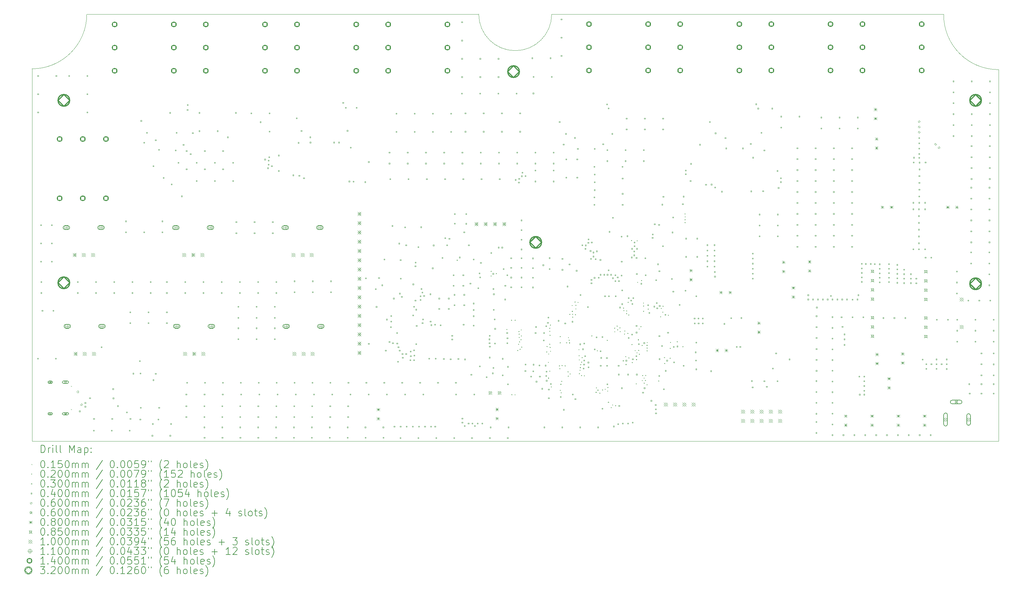
<source format=gbr>
%TF.GenerationSoftware,KiCad,Pcbnew,7.0.2*%
%TF.CreationDate,2024-04-07T22:20:39+02:00*%
%TF.ProjectId,stm_audio_board_V3,73746d5f-6175-4646-996f-5f626f617264,rev?*%
%TF.SameCoordinates,PXae813e0PY6f86320*%
%TF.FileFunction,Drillmap*%
%TF.FilePolarity,Positive*%
%FSLAX45Y45*%
G04 Gerber Fmt 4.5, Leading zero omitted, Abs format (unit mm)*
G04 Created by KiCad (PCBNEW 7.0.2) date 2024-04-07 22:20:39*
%MOMM*%
%LPD*%
G01*
G04 APERTURE LIST*
%ADD10C,0.010000*%
%ADD11C,0.200000*%
%ADD12C,0.015000*%
%ADD13C,0.020000*%
%ADD14C,0.030000*%
%ADD15C,0.040000*%
%ADD16C,0.060000*%
%ADD17C,0.080000*%
%ADD18C,0.085000*%
%ADD19C,0.100000*%
%ADD20C,0.110000*%
%ADD21C,0.140000*%
%ADD22C,0.320000*%
G04 APERTURE END LIST*
D10*
X-71160Y8604320D02*
X10675620Y8604320D01*
X10675759Y8604318D02*
G75*
G03*
X12180840Y7084060I1499801J-20328D01*
G01*
X-14320515Y-3095680D02*
X12180840Y-3095680D01*
X-2072160Y8604320D02*
X-12819160Y8604320D01*
X-14320515Y-3095680D02*
X-14320515Y7106871D01*
X-14320515Y7106871D02*
G75*
G03*
X-12819160Y8604320I1356J1500001D01*
G01*
X-2072160Y8604320D02*
G75*
G03*
X-71160Y8604320I1000500J0D01*
G01*
X12180840Y-3095680D02*
X12180840Y7084060D01*
D11*
D12*
X-13251060Y-1582540D02*
X-13236060Y-1597540D01*
X-13236060Y-1582540D02*
X-13251060Y-1597540D01*
X-13251060Y-2217540D02*
X-13236060Y-2232540D01*
X-13236060Y-2217540D02*
X-13251060Y-2232540D01*
D13*
X-1723160Y1426660D02*
G75*
G03*
X-1723160Y1426660I-10000J0D01*
G01*
X-1720660Y1556660D02*
G75*
G03*
X-1720660Y1556660I-10000J0D01*
G01*
X-1580660Y1491660D02*
G75*
G03*
X-1580660Y1491660I-10000J0D01*
G01*
X-1290660Y-35840D02*
G75*
G03*
X-1290660Y-35840I-10000J0D01*
G01*
X-1160660Y214160D02*
G75*
G03*
X-1160660Y214160I-10000J0D01*
G01*
X-1153160Y-1825840D02*
G75*
G03*
X-1153160Y-1825840I-10000J0D01*
G01*
X-1065660Y-1828340D02*
G75*
G03*
X-1065660Y-1828340I-10000J0D01*
G01*
X-1063160Y214160D02*
G75*
G03*
X-1063160Y214160I-10000J0D01*
G01*
X-992100Y-614340D02*
G75*
G03*
X-992100Y-614340I-10000J0D01*
G01*
X-970660Y-443340D02*
G75*
G03*
X-970660Y-443340I-10000J0D01*
G01*
X-957100Y-95840D02*
G75*
G03*
X-957100Y-95840I-10000J0D01*
G01*
X-955660Y-165840D02*
G75*
G03*
X-955660Y-165840I-10000J0D01*
G01*
X-952100Y-255840D02*
G75*
G03*
X-952100Y-255840I-10000J0D01*
G01*
X-941910Y-377090D02*
G75*
G03*
X-941910Y-377090I-10000J0D01*
G01*
X-930660Y-580840D02*
G75*
G03*
X-930660Y-580840I-10000J0D01*
G01*
X-903160Y-318340D02*
G75*
G03*
X-903160Y-318340I-10000J0D01*
G01*
X-895660Y-50840D02*
G75*
G03*
X-895660Y-50840I-10000J0D01*
G01*
X-893160Y-214390D02*
G75*
G03*
X-893160Y-214390I-10000J0D01*
G01*
X-883160Y-523340D02*
G75*
G03*
X-883160Y-523340I-10000J0D01*
G01*
X-197160Y-652840D02*
G75*
G03*
X-197160Y-652840I-10000J0D01*
G01*
X-188160Y-506840D02*
G75*
G03*
X-188160Y-506840I-10000J0D01*
G01*
X-152100Y-941790D02*
G75*
G03*
X-152100Y-941790I-10000J0D01*
G01*
X-147160Y-1370840D02*
G75*
G03*
X-147160Y-1370840I-10000J0D01*
G01*
X-143160Y-710840D02*
G75*
G03*
X-143160Y-710840I-10000J0D01*
G01*
X-116160Y-441840D02*
G75*
G03*
X-116160Y-441840I-10000J0D01*
G01*
X-115746Y-5525D02*
G75*
G03*
X-115746Y-5525I-10000J0D01*
G01*
X-114989Y-89796D02*
G75*
G03*
X-114989Y-89796I-10000J0D01*
G01*
X-113160Y-1180840D02*
G75*
G03*
X-113160Y-1180840I-10000J0D01*
G01*
X-107100Y-194340D02*
G75*
G03*
X-107100Y-194340I-10000J0D01*
G01*
X-102100Y-529340D02*
G75*
G03*
X-102100Y-529340I-10000J0D01*
G01*
X-95475Y83479D02*
G75*
G03*
X-95475Y83479I-10000J0D01*
G01*
X-93160Y-633340D02*
G75*
G03*
X-93160Y-633340I-10000J0D01*
G01*
X-70660Y-1613340D02*
G75*
G03*
X-70660Y-1613340I-10000J0D01*
G01*
X149340Y-1033340D02*
G75*
G03*
X149340Y-1033340I-10000J0D01*
G01*
X160848Y-1112288D02*
G75*
G03*
X160848Y-1112288I-10000J0D01*
G01*
X172900Y-234340D02*
G75*
G03*
X172900Y-234340I-10000J0D01*
G01*
X172900Y-404340D02*
G75*
G03*
X172900Y-404340I-10000J0D01*
G01*
X172900Y-1704340D02*
G75*
G03*
X172900Y-1704340I-10000J0D01*
G01*
X191840Y-1540840D02*
G75*
G03*
X191840Y-1540840I-10000J0D01*
G01*
X199340Y-1775840D02*
G75*
G03*
X199340Y-1775840I-10000J0D01*
G01*
X212900Y-1459340D02*
G75*
G03*
X212900Y-1459340I-10000J0D01*
G01*
X221840Y-1025840D02*
G75*
G03*
X221840Y-1025840I-10000J0D01*
G01*
X307458Y-1032852D02*
G75*
G03*
X307458Y-1032852I-10000J0D01*
G01*
X347230Y-401800D02*
G75*
G03*
X347230Y-401800I-10000J0D01*
G01*
X386840Y-1200840D02*
G75*
G03*
X386840Y-1200840I-10000J0D01*
G01*
X391840Y-1318340D02*
G75*
G03*
X391840Y-1318340I-10000J0D01*
G01*
X396840Y-260840D02*
G75*
G03*
X396840Y-260840I-10000J0D01*
G01*
X417280Y-331800D02*
G75*
G03*
X417280Y-331800I-10000J0D01*
G01*
X429340Y-405840D02*
G75*
G03*
X429340Y-405840I-10000J0D01*
G01*
X434340Y374160D02*
G75*
G03*
X434340Y374160I-10000J0D01*
G01*
X444340Y-1256800D02*
G75*
G03*
X444340Y-1256800I-10000J0D01*
G01*
X499340Y619160D02*
G75*
G03*
X499340Y619160I-10000J0D01*
G01*
X504340Y456660D02*
G75*
G03*
X504340Y456660I-10000J0D01*
G01*
X512920Y375920D02*
G75*
G03*
X512920Y375920I-10000J0D01*
G01*
X514340Y299160D02*
G75*
G03*
X514340Y299160I-10000J0D01*
G01*
X576840Y714160D02*
G75*
G03*
X576840Y714160I-10000J0D01*
G01*
X591840Y366660D02*
G75*
G03*
X591840Y366660I-10000J0D01*
G01*
X601820Y622300D02*
G75*
G03*
X601820Y622300I-10000J0D01*
G01*
X601840Y524160D02*
G75*
G03*
X601840Y524160I-10000J0D01*
G01*
X662263Y704457D02*
G75*
G03*
X662263Y704457I-10000J0D01*
G01*
X687280Y-591800D02*
G75*
G03*
X687280Y-591800I-10000J0D01*
G01*
X691559Y-756319D02*
G75*
G03*
X691559Y-756319I-10000J0D01*
G01*
X693182Y-870594D02*
G75*
G03*
X693182Y-870594I-10000J0D01*
G01*
X697361Y-1252148D02*
G75*
G03*
X697361Y-1252148I-10000J0D01*
G01*
X715208Y-1157198D02*
G75*
G03*
X715208Y-1157198I-10000J0D01*
G01*
X724340Y-1083340D02*
G75*
G03*
X724340Y-1083340I-10000J0D01*
G01*
X734340Y-1000840D02*
G75*
G03*
X734340Y-1000840I-10000J0D01*
G01*
X756760Y-1301850D02*
G75*
G03*
X756760Y-1301850I-10000J0D01*
G01*
X761840Y-933340D02*
G75*
G03*
X761840Y-933340I-10000J0D01*
G01*
X774340Y-810840D02*
G75*
G03*
X774340Y-810840I-10000J0D01*
G01*
X834101Y-1305960D02*
G75*
G03*
X834101Y-1305960I-10000J0D01*
G01*
X1039340Y-213340D02*
G75*
G03*
X1039340Y-213340I-10000J0D01*
G01*
X1156840Y-1760840D02*
G75*
G03*
X1156840Y-1760840I-10000J0D01*
G01*
X1164340Y-1638340D02*
G75*
G03*
X1164340Y-1638340I-10000J0D01*
G01*
X1192280Y-621800D02*
G75*
G03*
X1192280Y-621800I-10000J0D01*
G01*
X1206840Y-1701800D02*
G75*
G03*
X1206840Y-1701800I-10000J0D01*
G01*
X1259780Y-1784300D02*
G75*
G03*
X1259780Y-1784300I-10000J0D01*
G01*
X1331840Y-1693340D02*
G75*
G03*
X1331840Y-1693340I-10000J0D01*
G01*
X1407280Y-1676800D02*
G75*
G03*
X1407280Y-1676800I-10000J0D01*
G01*
X1461840Y-335840D02*
G75*
G03*
X1461840Y-335840I-10000J0D01*
G01*
X1474340Y-1728340D02*
G75*
G03*
X1474340Y-1728340I-10000J0D01*
G01*
X1479340Y-1625840D02*
G75*
G03*
X1479340Y-1625840I-10000J0D01*
G01*
X1571840Y-2178340D02*
G75*
G03*
X1571840Y-2178340I-10000J0D01*
G01*
X1609340Y-2108200D02*
G75*
G03*
X1609340Y-2108200I-10000J0D01*
G01*
X1664340Y-840D02*
G75*
G03*
X1664340Y-840I-10000J0D01*
G01*
X1667230Y-99350D02*
G75*
G03*
X1667230Y-99350I-10000J0D01*
G01*
X1691840Y-2125840D02*
G75*
G03*
X1691840Y-2125840I-10000J0D01*
G01*
X1734340Y53200D02*
G75*
G03*
X1734340Y53200I-10000J0D01*
G01*
X1746840Y-47033D02*
G75*
G03*
X1746840Y-47033I-10000J0D01*
G01*
X1809340Y6660D02*
G75*
G03*
X1809340Y6660I-10000J0D01*
G01*
X1816840Y-95840D02*
G75*
G03*
X1816840Y-95840I-10000J0D01*
G01*
X1901148Y-896532D02*
G75*
G03*
X1901148Y-896532I-10000J0D01*
G01*
X1906840Y549160D02*
G75*
G03*
X1906840Y549160I-10000J0D01*
G01*
X1917280Y478200D02*
G75*
G03*
X1917280Y478200I-10000J0D01*
G01*
X1934340Y-165840D02*
G75*
G03*
X1934340Y-165840I-10000J0D01*
G01*
X1944340Y-80840D02*
G75*
G03*
X1944340Y-80840I-10000J0D01*
G01*
X1969340Y-780840D02*
G75*
G03*
X1969340Y-780840I-10000J0D01*
G01*
X1976840Y-998340D02*
G75*
G03*
X1976840Y-998340I-10000J0D01*
G01*
X1991200Y396240D02*
G75*
G03*
X1991200Y396240I-10000J0D01*
G01*
X1994340Y471660D02*
G75*
G03*
X1994340Y471660I-10000J0D01*
G01*
X2024340Y-145840D02*
G75*
G03*
X2024340Y-145840I-10000J0D01*
G01*
X2034340Y704160D02*
G75*
G03*
X2034340Y704160I-10000J0D01*
G01*
X2051840Y356660D02*
G75*
G03*
X2051840Y356660I-10000J0D01*
G01*
X2054340Y-818340D02*
G75*
G03*
X2054340Y-818340I-10000J0D01*
G01*
X2126840Y2399160D02*
G75*
G03*
X2126840Y2399160I-10000J0D01*
G01*
X2141840Y-450840D02*
G75*
G03*
X2141840Y-450840I-10000J0D01*
G01*
X2149340Y-945840D02*
G75*
G03*
X2149340Y-945840I-10000J0D01*
G01*
X2227280Y-616800D02*
G75*
G03*
X2227280Y-616800I-10000J0D01*
G01*
X2256840Y-1528340D02*
G75*
G03*
X2256840Y-1528340I-10000J0D01*
G01*
X2264340Y-863340D02*
G75*
G03*
X2264340Y-863340I-10000J0D01*
G01*
X2279340Y-675840D02*
G75*
G03*
X2279340Y-675840I-10000J0D01*
G01*
X2281327Y2391660D02*
G75*
G03*
X2281327Y2391660I-10000J0D01*
G01*
X2294340Y1254160D02*
G75*
G03*
X2294340Y1254160I-10000J0D01*
G01*
X2316840Y-320840D02*
G75*
G03*
X2316840Y-320840I-10000J0D01*
G01*
X2321840Y-610840D02*
G75*
G03*
X2321840Y-610840I-10000J0D01*
G01*
X2337280Y-26800D02*
G75*
G03*
X2337280Y-26800I-10000J0D01*
G01*
X2344340Y-715840D02*
G75*
G03*
X2344340Y-715840I-10000J0D01*
G01*
X2384340Y41660D02*
G75*
G03*
X2384340Y41660I-10000J0D01*
G01*
X2403636Y1300589D02*
G75*
G03*
X2403636Y1300589I-10000J0D01*
G01*
X2418634Y-475840D02*
G75*
G03*
X2418634Y-475840I-10000J0D01*
G01*
X2421840Y-1438340D02*
G75*
G03*
X2421840Y-1438340I-10000J0D01*
G01*
X2431840Y-1300840D02*
G75*
G03*
X2431840Y-1300840I-10000J0D01*
G01*
X2457230Y686660D02*
G75*
G03*
X2457230Y686660I-10000J0D01*
G01*
X2457230Y604160D02*
G75*
G03*
X2457230Y604160I-10000J0D01*
G01*
X2457230Y461660D02*
G75*
G03*
X2457230Y461660I-10000J0D01*
G01*
X2472280Y-1371800D02*
G75*
G03*
X2472280Y-1371800I-10000J0D01*
G01*
X2474340Y-1508340D02*
G75*
G03*
X2474340Y-1508340I-10000J0D01*
G01*
X2509340Y-1435840D02*
G75*
G03*
X2509340Y-1435840I-10000J0D01*
G01*
X2514340Y-1298340D02*
G75*
G03*
X2514340Y-1298340I-10000J0D01*
G01*
X2551840Y-473340D02*
G75*
G03*
X2551840Y-473340I-10000J0D01*
G01*
X2551840Y-1553340D02*
G75*
G03*
X2551840Y-1553340I-10000J0D01*
G01*
X2554340Y-623340D02*
G75*
G03*
X2554340Y-623340I-10000J0D01*
G01*
X2554924Y-397461D02*
G75*
G03*
X2554924Y-397461I-10000J0D01*
G01*
X2555850Y-547112D02*
G75*
G03*
X2555850Y-547112I-10000J0D01*
G01*
X2584752Y519160D02*
G75*
G03*
X2584752Y519160I-10000J0D01*
G01*
X2871840Y-1450840D02*
G75*
G03*
X2871840Y-1450840I-10000J0D01*
G01*
X2926840Y309160D02*
G75*
G03*
X2926840Y309160I-10000J0D01*
G01*
X2944290Y538203D02*
G75*
G03*
X2944290Y538203I-10000J0D01*
G01*
X2986840Y436660D02*
G75*
G03*
X2986840Y436660I-10000J0D01*
G01*
X2991840Y601660D02*
G75*
G03*
X2991840Y601660I-10000J0D01*
G01*
X3031840Y-808340D02*
G75*
G03*
X3031840Y-808340I-10000J0D01*
G01*
X3039340Y-970840D02*
G75*
G03*
X3039340Y-970840I-10000J0D01*
G01*
X3136803Y349921D02*
G75*
G03*
X3136803Y349921I-10000J0D01*
G01*
X3186840Y-828340D02*
G75*
G03*
X3186840Y-828340I-10000J0D01*
G01*
X3191840Y-555840D02*
G75*
G03*
X3191840Y-555840I-10000J0D01*
G01*
X3194340Y-393340D02*
G75*
G03*
X3194340Y-393340I-10000J0D01*
G01*
X3381840Y-373340D02*
G75*
G03*
X3381840Y-373340I-10000J0D01*
G01*
X3536840Y-508340D02*
G75*
G03*
X3536840Y-508340I-10000J0D01*
G01*
X3596840Y3129160D02*
G75*
G03*
X3596840Y3129160I-10000J0D01*
G01*
X3596840Y3049160D02*
G75*
G03*
X3596840Y3049160I-10000J0D01*
G01*
X3596840Y2969160D02*
G75*
G03*
X3596840Y2969160I-10000J0D01*
G01*
X3596840Y2889160D02*
G75*
G03*
X3596840Y2889160I-10000J0D01*
G01*
D14*
X-2665660Y1879160D02*
X-2665660Y1849160D01*
X-2680660Y1864160D02*
X-2650660Y1864160D01*
X1481840Y-2012400D02*
X1481840Y-2042400D01*
X1466840Y-2027400D02*
X1496840Y-2027400D01*
D15*
X-14148518Y-847482D02*
X-14148518Y-819198D01*
X-14176802Y-819198D01*
X-14176802Y-847482D01*
X-14148518Y-847482D01*
X-14144018Y6900018D02*
X-14144018Y6928302D01*
X-14172302Y6928302D01*
X-14172302Y6900018D01*
X-14144018Y6900018D01*
X-14144018Y6400018D02*
X-14144018Y6428302D01*
X-14172302Y6428302D01*
X-14172302Y6400018D01*
X-14144018Y6400018D01*
X-14144018Y5900018D02*
X-14144018Y5928302D01*
X-14172302Y5928302D01*
X-14172302Y5900018D01*
X-14144018Y5900018D01*
X-14064018Y2810018D02*
X-14064018Y2838302D01*
X-14092302Y2838302D01*
X-14092302Y2810018D01*
X-14064018Y2810018D01*
X-14064018Y2310018D02*
X-14064018Y2338302D01*
X-14092302Y2338302D01*
X-14092302Y2310018D01*
X-14064018Y2310018D01*
X-14064018Y1810018D02*
X-14064018Y1838302D01*
X-14092302Y1838302D01*
X-14092302Y1810018D01*
X-14064018Y1810018D01*
X-14056518Y1252518D02*
X-14056518Y1280802D01*
X-14084802Y1280802D01*
X-14084802Y1252518D01*
X-14056518Y1252518D01*
X-14056518Y952518D02*
X-14056518Y980802D01*
X-14084802Y980802D01*
X-14084802Y952518D01*
X-14056518Y952518D01*
X-14024018Y465018D02*
X-14024018Y493302D01*
X-14052302Y493302D01*
X-14052302Y465018D01*
X-14024018Y465018D01*
X-13764018Y2810018D02*
X-13764018Y2838302D01*
X-13792302Y2838302D01*
X-13792302Y2810018D01*
X-13764018Y2810018D01*
X-13764018Y2310018D02*
X-13764018Y2338302D01*
X-13792302Y2338302D01*
X-13792302Y2310018D01*
X-13764018Y2310018D01*
X-13764018Y1810018D02*
X-13764018Y1838302D01*
X-13792302Y1838302D01*
X-13792302Y1810018D01*
X-13764018Y1810018D01*
X-13724018Y465018D02*
X-13724018Y493302D01*
X-13752302Y493302D01*
X-13752302Y465018D01*
X-13724018Y465018D01*
X-13657018Y-847482D02*
X-13657018Y-819198D01*
X-13685302Y-819198D01*
X-13685302Y-847482D01*
X-13657018Y-847482D01*
X-13644018Y6900018D02*
X-13644018Y6928302D01*
X-13672302Y6928302D01*
X-13672302Y6900018D01*
X-13644018Y6900018D01*
X-13291518Y6900018D02*
X-13291518Y6928302D01*
X-13319802Y6928302D01*
X-13319802Y6900018D01*
X-13291518Y6900018D01*
X-13056518Y1252518D02*
X-13056518Y1280802D01*
X-13084802Y1280802D01*
X-13084802Y1252518D01*
X-13056518Y1252518D01*
X-13056518Y952518D02*
X-13056518Y980802D01*
X-13084802Y980802D01*
X-13084802Y952518D01*
X-13056518Y952518D01*
X-13000818Y-2289982D02*
X-13000818Y-2261698D01*
X-13029102Y-2261698D01*
X-13029102Y-2289982D01*
X-13000818Y-2289982D01*
X-12848418Y-2061382D02*
X-12848418Y-2033098D01*
X-12876702Y-2033098D01*
X-12876702Y-2061382D01*
X-12848418Y-2061382D01*
X-12848418Y-2162982D02*
X-12848418Y-2134698D01*
X-12876702Y-2134698D01*
X-12876702Y-2162982D01*
X-12848418Y-2162982D01*
X-12791518Y6900018D02*
X-12791518Y6928302D01*
X-12819802Y6928302D01*
X-12819802Y6900018D01*
X-12791518Y6900018D01*
X-12791518Y6400018D02*
X-12791518Y6428302D01*
X-12819802Y6428302D01*
X-12819802Y6400018D01*
X-12791518Y6400018D01*
X-12791518Y5900018D02*
X-12791518Y5928302D01*
X-12819802Y5928302D01*
X-12819802Y5900018D01*
X-12791518Y5900018D01*
X-12721518Y-1932482D02*
X-12721518Y-1904198D01*
X-12749802Y-1904198D01*
X-12749802Y-1932482D01*
X-12721518Y-1932482D01*
X-12617629Y-2819982D02*
X-12617629Y-2791698D01*
X-12645913Y-2791698D01*
X-12645913Y-2819982D01*
X-12617629Y-2819982D01*
X-12610684Y-2497482D02*
X-12610684Y-2469198D01*
X-12638969Y-2469198D01*
X-12638969Y-2497482D01*
X-12610684Y-2497482D01*
X-12556518Y1252518D02*
X-12556518Y1280802D01*
X-12584802Y1280802D01*
X-12584802Y1252518D01*
X-12556518Y1252518D01*
X-12556518Y952518D02*
X-12556518Y980802D01*
X-12584802Y980802D01*
X-12584802Y952518D01*
X-12556518Y952518D01*
X-12403528Y-533706D02*
X-12403528Y-505421D01*
X-12431812Y-505421D01*
X-12431812Y-533706D01*
X-12403528Y-533706D01*
X-12124573Y-2819982D02*
X-12124573Y-2791698D01*
X-12152858Y-2791698D01*
X-12152858Y-2819982D01*
X-12124573Y-2819982D01*
X-12110684Y-2497482D02*
X-12110684Y-2469198D01*
X-12138969Y-2469198D01*
X-12138969Y-2497482D01*
X-12110684Y-2497482D01*
X-12086418Y-1680382D02*
X-12086418Y-1652098D01*
X-12114702Y-1652098D01*
X-12114702Y-1680382D01*
X-12086418Y-1680382D01*
X-12076258Y-1936772D02*
X-12076258Y-1908488D01*
X-12104542Y-1908488D01*
X-12104542Y-1936772D01*
X-12076258Y-1936772D01*
X-12056518Y1252518D02*
X-12056518Y1280802D01*
X-12084802Y1280802D01*
X-12084802Y1252518D01*
X-12056518Y1252518D01*
X-12056518Y952518D02*
X-12056518Y980802D01*
X-12084802Y980802D01*
X-12084802Y952518D01*
X-12056518Y952518D01*
X-11954338Y-2147742D02*
X-11954338Y-2119458D01*
X-11982622Y-2119458D01*
X-11982622Y-2147742D01*
X-11954338Y-2147742D01*
X-11734018Y2915018D02*
X-11734018Y2943302D01*
X-11762302Y2943302D01*
X-11762302Y2915018D01*
X-11734018Y2915018D01*
X-11734018Y2615018D02*
X-11734018Y2643302D01*
X-11762302Y2643302D01*
X-11762302Y2615018D01*
X-11734018Y2615018D01*
X-11709018Y-2322482D02*
X-11709018Y-2294198D01*
X-11737302Y-2294198D01*
X-11737302Y-2322482D01*
X-11709018Y-2322482D01*
X-11631518Y-2819982D02*
X-11631518Y-2791698D01*
X-11659802Y-2791698D01*
X-11659802Y-2819982D01*
X-11631518Y-2819982D01*
X-11614018Y425018D02*
X-11614018Y453302D01*
X-11642302Y453302D01*
X-11642302Y425018D01*
X-11614018Y425018D01*
X-11614018Y125018D02*
X-11614018Y153302D01*
X-11642302Y153302D01*
X-11642302Y125018D01*
X-11614018Y125018D01*
X-11610684Y-2497482D02*
X-11610684Y-2469198D01*
X-11638969Y-2469198D01*
X-11638969Y-2497482D01*
X-11610684Y-2497482D01*
X-11556518Y1252518D02*
X-11556518Y1280802D01*
X-11584802Y1280802D01*
X-11584802Y1252518D01*
X-11556518Y1252518D01*
X-11556518Y952518D02*
X-11556518Y980802D01*
X-11584802Y980802D01*
X-11584802Y952518D01*
X-11556518Y952518D01*
X-11532698Y-1258742D02*
X-11532698Y-1230458D01*
X-11560982Y-1230458D01*
X-11560982Y-1258742D01*
X-11532698Y-1258742D01*
X-11354398Y-913802D02*
X-11354398Y-885518D01*
X-11382682Y-885518D01*
X-11382682Y-913802D01*
X-11354398Y-913802D01*
X-11339573Y-2517482D02*
X-11339573Y-2489198D01*
X-11367858Y-2489198D01*
X-11367858Y-2517482D01*
X-11339573Y-2517482D01*
X-11333983Y-1253565D02*
X-11333983Y-1225281D01*
X-11362268Y-1225281D01*
X-11362268Y-1253565D01*
X-11333983Y-1253565D01*
X-11325684Y-2194982D02*
X-11325684Y-2166698D01*
X-11353969Y-2166698D01*
X-11353969Y-2194982D01*
X-11325684Y-2194982D01*
X-11316698Y5666938D02*
X-11316698Y5695222D01*
X-11344982Y5695222D01*
X-11344982Y5666938D01*
X-11316698Y5666938D01*
X-11237658Y5069718D02*
X-11237658Y5098002D01*
X-11265942Y5098002D01*
X-11265942Y5069718D01*
X-11237658Y5069718D01*
X-11234018Y2615018D02*
X-11234018Y2643302D01*
X-11262302Y2643302D01*
X-11262302Y2615018D01*
X-11234018Y2615018D01*
X-11161458Y5338958D02*
X-11161458Y5367242D01*
X-11189742Y5367242D01*
X-11189742Y5338958D01*
X-11161458Y5338958D01*
X-11114018Y425018D02*
X-11114018Y453302D01*
X-11142302Y453302D01*
X-11142302Y425018D01*
X-11114018Y425018D01*
X-11114018Y125018D02*
X-11114018Y153302D01*
X-11142302Y153302D01*
X-11142302Y125018D01*
X-11114018Y125018D01*
X-11056518Y1252518D02*
X-11056518Y1280802D01*
X-11084802Y1280802D01*
X-11084802Y1252518D01*
X-11056518Y1252518D01*
X-11056518Y952518D02*
X-11056518Y980802D01*
X-11084802Y980802D01*
X-11084802Y952518D01*
X-11056518Y952518D01*
X-11012073Y-2959982D02*
X-11012073Y-2931698D01*
X-11040358Y-2931698D01*
X-11040358Y-2959982D01*
X-11012073Y-2959982D01*
X-10998184Y-2637482D02*
X-10998184Y-2609198D01*
X-11026469Y-2609198D01*
X-11026469Y-2637482D01*
X-10998184Y-2637482D01*
X-10980518Y4425518D02*
X-10980518Y4453802D01*
X-11008802Y4453802D01*
X-11008802Y4425518D01*
X-10980518Y4425518D01*
X-10978978Y-1436542D02*
X-10978978Y-1408258D01*
X-11007262Y-1408258D01*
X-11007262Y-1436542D01*
X-10978978Y-1436542D01*
X-10918018Y-1263822D02*
X-10918018Y-1235538D01*
X-10946302Y-1235538D01*
X-10946302Y-1263822D01*
X-10918018Y-1263822D01*
X-10917618Y5140838D02*
X-10917618Y5169122D01*
X-10945902Y5169122D01*
X-10945902Y5140838D01*
X-10917618Y5140838D01*
X-10846518Y-2517482D02*
X-10846518Y-2489198D01*
X-10874802Y-2489198D01*
X-10874802Y-2517482D01*
X-10846518Y-2517482D01*
X-10831258Y4876678D02*
X-10831258Y4904962D01*
X-10859542Y4904962D01*
X-10859542Y4876678D01*
X-10831258Y4876678D01*
X-10825684Y-2194982D02*
X-10825684Y-2166698D01*
X-10853969Y-2166698D01*
X-10853969Y-2194982D01*
X-10825684Y-2194982D01*
X-10734018Y2915018D02*
X-10734018Y2943302D01*
X-10762302Y2943302D01*
X-10762302Y2915018D01*
X-10734018Y2915018D01*
X-10734018Y2615018D02*
X-10734018Y2643302D01*
X-10762302Y2643302D01*
X-10762302Y2615018D01*
X-10734018Y2615018D01*
X-10703018Y4103018D02*
X-10703018Y4131302D01*
X-10731302Y4131302D01*
X-10731302Y4103018D01*
X-10703018Y4103018D01*
X-10614018Y425018D02*
X-10614018Y453302D01*
X-10642302Y453302D01*
X-10642302Y425018D01*
X-10614018Y425018D01*
X-10614018Y125018D02*
X-10614018Y153302D01*
X-10642302Y153302D01*
X-10642302Y125018D01*
X-10614018Y125018D01*
X-10611518Y1252518D02*
X-10611518Y1280802D01*
X-10639802Y1280802D01*
X-10639802Y1252518D01*
X-10611518Y1252518D01*
X-10611518Y952518D02*
X-10611518Y980802D01*
X-10639802Y980802D01*
X-10639802Y952518D01*
X-10611518Y952518D01*
X-10526518Y5887518D02*
X-10526518Y5915802D01*
X-10554802Y5915802D01*
X-10554802Y5887518D01*
X-10526518Y5887518D01*
X-10519018Y-2959982D02*
X-10519018Y-2931698D01*
X-10547302Y-2931698D01*
X-10547302Y-2959982D01*
X-10519018Y-2959982D01*
X-10498184Y-2637482D02*
X-10498184Y-2609198D01*
X-10526469Y-2609198D01*
X-10526469Y-2637482D01*
X-10498184Y-2637482D01*
X-10480518Y3925518D02*
X-10480518Y3953802D01*
X-10508802Y3953802D01*
X-10508802Y3925518D01*
X-10480518Y3925518D01*
X-10374058Y4856358D02*
X-10374058Y4884642D01*
X-10402342Y4884642D01*
X-10402342Y4856358D01*
X-10374058Y4856358D01*
X-10344018Y5340018D02*
X-10344018Y5368302D01*
X-10372302Y5368302D01*
X-10372302Y5340018D01*
X-10344018Y5340018D01*
X-10294018Y4520018D02*
X-10294018Y4548302D01*
X-10322302Y4548302D01*
X-10322302Y4520018D01*
X-10294018Y4520018D01*
X-10203018Y3603018D02*
X-10203018Y3631302D01*
X-10231302Y3631302D01*
X-10231302Y3603018D01*
X-10203018Y3603018D01*
X-10155618Y5008758D02*
X-10155618Y5037042D01*
X-10183902Y5037042D01*
X-10183902Y5008758D01*
X-10155618Y5008758D01*
X-10111518Y1252518D02*
X-10111518Y1280802D01*
X-10139802Y1280802D01*
X-10139802Y1252518D01*
X-10111518Y1252518D01*
X-10111518Y952518D02*
X-10111518Y980802D01*
X-10139802Y980802D01*
X-10139802Y952518D01*
X-10111518Y952518D01*
X-10079018Y-1827482D02*
X-10079018Y-1799198D01*
X-10107302Y-1799198D01*
X-10107302Y-1827482D01*
X-10079018Y-1827482D01*
X-10079018Y-2149982D02*
X-10079018Y-2121698D01*
X-10107302Y-2121698D01*
X-10107302Y-2149982D01*
X-10079018Y-2149982D01*
X-10079018Y-2449982D02*
X-10079018Y-2421698D01*
X-10107302Y-2421698D01*
X-10107302Y-2449982D01*
X-10079018Y-2449982D01*
X-10071518Y4842518D02*
X-10071518Y4870802D01*
X-10099802Y4870802D01*
X-10099802Y4842518D01*
X-10071518Y4842518D01*
X-10071518Y4342518D02*
X-10071518Y4370802D01*
X-10099802Y4370802D01*
X-10099802Y4342518D01*
X-10071518Y4342518D01*
X-10059018Y-1509982D02*
X-10059018Y-1481698D01*
X-10087302Y-1481698D01*
X-10087302Y-1509982D01*
X-10059018Y-1509982D01*
X-10046398Y5968878D02*
X-10046398Y5997162D01*
X-10074682Y5997162D01*
X-10074682Y5968878D01*
X-10046398Y5968878D01*
X-10038778Y6100958D02*
X-10038778Y6129242D01*
X-10067062Y6129242D01*
X-10067062Y6100958D01*
X-10038778Y6100958D01*
X-9961518Y4760018D02*
X-9961518Y4788302D01*
X-9989802Y4788302D01*
X-9989802Y4760018D01*
X-9961518Y4760018D01*
X-9901618Y5333878D02*
X-9901618Y5362162D01*
X-9929902Y5362162D01*
X-9929902Y5333878D01*
X-9901618Y5333878D01*
X-9794018Y4520018D02*
X-9794018Y4548302D01*
X-9822302Y4548302D01*
X-9822302Y4520018D01*
X-9794018Y4520018D01*
X-9794018Y4020018D02*
X-9794018Y4048302D01*
X-9822302Y4048302D01*
X-9822302Y4020018D01*
X-9794018Y4020018D01*
X-9719018Y5887518D02*
X-9719018Y5915802D01*
X-9747302Y5915802D01*
X-9747302Y5887518D01*
X-9719018Y5887518D01*
X-9719018Y5387518D02*
X-9719018Y5415802D01*
X-9747302Y5415802D01*
X-9747302Y5387518D01*
X-9719018Y5387518D01*
X-9611518Y1252518D02*
X-9611518Y1280802D01*
X-9639802Y1280802D01*
X-9639802Y1252518D01*
X-9611518Y1252518D01*
X-9611518Y952518D02*
X-9611518Y980802D01*
X-9639802Y980802D01*
X-9639802Y952518D01*
X-9611518Y952518D01*
X-9585962Y-2149982D02*
X-9585962Y-2121698D01*
X-9614247Y-2121698D01*
X-9614247Y-2149982D01*
X-9585962Y-2149982D01*
X-9585962Y-2449982D02*
X-9585962Y-2421698D01*
X-9614247Y-2421698D01*
X-9614247Y-2449982D01*
X-9585962Y-2449982D01*
X-9581518Y-2732482D02*
X-9581518Y-2704198D01*
X-9609802Y-2704198D01*
X-9609802Y-2732482D01*
X-9581518Y-2732482D01*
X-9579018Y-1827482D02*
X-9579018Y-1799198D01*
X-9607302Y-1799198D01*
X-9607302Y-1827482D01*
X-9579018Y-1827482D01*
X-9578563Y-3017482D02*
X-9578563Y-2989198D01*
X-9606847Y-2989198D01*
X-9606847Y-3017482D01*
X-9578563Y-3017482D01*
X-9571518Y4842518D02*
X-9571518Y4870802D01*
X-9599802Y4870802D01*
X-9599802Y4842518D01*
X-9571518Y4842518D01*
X-9571518Y4342518D02*
X-9571518Y4370802D01*
X-9599802Y4370802D01*
X-9599802Y4342518D01*
X-9571518Y4342518D01*
X-9567518Y-1509982D02*
X-9567518Y-1481698D01*
X-9595802Y-1481698D01*
X-9595802Y-1509982D01*
X-9567518Y-1509982D01*
X-9294018Y4520018D02*
X-9294018Y4548302D01*
X-9322302Y4548302D01*
X-9322302Y4520018D01*
X-9294018Y4520018D01*
X-9294018Y4020018D02*
X-9294018Y4048302D01*
X-9322302Y4048302D01*
X-9322302Y4020018D01*
X-9294018Y4020018D01*
X-9219018Y5387518D02*
X-9219018Y5415802D01*
X-9247302Y5415802D01*
X-9247302Y5387518D01*
X-9219018Y5387518D01*
X-9111518Y1252518D02*
X-9111518Y1280802D01*
X-9139802Y1280802D01*
X-9139802Y1252518D01*
X-9111518Y1252518D01*
X-9111518Y952518D02*
X-9111518Y980802D01*
X-9139802Y980802D01*
X-9139802Y952518D01*
X-9111518Y952518D01*
X-9092907Y-2149982D02*
X-9092907Y-2121698D01*
X-9121191Y-2121698D01*
X-9121191Y-2149982D01*
X-9092907Y-2149982D01*
X-9092907Y-2449982D02*
X-9092907Y-2421698D01*
X-9121191Y-2421698D01*
X-9121191Y-2449982D01*
X-9092907Y-2449982D01*
X-9091063Y-2732482D02*
X-9091063Y-2704198D01*
X-9119348Y-2704198D01*
X-9119348Y-2732482D01*
X-9091063Y-2732482D01*
X-9088108Y-3017482D02*
X-9088108Y-2989198D01*
X-9116393Y-2989198D01*
X-9116393Y-3017482D01*
X-9088108Y-3017482D01*
X-9079018Y-1827482D02*
X-9079018Y-1799198D01*
X-9107302Y-1799198D01*
X-9107302Y-1827482D01*
X-9079018Y-1827482D01*
X-9076018Y-1509982D02*
X-9076018Y-1481698D01*
X-9104302Y-1481698D01*
X-9104302Y-1509982D01*
X-9076018Y-1509982D01*
X-9071518Y4842518D02*
X-9071518Y4870802D01*
X-9099802Y4870802D01*
X-9099802Y4842518D01*
X-9071518Y4842518D01*
X-9071518Y4342518D02*
X-9071518Y4370802D01*
X-9099802Y4370802D01*
X-9099802Y4342518D01*
X-9071518Y4342518D01*
X-8941898Y5219218D02*
X-8941898Y5247502D01*
X-8970182Y5247502D01*
X-8970182Y5219218D01*
X-8941898Y5219218D01*
X-8794018Y4520018D02*
X-8794018Y4548302D01*
X-8822302Y4548302D01*
X-8822302Y4520018D01*
X-8794018Y4520018D01*
X-8794018Y4020018D02*
X-8794018Y4048302D01*
X-8822302Y4048302D01*
X-8822302Y4020018D01*
X-8794018Y4020018D01*
X-8719018Y5887518D02*
X-8719018Y5915802D01*
X-8747302Y5915802D01*
X-8747302Y5887518D01*
X-8719018Y5887518D01*
X-8709018Y2892518D02*
X-8709018Y2920802D01*
X-8737302Y2920802D01*
X-8737302Y2892518D01*
X-8709018Y2892518D01*
X-8709018Y2592518D02*
X-8709018Y2620802D01*
X-8737302Y2620802D01*
X-8737302Y2592518D01*
X-8709018Y2592518D01*
X-8654018Y572518D02*
X-8654018Y600802D01*
X-8682302Y600802D01*
X-8682302Y572518D01*
X-8654018Y572518D01*
X-8654018Y272518D02*
X-8654018Y300802D01*
X-8682302Y300802D01*
X-8682302Y272518D01*
X-8654018Y272518D01*
X-8651518Y-14982D02*
X-8651518Y13302D01*
X-8679802Y13302D01*
X-8679802Y-14982D01*
X-8651518Y-14982D01*
X-8651518Y-314982D02*
X-8651518Y-286698D01*
X-8679802Y-286698D01*
X-8679802Y-314982D01*
X-8651518Y-314982D01*
X-8611518Y1252518D02*
X-8611518Y1280802D01*
X-8639802Y1280802D01*
X-8639802Y1252518D01*
X-8611518Y1252518D01*
X-8611518Y952518D02*
X-8611518Y980802D01*
X-8639802Y980802D01*
X-8639802Y952518D01*
X-8611518Y952518D01*
X-8600609Y-2732482D02*
X-8600609Y-2704198D01*
X-8628893Y-2704198D01*
X-8628893Y-2732482D01*
X-8600609Y-2732482D01*
X-8599851Y-2149982D02*
X-8599851Y-2121698D01*
X-8628136Y-2121698D01*
X-8628136Y-2149982D01*
X-8599851Y-2149982D01*
X-8599851Y-2449982D02*
X-8599851Y-2421698D01*
X-8628136Y-2421698D01*
X-8628136Y-2449982D01*
X-8599851Y-2449982D01*
X-8597654Y-3017482D02*
X-8597654Y-2989198D01*
X-8625938Y-2989198D01*
X-8625938Y-3017482D01*
X-8597654Y-3017482D01*
X-8584518Y-1509982D02*
X-8584518Y-1481698D01*
X-8612802Y-1481698D01*
X-8612802Y-1509982D01*
X-8584518Y-1509982D01*
X-8579018Y-1827482D02*
X-8579018Y-1799198D01*
X-8607302Y-1799198D01*
X-8607302Y-1827482D01*
X-8579018Y-1827482D01*
X-8299018Y5877518D02*
X-8299018Y5905802D01*
X-8327302Y5905802D01*
X-8327302Y5877518D01*
X-8299018Y5877518D01*
X-8209018Y2892518D02*
X-8209018Y2920802D01*
X-8237302Y2920802D01*
X-8237302Y2892518D01*
X-8209018Y2892518D01*
X-8209018Y2592518D02*
X-8209018Y2620802D01*
X-8237302Y2620802D01*
X-8237302Y2592518D01*
X-8209018Y2592518D01*
X-8154018Y572518D02*
X-8154018Y600802D01*
X-8182302Y600802D01*
X-8182302Y572518D01*
X-8154018Y572518D01*
X-8154018Y272518D02*
X-8154018Y300802D01*
X-8182302Y300802D01*
X-8182302Y272518D01*
X-8154018Y272518D01*
X-8151518Y-14982D02*
X-8151518Y13302D01*
X-8179802Y13302D01*
X-8179802Y-14982D01*
X-8151518Y-14982D01*
X-8151518Y-314982D02*
X-8151518Y-286698D01*
X-8179802Y-286698D01*
X-8179802Y-314982D01*
X-8151518Y-314982D01*
X-8111518Y1252518D02*
X-8111518Y1280802D01*
X-8139802Y1280802D01*
X-8139802Y1252518D01*
X-8111518Y1252518D01*
X-8111518Y952518D02*
X-8111518Y980802D01*
X-8139802Y980802D01*
X-8139802Y952518D01*
X-8111518Y952518D01*
X-8110154Y-2732482D02*
X-8110154Y-2704198D01*
X-8138439Y-2704198D01*
X-8138439Y-2732482D01*
X-8110154Y-2732482D01*
X-8107199Y-3017482D02*
X-8107199Y-2989198D01*
X-8135484Y-2989198D01*
X-8135484Y-3017482D01*
X-8107199Y-3017482D01*
X-8106796Y-2149982D02*
X-8106796Y-2121698D01*
X-8135080Y-2121698D01*
X-8135080Y-2149982D01*
X-8106796Y-2149982D01*
X-8106796Y-2449982D02*
X-8106796Y-2421698D01*
X-8135080Y-2421698D01*
X-8135080Y-2449982D01*
X-8106796Y-2449982D01*
X-8093018Y-1509982D02*
X-8093018Y-1481698D01*
X-8121302Y-1481698D01*
X-8121302Y-1509982D01*
X-8093018Y-1509982D01*
X-8079018Y-1827482D02*
X-8079018Y-1799198D01*
X-8107302Y-1799198D01*
X-8107302Y-1827482D01*
X-8079018Y-1827482D01*
X-8044018Y5632518D02*
X-8044018Y5660802D01*
X-8072302Y5660802D01*
X-8072302Y5632518D01*
X-8044018Y5632518D01*
X-7919381Y4608026D02*
X-7919381Y4636311D01*
X-7947666Y4636311D01*
X-7947666Y4608026D01*
X-7919381Y4608026D01*
X-7838528Y4373286D02*
X-7838528Y4401570D01*
X-7866812Y4401570D01*
X-7866812Y4373286D01*
X-7838528Y4373286D01*
X-7824298Y4577218D02*
X-7824298Y4605502D01*
X-7852582Y4605502D01*
X-7852582Y4577218D01*
X-7824298Y4577218D01*
X-7824298Y4472218D02*
X-7824298Y4500502D01*
X-7852582Y4500502D01*
X-7852582Y4472218D01*
X-7824298Y4472218D01*
X-7803283Y4674934D02*
X-7803283Y4703218D01*
X-7831567Y4703218D01*
X-7831567Y4674934D01*
X-7803283Y4674934D01*
X-7799018Y5877518D02*
X-7799018Y5905802D01*
X-7827302Y5905802D01*
X-7827302Y5877518D01*
X-7799018Y5877518D01*
X-7799018Y5377518D02*
X-7799018Y5405802D01*
X-7827302Y5405802D01*
X-7827302Y5377518D01*
X-7799018Y5377518D01*
X-7735329Y4426670D02*
X-7735329Y4454955D01*
X-7763613Y4454955D01*
X-7763613Y4426670D01*
X-7735329Y4426670D01*
X-7709018Y2892518D02*
X-7709018Y2920802D01*
X-7737302Y2920802D01*
X-7737302Y2892518D01*
X-7709018Y2892518D01*
X-7709018Y2592518D02*
X-7709018Y2620802D01*
X-7737302Y2620802D01*
X-7737302Y2592518D01*
X-7709018Y2592518D01*
X-7654018Y572518D02*
X-7654018Y600802D01*
X-7682302Y600802D01*
X-7682302Y572518D01*
X-7654018Y572518D01*
X-7654018Y272518D02*
X-7654018Y300802D01*
X-7682302Y300802D01*
X-7682302Y272518D01*
X-7654018Y272518D01*
X-7651518Y-14982D02*
X-7651518Y13302D01*
X-7679802Y13302D01*
X-7679802Y-14982D01*
X-7651518Y-14982D01*
X-7651518Y-314982D02*
X-7651518Y-286698D01*
X-7679802Y-286698D01*
X-7679802Y-314982D01*
X-7651518Y-314982D01*
X-7619700Y-2732482D02*
X-7619700Y-2704198D01*
X-7647984Y-2704198D01*
X-7647984Y-2732482D01*
X-7619700Y-2732482D01*
X-7616745Y-3017482D02*
X-7616745Y-2989198D01*
X-7645029Y-2989198D01*
X-7645029Y-3017482D01*
X-7616745Y-3017482D01*
X-7613740Y-2149982D02*
X-7613740Y-2121698D01*
X-7642025Y-2121698D01*
X-7642025Y-2149982D01*
X-7613740Y-2149982D01*
X-7613740Y-2449982D02*
X-7613740Y-2421698D01*
X-7642025Y-2421698D01*
X-7642025Y-2449982D01*
X-7613740Y-2449982D01*
X-7611518Y1252518D02*
X-7611518Y1280802D01*
X-7639802Y1280802D01*
X-7639802Y1252518D01*
X-7611518Y1252518D01*
X-7611518Y952518D02*
X-7611518Y980802D01*
X-7639802Y980802D01*
X-7639802Y952518D01*
X-7611518Y952518D01*
X-7601518Y-1509982D02*
X-7601518Y-1481698D01*
X-7629802Y-1481698D01*
X-7629802Y-1509982D01*
X-7601518Y-1509982D01*
X-7579018Y-1827482D02*
X-7579018Y-1799198D01*
X-7607302Y-1799198D01*
X-7607302Y-1827482D01*
X-7579018Y-1827482D01*
X-7544898Y4717878D02*
X-7544898Y4746162D01*
X-7573182Y4746162D01*
X-7573182Y4717878D01*
X-7544898Y4717878D01*
X-7543118Y4295478D02*
X-7543118Y4323762D01*
X-7571402Y4323762D01*
X-7571402Y4295478D01*
X-7543118Y4295478D01*
X-7143578Y4176858D02*
X-7143578Y4205142D01*
X-7171862Y4205142D01*
X-7171862Y4176858D01*
X-7143578Y4176858D01*
X-7129245Y-2732482D02*
X-7129245Y-2704198D01*
X-7157530Y-2704198D01*
X-7157530Y-2732482D01*
X-7129245Y-2732482D01*
X-7126290Y-3017482D02*
X-7126290Y-2989198D01*
X-7154575Y-2989198D01*
X-7154575Y-3017482D01*
X-7126290Y-3017482D01*
X-7120685Y-2149982D02*
X-7120685Y-2121698D01*
X-7148969Y-2121698D01*
X-7148969Y-2149982D01*
X-7120685Y-2149982D01*
X-7120685Y-2449982D02*
X-7120685Y-2421698D01*
X-7148969Y-2421698D01*
X-7148969Y-2449982D01*
X-7120685Y-2449982D01*
X-7114018Y1272518D02*
X-7114018Y1300802D01*
X-7142302Y1300802D01*
X-7142302Y1272518D01*
X-7114018Y1272518D01*
X-7114018Y972518D02*
X-7114018Y1000802D01*
X-7142302Y1000802D01*
X-7142302Y972518D01*
X-7114018Y972518D01*
X-7110018Y-1509982D02*
X-7110018Y-1481698D01*
X-7138302Y-1481698D01*
X-7138302Y-1509982D01*
X-7110018Y-1509982D01*
X-7079018Y-1827482D02*
X-7079018Y-1799198D01*
X-7107302Y-1799198D01*
X-7107302Y-1827482D01*
X-7079018Y-1827482D01*
X-7052738Y5738398D02*
X-7052738Y5766682D01*
X-7081022Y5766682D01*
X-7081022Y5738398D01*
X-7052738Y5738398D01*
X-7001338Y5065858D02*
X-7001338Y5094142D01*
X-7029622Y5094142D01*
X-7029622Y5065858D01*
X-7001338Y5065858D01*
X-6979578Y4162258D02*
X-6979578Y4190542D01*
X-7007862Y4190542D01*
X-7007862Y4162258D01*
X-6979578Y4162258D01*
X-6922648Y5390978D02*
X-6922648Y5419262D01*
X-6950932Y5419262D01*
X-6950932Y5390978D01*
X-6922648Y5390978D01*
X-6854018Y4098118D02*
X-6854018Y4126402D01*
X-6882302Y4126402D01*
X-6882302Y4098118D01*
X-6854018Y4098118D01*
X-6681298Y5219218D02*
X-6681298Y5247502D01*
X-6709582Y5247502D01*
X-6709582Y5219218D01*
X-6681298Y5219218D01*
X-6676218Y5076018D02*
X-6676218Y5104302D01*
X-6704502Y5104302D01*
X-6704502Y5076018D01*
X-6676218Y5076018D01*
X-6638791Y-2732482D02*
X-6638791Y-2704198D01*
X-6667075Y-2704198D01*
X-6667075Y-2732482D01*
X-6638791Y-2732482D01*
X-6635836Y-3017482D02*
X-6635836Y-2989198D01*
X-6664120Y-2989198D01*
X-6664120Y-3017482D01*
X-6635836Y-3017482D01*
X-6627629Y-2149982D02*
X-6627629Y-2121698D01*
X-6655914Y-2121698D01*
X-6655914Y-2149982D01*
X-6627629Y-2149982D01*
X-6627629Y-2449982D02*
X-6627629Y-2421698D01*
X-6655914Y-2421698D01*
X-6655914Y-2449982D01*
X-6627629Y-2449982D01*
X-6618518Y-1509982D02*
X-6618518Y-1481698D01*
X-6646802Y-1481698D01*
X-6646802Y-1509982D01*
X-6618518Y-1509982D01*
X-6614018Y1272518D02*
X-6614018Y1300802D01*
X-6642302Y1300802D01*
X-6642302Y1272518D01*
X-6614018Y1272518D01*
X-6614018Y972518D02*
X-6614018Y1000802D01*
X-6642302Y1000802D01*
X-6642302Y972518D01*
X-6614018Y972518D01*
X-6579018Y-1827482D02*
X-6579018Y-1799198D01*
X-6607302Y-1799198D01*
X-6607302Y-1827482D01*
X-6579018Y-1827482D01*
X-6148336Y-2732482D02*
X-6148336Y-2704198D01*
X-6176621Y-2704198D01*
X-6176621Y-2732482D01*
X-6148336Y-2732482D01*
X-6145381Y-3017482D02*
X-6145381Y-2989198D01*
X-6173666Y-2989198D01*
X-6173666Y-3017482D01*
X-6145381Y-3017482D01*
X-6134574Y-2149982D02*
X-6134574Y-2121698D01*
X-6162858Y-2121698D01*
X-6162858Y-2149982D01*
X-6134574Y-2149982D01*
X-6134574Y-2449982D02*
X-6134574Y-2421698D01*
X-6162858Y-2421698D01*
X-6162858Y-2449982D01*
X-6134574Y-2449982D01*
X-6127018Y-1509982D02*
X-6127018Y-1481698D01*
X-6155302Y-1481698D01*
X-6155302Y-1509982D01*
X-6127018Y-1509982D01*
X-6114018Y1272518D02*
X-6114018Y1300802D01*
X-6142302Y1300802D01*
X-6142302Y1272518D01*
X-6114018Y1272518D01*
X-6114018Y972518D02*
X-6114018Y1000802D01*
X-6142302Y1000802D01*
X-6142302Y972518D01*
X-6114018Y972518D01*
X-6079018Y-1827482D02*
X-6079018Y-1799198D01*
X-6107302Y-1799198D01*
X-6107302Y-1827482D01*
X-6079018Y-1827482D01*
X-6025978Y5076018D02*
X-6025978Y5104302D01*
X-6054262Y5104302D01*
X-6054262Y5076018D01*
X-6025978Y5076018D01*
X-5893898Y5076018D02*
X-5893898Y5104302D01*
X-5922182Y5104302D01*
X-5922182Y5076018D01*
X-5893898Y5076018D01*
X-5779598Y6163138D02*
X-5779598Y6191422D01*
X-5807882Y6191422D01*
X-5807882Y6163138D01*
X-5779598Y6163138D01*
X-5704978Y6026938D02*
X-5704978Y6055222D01*
X-5733262Y6055222D01*
X-5733262Y6026938D01*
X-5704978Y6026938D01*
X-5660218Y5396058D02*
X-5660218Y5424342D01*
X-5688502Y5424342D01*
X-5688502Y5396058D01*
X-5660218Y5396058D01*
X-5657882Y-2732482D02*
X-5657882Y-2704198D01*
X-5686166Y-2704198D01*
X-5686166Y-2732482D01*
X-5657882Y-2732482D01*
X-5654927Y-3017482D02*
X-5654927Y-2989198D01*
X-5683211Y-2989198D01*
X-5683211Y-3017482D01*
X-5654927Y-3017482D01*
X-5641518Y-2149982D02*
X-5641518Y-2121698D01*
X-5669803Y-2121698D01*
X-5669803Y-2149982D01*
X-5641518Y-2149982D01*
X-5641518Y-2449982D02*
X-5641518Y-2421698D01*
X-5669803Y-2421698D01*
X-5669803Y-2449982D01*
X-5641518Y-2449982D01*
X-5635518Y-1509982D02*
X-5635518Y-1481698D01*
X-5663802Y-1481698D01*
X-5663802Y-1509982D01*
X-5635518Y-1509982D01*
X-5609418Y4009218D02*
X-5609418Y4037502D01*
X-5637702Y4037502D01*
X-5637702Y4009218D01*
X-5609418Y4009218D01*
X-5579018Y-1827482D02*
X-5579018Y-1799198D01*
X-5607302Y-1799198D01*
X-5607302Y-1827482D01*
X-5579018Y-1827482D01*
X-5568778Y4933778D02*
X-5568778Y4962062D01*
X-5597062Y4962062D01*
X-5597062Y4933778D01*
X-5568778Y4933778D01*
X-5495458Y4001458D02*
X-5495458Y4029742D01*
X-5523742Y4029742D01*
X-5523742Y4001458D01*
X-5495458Y4001458D01*
X-5411298Y6026938D02*
X-5411298Y6055222D01*
X-5439582Y6055222D01*
X-5439582Y6026938D01*
X-5411298Y6026938D01*
X-5175078Y3991438D02*
X-5175078Y4019722D01*
X-5203362Y4019722D01*
X-5203362Y3991438D01*
X-5175078Y3991438D01*
X-5167427Y-2732482D02*
X-5167427Y-2704198D01*
X-5195712Y-2704198D01*
X-5195712Y-2732482D01*
X-5167427Y-2732482D01*
X-5164472Y-3017482D02*
X-5164472Y-2989198D01*
X-5192757Y-2989198D01*
X-5192757Y-3017482D01*
X-5164472Y-3017482D01*
X-5156128Y1352378D02*
X-5156128Y1380662D01*
X-5184412Y1380662D01*
X-5184412Y1352378D01*
X-5156128Y1352378D01*
X-5144018Y-1509982D02*
X-5144018Y-1481698D01*
X-5172302Y-1481698D01*
X-5172302Y-1509982D01*
X-5144018Y-1509982D01*
X-5079018Y-1827482D02*
X-5079018Y-1799198D01*
X-5107302Y-1799198D01*
X-5107302Y-1827482D01*
X-5079018Y-1827482D01*
X-5076018Y-440862D02*
X-5076018Y-412578D01*
X-5104302Y-412578D01*
X-5104302Y-440862D01*
X-5076018Y-440862D01*
X-5075458Y4541458D02*
X-5075458Y4569742D01*
X-5103742Y4569742D01*
X-5103742Y4541458D01*
X-5075458Y4541458D01*
X-4882978Y1057738D02*
X-4882978Y1086022D01*
X-4911262Y1086022D01*
X-4911262Y1057738D01*
X-4882978Y1057738D01*
X-4862658Y570058D02*
X-4862658Y598342D01*
X-4890942Y598342D01*
X-4890942Y570058D01*
X-4862658Y570058D01*
X-4796618Y1362538D02*
X-4796618Y1390822D01*
X-4824902Y1390822D01*
X-4824902Y1362538D01*
X-4796618Y1362538D01*
X-4705178Y1164418D02*
X-4705178Y1192702D01*
X-4733462Y1192702D01*
X-4733462Y1164418D01*
X-4705178Y1164418D01*
X-4676973Y-2732482D02*
X-4676973Y-2704198D01*
X-4705257Y-2704198D01*
X-4705257Y-2732482D01*
X-4676973Y-2732482D01*
X-4674018Y-3017482D02*
X-4674018Y-2989198D01*
X-4702302Y-2989198D01*
X-4702302Y-3017482D01*
X-4674018Y-3017482D01*
X-4652518Y-1509982D02*
X-4652518Y-1481698D01*
X-4680802Y-1481698D01*
X-4680802Y-1509982D01*
X-4652518Y-1509982D01*
X-4646518Y1872518D02*
X-4646518Y1900802D01*
X-4674802Y1900802D01*
X-4674802Y1872518D01*
X-4646518Y1872518D01*
X-4611198Y-628822D02*
X-4611198Y-600538D01*
X-4639482Y-600538D01*
X-4639482Y-628822D01*
X-4611198Y-628822D01*
X-4579018Y222518D02*
X-4579018Y250802D01*
X-4607302Y250802D01*
X-4607302Y222518D01*
X-4579018Y222518D01*
X-4579018Y-1827482D02*
X-4579018Y-1799198D01*
X-4607302Y-1799198D01*
X-4607302Y-1827482D01*
X-4579018Y-1827482D01*
X-4509018Y4800018D02*
X-4509018Y4828302D01*
X-4537302Y4828302D01*
X-4537302Y4800018D01*
X-4509018Y4800018D01*
X-4509018Y4500018D02*
X-4509018Y4528302D01*
X-4537302Y4528302D01*
X-4537302Y4500018D01*
X-4509018Y4500018D01*
X-4508040Y-387566D02*
X-4508040Y-359282D01*
X-4536324Y-359282D01*
X-4536324Y-387566D01*
X-4508040Y-387566D01*
X-4485018Y4073018D02*
X-4485018Y4101302D01*
X-4513302Y4101302D01*
X-4513302Y4073018D01*
X-4485018Y4073018D01*
X-4468678Y17178D02*
X-4468678Y45462D01*
X-4496962Y45462D01*
X-4496962Y17178D01*
X-4468678Y17178D01*
X-4459018Y320018D02*
X-4459018Y348302D01*
X-4487302Y348302D01*
X-4487302Y320018D01*
X-4459018Y320018D01*
X-4459018Y170018D02*
X-4459018Y198302D01*
X-4487302Y198302D01*
X-4487302Y170018D01*
X-4459018Y170018D01*
X-4425778Y2790018D02*
X-4425778Y2818302D01*
X-4454062Y2818302D01*
X-4454062Y2790018D01*
X-4425778Y2790018D01*
X-4415618Y-425622D02*
X-4415618Y-397338D01*
X-4443902Y-397338D01*
X-4443902Y-425622D01*
X-4415618Y-425622D01*
X-4390218Y798658D02*
X-4390218Y826942D01*
X-4418502Y826942D01*
X-4418502Y798658D01*
X-4390218Y798658D01*
X-4371518Y-2711217D02*
X-4371518Y-2682932D01*
X-4399802Y-2682932D01*
X-4399802Y-2711217D01*
X-4371518Y-2711217D01*
X-4319018Y5867518D02*
X-4319018Y5895802D01*
X-4347302Y5895802D01*
X-4347302Y5867518D01*
X-4319018Y5867518D01*
X-4319018Y5367518D02*
X-4319018Y5395802D01*
X-4347302Y5395802D01*
X-4347302Y5367518D01*
X-4319018Y5367518D01*
X-4299018Y-144982D02*
X-4299018Y-116698D01*
X-4327302Y-116698D01*
X-4327302Y-144982D01*
X-4299018Y-144982D01*
X-4296030Y-430359D02*
X-4296030Y-402074D01*
X-4324315Y-402074D01*
X-4324315Y-430359D01*
X-4296030Y-430359D01*
X-4276518Y-932482D02*
X-4276518Y-904198D01*
X-4304802Y-904198D01*
X-4304802Y-932482D01*
X-4276518Y-932482D01*
X-4261815Y-534890D02*
X-4261815Y-506605D01*
X-4290100Y-506605D01*
X-4290100Y-534890D01*
X-4261815Y-534890D01*
X-4241518Y2307518D02*
X-4241518Y2335802D01*
X-4269802Y2335802D01*
X-4269802Y2307518D01*
X-4241518Y2307518D01*
X-4227658Y-628822D02*
X-4227658Y-600538D01*
X-4255942Y-600538D01*
X-4255942Y-628822D01*
X-4227658Y-628822D01*
X-4222578Y935818D02*
X-4222578Y964102D01*
X-4250862Y964102D01*
X-4250862Y935818D01*
X-4222578Y935818D01*
X-4208563Y-3024982D02*
X-4208563Y-2996698D01*
X-4236847Y-2996698D01*
X-4236847Y-3024982D01*
X-4208563Y-3024982D01*
X-4204233Y-2711217D02*
X-4204233Y-2682932D01*
X-4232518Y-2682932D01*
X-4232518Y-2711217D01*
X-4204233Y-2711217D01*
X-4202258Y1855298D02*
X-4202258Y1883582D01*
X-4230542Y1883582D01*
X-4230542Y1855298D01*
X-4202258Y1855298D01*
X-4197178Y1347298D02*
X-4197178Y1375582D01*
X-4225462Y1375582D01*
X-4225462Y1347298D01*
X-4197178Y1347298D01*
X-4169883Y844888D02*
X-4169883Y873172D01*
X-4198168Y873172D01*
X-4198168Y844888D01*
X-4169883Y844888D01*
X-4161018Y-1509982D02*
X-4161018Y-1481698D01*
X-4189302Y-1481698D01*
X-4189302Y-1509982D01*
X-4161018Y-1509982D01*
X-4151458Y-720262D02*
X-4151458Y-691978D01*
X-4179742Y-691978D01*
X-4179742Y-720262D01*
X-4151458Y-720262D01*
X-4143792Y-819918D02*
X-4143792Y-791634D01*
X-4172076Y-791634D01*
X-4172076Y-819918D01*
X-4143792Y-819918D01*
X-4080338Y2749378D02*
X-4080338Y2777662D01*
X-4108622Y2777662D01*
X-4108622Y2749378D01*
X-4080338Y2749378D01*
X-4079018Y-1827482D02*
X-4079018Y-1799198D01*
X-4107302Y-1799198D01*
X-4107302Y-1827482D01*
X-4079018Y-1827482D01*
X-4051507Y-720262D02*
X-4051507Y-691978D01*
X-4079792Y-691978D01*
X-4079792Y-720262D01*
X-4051507Y-720262D01*
X-4049858Y2261698D02*
X-4049858Y2289982D01*
X-4078142Y2289982D01*
X-4078142Y2261698D01*
X-4049858Y2261698D01*
X-4036949Y-2711217D02*
X-4036949Y-2682932D01*
X-4065234Y-2682932D01*
X-4065234Y-2711217D01*
X-4036949Y-2711217D01*
X-4009018Y4800018D02*
X-4009018Y4828302D01*
X-4037302Y4828302D01*
X-4037302Y4800018D01*
X-4009018Y4800018D01*
X-4009018Y4500018D02*
X-4009018Y4528302D01*
X-4037302Y4528302D01*
X-4037302Y4500018D01*
X-4009018Y4500018D01*
X-3985018Y4073018D02*
X-3985018Y4101302D01*
X-4013302Y4101302D01*
X-4013302Y4073018D01*
X-3985018Y4073018D01*
X-3936448Y-887902D02*
X-3936448Y-859618D01*
X-3964733Y-859618D01*
X-3964733Y-887902D01*
X-3936448Y-887902D01*
X-3930625Y-652279D02*
X-3930625Y-623995D01*
X-3958910Y-623995D01*
X-3958910Y-652279D01*
X-3930625Y-652279D01*
X-3924347Y-780504D02*
X-3924347Y-752220D01*
X-3952632Y-752220D01*
X-3952632Y-780504D01*
X-3924347Y-780504D01*
X-3869665Y-2711217D02*
X-3869665Y-2682932D01*
X-3897949Y-2682932D01*
X-3897949Y-2711217D01*
X-3869665Y-2711217D01*
X-3859018Y337518D02*
X-3859018Y365802D01*
X-3887302Y365802D01*
X-3887302Y337518D01*
X-3859018Y337518D01*
X-3856518Y1187518D02*
X-3856518Y1215802D01*
X-3884802Y1215802D01*
X-3884802Y1187518D01*
X-3856518Y1187518D01*
X-3836498Y-618662D02*
X-3836498Y-590378D01*
X-3864782Y-590378D01*
X-3864782Y-618662D01*
X-3836498Y-618662D01*
X-3836498Y-887902D02*
X-3836498Y-859618D01*
X-3864782Y-859618D01*
X-3864782Y-887902D01*
X-3836498Y-887902D01*
X-3835508Y573818D02*
X-3835508Y602103D01*
X-3863792Y602103D01*
X-3863792Y573818D01*
X-3835508Y573818D01*
X-3826338Y-760902D02*
X-3826338Y-732618D01*
X-3854622Y-732618D01*
X-3854622Y-760902D01*
X-3826338Y-760902D01*
X-3819018Y5867518D02*
X-3819018Y5895802D01*
X-3847302Y5895802D01*
X-3847302Y5867518D01*
X-3819018Y5867518D01*
X-3819018Y5367518D02*
X-3819018Y5395802D01*
X-3847302Y5395802D01*
X-3847302Y5367518D01*
X-3819018Y5367518D01*
X-3798443Y1684522D02*
X-3798443Y1712806D01*
X-3826728Y1712806D01*
X-3826728Y1684522D01*
X-3798443Y1684522D01*
X-3795858Y742778D02*
X-3795858Y771062D01*
X-3824142Y771062D01*
X-3824142Y742778D01*
X-3795858Y742778D01*
X-3790778Y1784178D02*
X-3790778Y1812462D01*
X-3819062Y1812462D01*
X-3819062Y1784178D01*
X-3790778Y1784178D01*
X-3775538Y493858D02*
X-3775538Y522142D01*
X-3803822Y522142D01*
X-3803822Y493858D01*
X-3775538Y493858D01*
X-3775335Y-451165D02*
X-3775335Y-422880D01*
X-3803620Y-422880D01*
X-3803620Y-451165D01*
X-3775335Y-451165D01*
X-3763726Y48015D02*
X-3763726Y76299D01*
X-3792011Y76299D01*
X-3792011Y48015D01*
X-3763726Y48015D01*
X-3718108Y-3024982D02*
X-3718108Y-2996698D01*
X-3746393Y-2996698D01*
X-3746393Y-3024982D01*
X-3718108Y-3024982D01*
X-3716518Y2207518D02*
X-3716518Y2235802D01*
X-3744802Y2235802D01*
X-3744802Y2207518D01*
X-3716518Y2207518D01*
X-3702380Y-2711217D02*
X-3702380Y-2682932D01*
X-3730665Y-2682932D01*
X-3730665Y-2711217D01*
X-3702380Y-2711217D01*
X-3669518Y-1509982D02*
X-3669518Y-1481698D01*
X-3697802Y-1481698D01*
X-3697802Y-1509982D01*
X-3669518Y-1509982D01*
X-3658698Y863048D02*
X-3658698Y891333D01*
X-3686982Y891333D01*
X-3686982Y863048D01*
X-3658698Y863048D01*
X-3658698Y763098D02*
X-3658698Y791382D01*
X-3686982Y791382D01*
X-3686982Y763098D01*
X-3658698Y763098D01*
X-3638378Y2754458D02*
X-3638378Y2782742D01*
X-3666662Y2782742D01*
X-3666662Y2754458D01*
X-3638378Y2754458D01*
X-3633641Y1061749D02*
X-3633641Y1090034D01*
X-3661926Y1090034D01*
X-3661926Y1061749D01*
X-3633641Y1061749D01*
X-3608309Y965062D02*
X-3608309Y993347D01*
X-3636594Y993347D01*
X-3636594Y965062D01*
X-3608309Y965062D01*
X-3602818Y128098D02*
X-3602818Y156382D01*
X-3631102Y156382D01*
X-3631102Y128098D01*
X-3602818Y128098D01*
X-3591810Y227440D02*
X-3591810Y255725D01*
X-3620095Y255725D01*
X-3620095Y227440D01*
X-3591810Y227440D01*
X-3579018Y-1827482D02*
X-3579018Y-1799198D01*
X-3607302Y-1799198D01*
X-3607302Y-1827482D01*
X-3579018Y-1827482D01*
X-3558896Y868497D02*
X-3558896Y896781D01*
X-3587181Y896781D01*
X-3587181Y868497D01*
X-3558896Y868497D01*
X-3535096Y-2711217D02*
X-3535096Y-2682932D01*
X-3563380Y-2682932D01*
X-3563380Y-2711217D01*
X-3535096Y-2711217D01*
X-3509018Y4800018D02*
X-3509018Y4828302D01*
X-3537302Y4828302D01*
X-3537302Y4800018D01*
X-3509018Y4800018D01*
X-3509018Y4500018D02*
X-3509018Y4528302D01*
X-3537302Y4528302D01*
X-3537302Y4500018D01*
X-3509018Y4500018D01*
X-3485018Y4073018D02*
X-3485018Y4101302D01*
X-3513302Y4101302D01*
X-3513302Y4073018D01*
X-3485018Y4073018D01*
X-3419938Y-847262D02*
X-3419938Y-818978D01*
X-3448222Y-818978D01*
X-3448222Y-847262D01*
X-3419938Y-847262D01*
X-3386518Y917518D02*
X-3386518Y945802D01*
X-3414802Y945802D01*
X-3414802Y917518D01*
X-3386518Y917518D01*
X-3383219Y169184D02*
X-3383219Y197468D01*
X-3411504Y197468D01*
X-3411504Y169184D01*
X-3383219Y169184D01*
X-3371518Y-2712482D02*
X-3371518Y-2684198D01*
X-3399802Y-2684198D01*
X-3399802Y-2712482D01*
X-3371518Y-2712482D01*
X-3358978Y72218D02*
X-3358978Y100502D01*
X-3387262Y100502D01*
X-3387262Y72218D01*
X-3358978Y72218D01*
X-3324018Y1630018D02*
X-3324018Y1658302D01*
X-3352302Y1658302D01*
X-3352302Y1630018D01*
X-3324018Y1630018D01*
X-3319018Y5867518D02*
X-3319018Y5895802D01*
X-3347302Y5895802D01*
X-3347302Y5867518D01*
X-3319018Y5867518D01*
X-3319018Y5367518D02*
X-3319018Y5395802D01*
X-3347302Y5395802D01*
X-3347302Y5367518D01*
X-3319018Y5367518D01*
X-3298018Y2256618D02*
X-3298018Y2284902D01*
X-3326302Y2284902D01*
X-3326302Y2256618D01*
X-3298018Y2256618D01*
X-3260032Y86353D02*
X-3260032Y114637D01*
X-3288317Y114637D01*
X-3288317Y86353D01*
X-3260032Y86353D01*
X-3254018Y-2712482D02*
X-3254018Y-2684198D01*
X-3282302Y-2684198D01*
X-3282302Y-2712482D01*
X-3254018Y-2712482D01*
X-3240800Y-848600D02*
X-3240800Y-820315D01*
X-3269084Y-820315D01*
X-3269084Y-848600D01*
X-3240800Y-848600D01*
X-3227654Y-3024982D02*
X-3227654Y-2996698D01*
X-3255938Y-2996698D01*
X-3255938Y-3024982D01*
X-3227654Y-3024982D01*
X-3178018Y-1509982D02*
X-3178018Y-1481698D01*
X-3206302Y-1481698D01*
X-3206302Y-1509982D01*
X-3178018Y-1509982D01*
X-3146518Y800018D02*
X-3146518Y828302D01*
X-3174802Y828302D01*
X-3174802Y800018D01*
X-3146518Y800018D01*
X-3146518Y515018D02*
X-3146518Y543302D01*
X-3174802Y543302D01*
X-3174802Y515018D01*
X-3146518Y515018D01*
X-3104978Y67138D02*
X-3104978Y95422D01*
X-3133262Y95422D01*
X-3133262Y67138D01*
X-3104978Y67138D01*
X-3054018Y1915018D02*
X-3054018Y1943302D01*
X-3082302Y1943302D01*
X-3082302Y1915018D01*
X-3054018Y1915018D01*
X-3017280Y-858760D02*
X-3017280Y-830475D01*
X-3045564Y-830475D01*
X-3045564Y-858760D01*
X-3017280Y-858760D01*
X-3009018Y4800018D02*
X-3009018Y4828302D01*
X-3037302Y4828302D01*
X-3037302Y4800018D01*
X-3009018Y4800018D01*
X-3009018Y4500018D02*
X-3009018Y4528302D01*
X-3037302Y4528302D01*
X-3037302Y4500018D01*
X-3009018Y4500018D01*
X-2985018Y4073018D02*
X-2985018Y4101302D01*
X-3013302Y4101302D01*
X-3013302Y4073018D01*
X-2985018Y4073018D01*
X-2982728Y2457084D02*
X-2982728Y2485369D01*
X-3011013Y2485369D01*
X-3011013Y2457084D01*
X-2982728Y2457084D01*
X-2927178Y2261698D02*
X-2927178Y2289982D01*
X-2955462Y2289982D01*
X-2955462Y2261698D01*
X-2927178Y2261698D01*
X-2881518Y800018D02*
X-2881518Y828302D01*
X-2909802Y828302D01*
X-2909802Y800018D01*
X-2881518Y800018D01*
X-2881518Y515018D02*
X-2881518Y543302D01*
X-2909802Y543302D01*
X-2909802Y515018D01*
X-2881518Y515018D01*
X-2866218Y2439498D02*
X-2866218Y2467782D01*
X-2894502Y2467782D01*
X-2894502Y2439498D01*
X-2866218Y2439498D01*
X-2830658Y-862222D02*
X-2830658Y-833938D01*
X-2858942Y-833938D01*
X-2858942Y-862222D01*
X-2830658Y-862222D01*
X-2819018Y5867518D02*
X-2819018Y5895802D01*
X-2847302Y5895802D01*
X-2847302Y5867518D01*
X-2819018Y5867518D01*
X-2819018Y5367518D02*
X-2819018Y5395802D01*
X-2847302Y5395802D01*
X-2847302Y5367518D01*
X-2819018Y5367518D01*
X-2789018Y-222482D02*
X-2789018Y-194198D01*
X-2817302Y-194198D01*
X-2817302Y-222482D01*
X-2789018Y-222482D01*
X-2789018Y-319982D02*
X-2789018Y-291698D01*
X-2817302Y-291698D01*
X-2817302Y-319982D01*
X-2789018Y-319982D01*
X-2749018Y1437518D02*
X-2749018Y1465802D01*
X-2777302Y1465802D01*
X-2777302Y1437518D01*
X-2749018Y1437518D01*
X-2749018Y1152518D02*
X-2749018Y1180802D01*
X-2777302Y1180802D01*
X-2777302Y1152518D01*
X-2749018Y1152518D01*
X-2737199Y-3024982D02*
X-2737199Y-2996698D01*
X-2765484Y-2996698D01*
X-2765484Y-3024982D01*
X-2737199Y-3024982D01*
X-2724018Y900018D02*
X-2724018Y928302D01*
X-2752302Y928302D01*
X-2752302Y900018D01*
X-2724018Y900018D01*
X-2724018Y615018D02*
X-2724018Y643302D01*
X-2752302Y643302D01*
X-2752302Y615018D01*
X-2724018Y615018D01*
X-2719018Y3117518D02*
X-2719018Y3145802D01*
X-2747302Y3145802D01*
X-2747302Y3117518D01*
X-2719018Y3117518D01*
X-2719018Y2852518D02*
X-2719018Y2880802D01*
X-2747302Y2880802D01*
X-2747302Y2852518D01*
X-2719018Y2852518D01*
X-2686518Y-1509982D02*
X-2686518Y-1481698D01*
X-2714802Y-1481698D01*
X-2714802Y-1509982D01*
X-2686518Y-1509982D01*
X-2684018Y-1827482D02*
X-2684018Y-1799198D01*
X-2712302Y-1799198D01*
X-2712302Y-1827482D01*
X-2684018Y-1827482D01*
X-2620782Y-857422D02*
X-2620782Y-829138D01*
X-2649066Y-829138D01*
X-2649066Y-857422D01*
X-2620782Y-857422D01*
X-2579788Y1924547D02*
X-2579788Y1952832D01*
X-2608073Y1952832D01*
X-2608073Y1924547D01*
X-2579788Y1924547D01*
X-2524018Y6417518D02*
X-2524018Y6445802D01*
X-2552302Y6445802D01*
X-2552302Y6417518D01*
X-2524018Y6417518D01*
X-2519018Y8370018D02*
X-2519018Y8398302D01*
X-2547302Y8398302D01*
X-2547302Y8370018D01*
X-2519018Y8370018D01*
X-2519018Y7870018D02*
X-2519018Y7898302D01*
X-2547302Y7898302D01*
X-2547302Y7870018D01*
X-2519018Y7870018D01*
X-2519018Y7370018D02*
X-2519018Y7398302D01*
X-2547302Y7398302D01*
X-2547302Y7370018D01*
X-2519018Y7370018D01*
X-2519018Y6870018D02*
X-2519018Y6898302D01*
X-2547302Y6898302D01*
X-2547302Y6870018D01*
X-2519018Y6870018D01*
X-2509018Y4800018D02*
X-2509018Y4828302D01*
X-2537302Y4828302D01*
X-2537302Y4800018D01*
X-2509018Y4800018D01*
X-2509018Y4500018D02*
X-2509018Y4528302D01*
X-2537302Y4528302D01*
X-2537302Y4500018D01*
X-2509018Y4500018D01*
X-2509018Y-2489982D02*
X-2509018Y-2461698D01*
X-2537302Y-2461698D01*
X-2537302Y-2489982D01*
X-2509018Y-2489982D01*
X-2509018Y-2599982D02*
X-2509018Y-2571698D01*
X-2537302Y-2571698D01*
X-2537302Y-2599982D01*
X-2509018Y-2599982D01*
X-2485018Y4073018D02*
X-2485018Y4101302D01*
X-2513302Y4101302D01*
X-2513302Y4073018D01*
X-2485018Y4073018D01*
X-2484018Y1437518D02*
X-2484018Y1465802D01*
X-2512302Y1465802D01*
X-2512302Y1437518D01*
X-2484018Y1437518D01*
X-2484018Y1152518D02*
X-2484018Y1180802D01*
X-2512302Y1180802D01*
X-2512302Y1152518D01*
X-2484018Y1152518D01*
X-2475058Y82378D02*
X-2475058Y110662D01*
X-2503342Y110662D01*
X-2503342Y82378D01*
X-2475058Y82378D01*
X-2459018Y2615018D02*
X-2459018Y2643302D01*
X-2487302Y2643302D01*
X-2487302Y2615018D01*
X-2459018Y2615018D01*
X-2459018Y900018D02*
X-2459018Y928302D01*
X-2487302Y928302D01*
X-2487302Y900018D01*
X-2459018Y900018D01*
X-2459018Y615018D02*
X-2459018Y643302D01*
X-2487302Y643302D01*
X-2487302Y615018D01*
X-2459018Y615018D01*
X-2449018Y-2692482D02*
X-2449018Y-2664198D01*
X-2477302Y-2664198D01*
X-2477302Y-2692482D01*
X-2449018Y-2692482D01*
X-2439498Y-867582D02*
X-2439498Y-839298D01*
X-2467782Y-839298D01*
X-2467782Y-867582D01*
X-2439498Y-867582D01*
X-2426518Y5872518D02*
X-2426518Y5900802D01*
X-2454802Y5900802D01*
X-2454802Y5872518D01*
X-2426518Y5872518D01*
X-2426518Y5372518D02*
X-2426518Y5400802D01*
X-2454802Y5400802D01*
X-2454802Y5372518D01*
X-2426518Y5372518D01*
X-2406518Y3112518D02*
X-2406518Y3140802D01*
X-2434802Y3140802D01*
X-2434802Y3112518D01*
X-2406518Y3112518D01*
X-2406518Y2847518D02*
X-2406518Y2875802D01*
X-2434802Y2875802D01*
X-2434802Y2847518D01*
X-2406518Y2847518D01*
X-2341518Y-2627482D02*
X-2341518Y-2599198D01*
X-2369802Y-2599198D01*
X-2369802Y-2627482D01*
X-2341518Y-2627482D01*
X-2332818Y2261698D02*
X-2332818Y2289982D01*
X-2361102Y2289982D01*
X-2361102Y2261698D01*
X-2332818Y2261698D01*
X-2289918Y1207518D02*
X-2289918Y1235802D01*
X-2318202Y1235802D01*
X-2318202Y1207518D01*
X-2289918Y1207518D01*
X-2264018Y-1287482D02*
X-2264018Y-1259198D01*
X-2292302Y-1259198D01*
X-2292302Y-1287482D01*
X-2264018Y-1287482D01*
X-2246745Y-3024982D02*
X-2246745Y-2996698D01*
X-2275029Y-2996698D01*
X-2275029Y-3024982D01*
X-2246745Y-3024982D01*
X-2236518Y-2627482D02*
X-2236518Y-2599198D01*
X-2264802Y-2599198D01*
X-2264802Y-2627482D01*
X-2236518Y-2627482D01*
X-2199018Y1870018D02*
X-2199018Y1898302D01*
X-2227302Y1898302D01*
X-2227302Y1870018D01*
X-2199018Y1870018D01*
X-2199018Y665018D02*
X-2199018Y693302D01*
X-2227302Y693302D01*
X-2227302Y665018D01*
X-2199018Y665018D01*
X-2199018Y485018D02*
X-2199018Y513302D01*
X-2227302Y513302D01*
X-2227302Y485018D01*
X-2199018Y485018D01*
X-2199018Y317518D02*
X-2199018Y345802D01*
X-2227302Y345802D01*
X-2227302Y317518D01*
X-2199018Y317518D01*
X-2199018Y57518D02*
X-2199018Y85802D01*
X-2227302Y85802D01*
X-2227302Y57518D01*
X-2199018Y57518D01*
X-2184018Y-1827482D02*
X-2184018Y-1799198D01*
X-2212302Y-1799198D01*
X-2212302Y-1827482D01*
X-2184018Y-1827482D01*
X-2166518Y-2692482D02*
X-2166518Y-2664198D01*
X-2194802Y-2664198D01*
X-2194802Y-2692482D01*
X-2166518Y-2692482D01*
X-2089018Y-2627482D02*
X-2089018Y-2599198D01*
X-2117302Y-2599198D01*
X-2117302Y-2627482D01*
X-2089018Y-2627482D01*
X-2071518Y1082518D02*
X-2071518Y1110802D01*
X-2099802Y1110802D01*
X-2099802Y1082518D01*
X-2071518Y1082518D01*
X-2037468Y1486559D02*
X-2037468Y1514843D01*
X-2065752Y1514843D01*
X-2065752Y1486559D01*
X-2037468Y1486559D01*
X-2029018Y-1057482D02*
X-2029018Y-1029198D01*
X-2057302Y-1029198D01*
X-2057302Y-1057482D01*
X-2029018Y-1057482D01*
X-2024018Y6417518D02*
X-2024018Y6445802D01*
X-2052302Y6445802D01*
X-2052302Y6417518D01*
X-2024018Y6417518D01*
X-2024018Y1377518D02*
X-2024018Y1405802D01*
X-2052302Y1405802D01*
X-2052302Y1377518D01*
X-2024018Y1377518D01*
X-2019018Y7370018D02*
X-2019018Y7398302D01*
X-2047302Y7398302D01*
X-2047302Y7370018D01*
X-2019018Y7370018D01*
X-2019018Y6870018D02*
X-2019018Y6898302D01*
X-2047302Y6898302D01*
X-2047302Y6870018D01*
X-2019018Y6870018D01*
X-2009018Y4800018D02*
X-2009018Y4828302D01*
X-2037302Y4828302D01*
X-2037302Y4800018D01*
X-2009018Y4800018D01*
X-2009018Y4500018D02*
X-2009018Y4528302D01*
X-2037302Y4528302D01*
X-2037302Y4500018D01*
X-2009018Y4500018D01*
X-2002618Y1775018D02*
X-2002618Y1803302D01*
X-2030902Y1803302D01*
X-2030902Y1775018D01*
X-2002618Y1775018D01*
X-1985018Y4073018D02*
X-1985018Y4101302D01*
X-2013302Y4101302D01*
X-2013302Y4073018D01*
X-1985018Y4073018D01*
X-1966518Y-2627482D02*
X-1966518Y-2599198D01*
X-1994802Y-2599198D01*
X-1994802Y-2627482D01*
X-1966518Y-2627482D01*
X-1926518Y5872518D02*
X-1926518Y5900802D01*
X-1954802Y5900802D01*
X-1954802Y5872518D01*
X-1926518Y5872518D01*
X-1926518Y5372518D02*
X-1926518Y5400802D01*
X-1954802Y5400802D01*
X-1954802Y5372518D01*
X-1926518Y5372518D01*
X-1843568Y-1354619D02*
X-1843568Y-1326334D01*
X-1871853Y-1326334D01*
X-1871853Y-1354619D01*
X-1843568Y-1354619D01*
X-1769018Y-317482D02*
X-1769018Y-289198D01*
X-1797302Y-289198D01*
X-1797302Y-317482D01*
X-1769018Y-317482D01*
X-1764018Y-422482D02*
X-1764018Y-394198D01*
X-1792302Y-394198D01*
X-1792302Y-422482D01*
X-1764018Y-422482D01*
X-1761518Y-222482D02*
X-1761518Y-194198D01*
X-1789802Y-194198D01*
X-1789802Y-222482D01*
X-1761518Y-222482D01*
X-1759018Y-817482D02*
X-1759018Y-789198D01*
X-1787302Y-789198D01*
X-1787302Y-817482D01*
X-1759018Y-817482D01*
X-1756518Y-517482D02*
X-1756518Y-489198D01*
X-1784802Y-489198D01*
X-1784802Y-517482D01*
X-1756518Y-517482D01*
X-1756290Y-3024982D02*
X-1756290Y-2996698D01*
X-1784575Y-2996698D01*
X-1784575Y-3024982D01*
X-1756290Y-3024982D01*
X-1734246Y-2732482D02*
X-1734246Y-2704198D01*
X-1762530Y-2704198D01*
X-1762530Y-2732482D01*
X-1734246Y-2732482D01*
X-1718138Y2048338D02*
X-1718138Y2076622D01*
X-1746422Y2076622D01*
X-1746422Y2048338D01*
X-1718138Y2048338D01*
X-1676857Y-1248530D02*
X-1676857Y-1220245D01*
X-1705141Y-1220245D01*
X-1705141Y-1248530D01*
X-1676857Y-1248530D01*
X-1662108Y1477836D02*
X-1662108Y1506121D01*
X-1690392Y1506121D01*
X-1690392Y1477836D01*
X-1662108Y1477836D01*
X-1658731Y-1099359D02*
X-1658731Y-1071075D01*
X-1687016Y-1071075D01*
X-1687016Y-1099359D01*
X-1658731Y-1099359D01*
X-1657178Y1062818D02*
X-1657178Y1091102D01*
X-1685462Y1091102D01*
X-1685462Y1062818D01*
X-1657178Y1062818D01*
X-1652098Y488778D02*
X-1652098Y517062D01*
X-1680382Y517062D01*
X-1680382Y488778D01*
X-1652098Y488778D01*
X-1646518Y917518D02*
X-1646518Y945802D01*
X-1674802Y945802D01*
X-1674802Y917518D01*
X-1646518Y917518D01*
X-1626518Y225018D02*
X-1626518Y253302D01*
X-1654802Y253302D01*
X-1654802Y225018D01*
X-1626518Y225018D01*
X-1619018Y-432482D02*
X-1619018Y-404198D01*
X-1647302Y-404198D01*
X-1647302Y-432482D01*
X-1619018Y-432482D01*
X-1611518Y-29982D02*
X-1611518Y-1698D01*
X-1639802Y-1698D01*
X-1639802Y-29982D01*
X-1611518Y-29982D01*
X-1524018Y6417518D02*
X-1524018Y6445802D01*
X-1552302Y6445802D01*
X-1552302Y6417518D01*
X-1524018Y6417518D01*
X-1519018Y7370018D02*
X-1519018Y7398302D01*
X-1547302Y7398302D01*
X-1547302Y7370018D01*
X-1519018Y7370018D01*
X-1519018Y6870018D02*
X-1519018Y6898302D01*
X-1547302Y6898302D01*
X-1547302Y6870018D01*
X-1519018Y6870018D01*
X-1514018Y2197518D02*
X-1514018Y2225802D01*
X-1542302Y2225802D01*
X-1542302Y2197518D01*
X-1514018Y2197518D01*
X-1509018Y4800018D02*
X-1509018Y4828302D01*
X-1537302Y4828302D01*
X-1537302Y4800018D01*
X-1509018Y4800018D01*
X-1509018Y4500018D02*
X-1509018Y4528302D01*
X-1537302Y4528302D01*
X-1537302Y4500018D01*
X-1509018Y4500018D01*
X-1485018Y4073018D02*
X-1485018Y4101302D01*
X-1513302Y4101302D01*
X-1513302Y4073018D01*
X-1485018Y4073018D01*
X-1426518Y5872518D02*
X-1426518Y5900802D01*
X-1454802Y5900802D01*
X-1454802Y5872518D01*
X-1426518Y5872518D01*
X-1426518Y5372518D02*
X-1426518Y5400802D01*
X-1454802Y5400802D01*
X-1454802Y5372518D01*
X-1426518Y5372518D01*
X-1416518Y2197518D02*
X-1416518Y2225802D01*
X-1444802Y2225802D01*
X-1444802Y2197518D01*
X-1416518Y2197518D01*
X-1406518Y-852482D02*
X-1406518Y-824198D01*
X-1434802Y-824198D01*
X-1434802Y-852482D01*
X-1406518Y-852482D01*
X-1406518Y-1302482D02*
X-1406518Y-1274198D01*
X-1434802Y-1274198D01*
X-1434802Y-1302482D01*
X-1406518Y-1302482D01*
X-1381518Y1607518D02*
X-1381518Y1635802D01*
X-1409802Y1635802D01*
X-1409802Y1607518D01*
X-1381518Y1607518D01*
X-1339018Y772518D02*
X-1339018Y800802D01*
X-1367302Y800802D01*
X-1367302Y772518D01*
X-1339018Y772518D01*
X-1334018Y1152518D02*
X-1334018Y1180802D01*
X-1362302Y1180802D01*
X-1362302Y1152518D01*
X-1334018Y1152518D01*
X-1281518Y-144982D02*
X-1281518Y-116698D01*
X-1309802Y-116698D01*
X-1309802Y-144982D01*
X-1281518Y-144982D01*
X-1279018Y1437518D02*
X-1279018Y1465802D01*
X-1307302Y1465802D01*
X-1307302Y1437518D01*
X-1279018Y1437518D01*
X-1276518Y-424982D02*
X-1276518Y-396698D01*
X-1304802Y-396698D01*
X-1304802Y-424982D01*
X-1276518Y-424982D01*
X-1274018Y-290982D02*
X-1274018Y-262698D01*
X-1302302Y-262698D01*
X-1302302Y-290982D01*
X-1274018Y-290982D01*
X-1265836Y-3024982D02*
X-1265836Y-2996698D01*
X-1294120Y-2996698D01*
X-1294120Y-3024982D01*
X-1265836Y-3024982D01*
X-1264018Y-1549982D02*
X-1264018Y-1521698D01*
X-1292302Y-1521698D01*
X-1292302Y-1549982D01*
X-1264018Y-1549982D01*
X-1261518Y-1072482D02*
X-1261518Y-1044198D01*
X-1289802Y-1044198D01*
X-1289802Y-1072482D01*
X-1261518Y-1072482D01*
X-1243791Y-2732482D02*
X-1243791Y-2704198D01*
X-1272076Y-2704198D01*
X-1272076Y-2732482D01*
X-1243791Y-2732482D01*
X-1171518Y1905018D02*
X-1171518Y1933302D01*
X-1199802Y1933302D01*
X-1199802Y1905018D01*
X-1171518Y1905018D01*
X-1171518Y1640018D02*
X-1171518Y1668302D01*
X-1199802Y1668302D01*
X-1199802Y1640018D01*
X-1171518Y1640018D01*
X-1171518Y1375018D02*
X-1171518Y1403302D01*
X-1199802Y1403302D01*
X-1199802Y1375018D01*
X-1171518Y1375018D01*
X-1171518Y1110018D02*
X-1171518Y1138302D01*
X-1199802Y1138302D01*
X-1199802Y1110018D01*
X-1171518Y1110018D01*
X-1048448Y4050362D02*
X-1048448Y4078646D01*
X-1076732Y4078646D01*
X-1076732Y4050362D01*
X-1048448Y4050362D01*
X-1024018Y6417518D02*
X-1024018Y6445802D01*
X-1052302Y6445802D01*
X-1052302Y6417518D01*
X-1024018Y6417518D01*
X-1009018Y4800018D02*
X-1009018Y4828302D01*
X-1037302Y4828302D01*
X-1037302Y4800018D01*
X-1009018Y4800018D01*
X-1009018Y4500018D02*
X-1009018Y4528302D01*
X-1037302Y4528302D01*
X-1037302Y4500018D01*
X-1009018Y4500018D01*
X-960712Y3979152D02*
X-960712Y4007437D01*
X-988997Y4007437D01*
X-988997Y3979152D01*
X-960712Y3979152D01*
X-952621Y4078774D02*
X-952621Y4107059D01*
X-980905Y4107059D01*
X-980905Y4078774D01*
X-952621Y4078774D01*
X-926518Y5872518D02*
X-926518Y5900802D01*
X-954802Y5900802D01*
X-954802Y5872518D01*
X-926518Y5872518D01*
X-926518Y5372518D02*
X-926518Y5400802D01*
X-954802Y5400802D01*
X-954802Y5372518D01*
X-926518Y5372518D01*
X-886518Y2940018D02*
X-886518Y2968302D01*
X-914802Y2968302D01*
X-914802Y2940018D01*
X-886518Y2940018D01*
X-886518Y2675018D02*
X-886518Y2703302D01*
X-914802Y2703302D01*
X-914802Y2675018D01*
X-886518Y2675018D01*
X-886518Y2410018D02*
X-886518Y2438302D01*
X-914802Y2438302D01*
X-914802Y2410018D01*
X-886518Y2410018D01*
X-886518Y2145018D02*
X-886518Y2173302D01*
X-914802Y2173302D01*
X-914802Y2145018D01*
X-886518Y2145018D01*
X-886518Y1905018D02*
X-886518Y1933302D01*
X-914802Y1933302D01*
X-914802Y1905018D01*
X-886518Y1905018D01*
X-886518Y1640018D02*
X-886518Y1668302D01*
X-914802Y1668302D01*
X-914802Y1640018D01*
X-886518Y1640018D01*
X-886518Y1375018D02*
X-886518Y1403302D01*
X-914802Y1403302D01*
X-914802Y1375018D01*
X-886518Y1375018D01*
X-886518Y1110018D02*
X-886518Y1138302D01*
X-914802Y1138302D01*
X-914802Y1110018D01*
X-886518Y1110018D01*
X-878374Y4153021D02*
X-878374Y4181305D01*
X-906659Y4181305D01*
X-906659Y4153021D01*
X-878374Y4153021D01*
X-865038Y4252077D02*
X-865038Y4280362D01*
X-893322Y4280362D01*
X-893322Y4252077D01*
X-865038Y4252077D01*
X-782018Y-1184982D02*
X-782018Y-1156698D01*
X-810302Y-1156698D01*
X-810302Y-1184982D01*
X-782018Y-1184982D01*
X-778469Y4156005D02*
X-778469Y4184289D01*
X-806753Y4184289D01*
X-806753Y4156005D01*
X-778469Y4156005D01*
X-776018Y-1009982D02*
X-776018Y-981698D01*
X-804302Y-981698D01*
X-804302Y-1009982D01*
X-776018Y-1009982D01*
X-629018Y-1337982D02*
X-629018Y-1309698D01*
X-657302Y-1309698D01*
X-657302Y-1337982D01*
X-629018Y-1337982D01*
X-591518Y7387518D02*
X-591518Y7415802D01*
X-619802Y7415802D01*
X-619802Y7387518D01*
X-591518Y7387518D01*
X-574018Y1900018D02*
X-574018Y1928302D01*
X-602302Y1928302D01*
X-602302Y1900018D01*
X-574018Y1900018D01*
X-574018Y1635018D02*
X-574018Y1663302D01*
X-602302Y1663302D01*
X-602302Y1635018D01*
X-574018Y1635018D01*
X-574018Y1370018D02*
X-574018Y1398302D01*
X-602302Y1398302D01*
X-602302Y1370018D01*
X-574018Y1370018D01*
X-574018Y1105018D02*
X-574018Y1133302D01*
X-602302Y1133302D01*
X-602302Y1105018D01*
X-574018Y1105018D01*
X-567018Y-1192982D02*
X-567018Y-1164698D01*
X-595302Y-1164698D01*
X-595302Y-1192982D01*
X-567018Y-1192982D01*
X-564018Y6422518D02*
X-564018Y6450802D01*
X-592302Y6450802D01*
X-592302Y6422518D01*
X-564018Y6422518D01*
X-559018Y6875018D02*
X-559018Y6903302D01*
X-587302Y6903302D01*
X-587302Y6875018D01*
X-559018Y6875018D01*
X-558018Y-1012982D02*
X-558018Y-984698D01*
X-586302Y-984698D01*
X-586302Y-1012982D01*
X-558018Y-1012982D01*
X-509018Y4800018D02*
X-509018Y4828302D01*
X-537302Y4828302D01*
X-537302Y4800018D01*
X-509018Y4800018D01*
X-509018Y4500018D02*
X-509018Y4528302D01*
X-537302Y4528302D01*
X-537302Y4500018D01*
X-509018Y4500018D01*
X-509018Y4307518D02*
X-509018Y4335802D01*
X-537302Y4335802D01*
X-537302Y4307518D01*
X-509018Y4307518D01*
X-509018Y4007518D02*
X-509018Y4035802D01*
X-537302Y4035802D01*
X-537302Y4007518D01*
X-509018Y4007518D01*
X-504018Y-144982D02*
X-504018Y-116698D01*
X-532302Y-116698D01*
X-532302Y-144982D01*
X-504018Y-144982D01*
X-491518Y20018D02*
X-491518Y48302D01*
X-519802Y48302D01*
X-519802Y20018D01*
X-491518Y20018D01*
X-479018Y-1476982D02*
X-479018Y-1448698D01*
X-507302Y-1448698D01*
X-507302Y-1476982D01*
X-479018Y-1476982D01*
X-397018Y-1031982D02*
X-397018Y-1003698D01*
X-425302Y-1003698D01*
X-425302Y-1031982D01*
X-397018Y-1031982D01*
X-385018Y-1337982D02*
X-385018Y-1309698D01*
X-413302Y-1309698D01*
X-413302Y-1337982D01*
X-385018Y-1337982D01*
X-321018Y-1672982D02*
X-321018Y-1644698D01*
X-349302Y-1644698D01*
X-349302Y-1672982D01*
X-321018Y-1672982D01*
X-291198Y1713198D02*
X-291198Y1741482D01*
X-319482Y1741482D01*
X-319482Y1713198D01*
X-291198Y1713198D01*
X-279018Y-347482D02*
X-279018Y-319198D01*
X-307302Y-319198D01*
X-307302Y-347482D01*
X-279018Y-347482D01*
X-271518Y-142482D02*
X-271518Y-114198D01*
X-299802Y-114198D01*
X-299802Y-142482D01*
X-271518Y-142482D01*
X-262882Y-2732482D02*
X-262882Y-2704198D01*
X-291167Y-2704198D01*
X-291167Y-2732482D01*
X-262882Y-2732482D01*
X-226518Y-1037482D02*
X-226518Y-1009198D01*
X-254802Y-1009198D01*
X-254802Y-1037482D01*
X-226518Y-1037482D01*
X-213018Y41018D02*
X-213018Y69302D01*
X-241302Y69302D01*
X-241302Y41018D01*
X-213018Y41018D01*
X-209018Y-1323982D02*
X-209018Y-1295698D01*
X-237302Y-1295698D01*
X-237302Y-1323982D01*
X-209018Y-1323982D01*
X-202018Y-1204982D02*
X-202018Y-1176698D01*
X-230302Y-1176698D01*
X-230302Y-1204982D01*
X-202018Y-1204982D01*
X-199018Y-1451982D02*
X-199018Y-1423698D01*
X-227302Y-1423698D01*
X-227302Y-1451982D01*
X-199018Y-1451982D01*
X-164018Y135018D02*
X-164018Y163302D01*
X-192302Y163302D01*
X-192302Y135018D01*
X-164018Y135018D01*
X-153498Y280498D02*
X-153498Y308782D01*
X-181782Y308782D01*
X-181782Y280498D01*
X-153498Y280498D01*
X-139018Y-1694982D02*
X-139018Y-1666698D01*
X-167302Y-1666698D01*
X-167302Y-1694982D01*
X-139018Y-1694982D01*
X-138258Y-1929302D02*
X-138258Y-1901018D01*
X-166542Y-1901018D01*
X-166542Y-1929302D01*
X-138258Y-1929302D01*
X-116518Y1907518D02*
X-116518Y1935802D01*
X-144802Y1935802D01*
X-144802Y1907518D01*
X-116518Y1907518D01*
X-116518Y1607518D02*
X-116518Y1635802D01*
X-144802Y1635802D01*
X-144802Y1607518D01*
X-116518Y1607518D01*
X-91518Y7387518D02*
X-91518Y7415802D01*
X-119802Y7415802D01*
X-119802Y7387518D01*
X-91518Y7387518D01*
X-84918Y-1543222D02*
X-84918Y-1514938D01*
X-113202Y-1514938D01*
X-113202Y-1543222D01*
X-84918Y-1543222D01*
X-59018Y6875018D02*
X-59018Y6903302D01*
X-87302Y6903302D01*
X-87302Y6875018D01*
X-59018Y6875018D01*
X-9018Y4800018D02*
X-9018Y4828302D01*
X-37302Y4828302D01*
X-37302Y4800018D01*
X-9018Y4800018D01*
X-9018Y4500018D02*
X-9018Y4528302D01*
X-37302Y4528302D01*
X-37302Y4500018D01*
X-9018Y4500018D01*
X-9018Y4307518D02*
X-9018Y4335802D01*
X-37302Y4335802D01*
X-37302Y4307518D01*
X-9018Y4307518D01*
X-9018Y4007518D02*
X-9018Y4035802D01*
X-37302Y4035802D01*
X-37302Y4007518D01*
X-9018Y4007518D01*
X127072Y189058D02*
X127072Y217342D01*
X98788Y217342D01*
X98788Y189058D01*
X127072Y189058D01*
X155462Y5640318D02*
X155462Y5668602D01*
X127178Y5668602D01*
X127178Y5640318D01*
X155462Y5640318D01*
X185910Y-1899910D02*
X185910Y-1871625D01*
X157626Y-1871625D01*
X157626Y-1899910D01*
X185910Y-1899910D01*
X208482Y8450018D02*
X208482Y8478302D01*
X180198Y8478302D01*
X180198Y8450018D01*
X208482Y8450018D01*
X208482Y7950018D02*
X208482Y7978302D01*
X180198Y7978302D01*
X180198Y7950018D01*
X208482Y7950018D01*
X208482Y7450018D02*
X208482Y7478302D01*
X180198Y7478302D01*
X180198Y7450018D01*
X208482Y7450018D01*
X227572Y-2732482D02*
X227572Y-2704198D01*
X199288Y-2704198D01*
X199288Y-2732482D01*
X227572Y-2732482D01*
X233482Y1887518D02*
X233482Y1915802D01*
X205198Y1915802D01*
X205198Y1887518D01*
X233482Y1887518D01*
X233482Y1587518D02*
X233482Y1615802D01*
X205198Y1615802D01*
X205198Y1587518D01*
X233482Y1587518D01*
X267222Y5022638D02*
X267222Y5050922D01*
X238938Y5050922D01*
X238938Y5022638D01*
X267222Y5022638D01*
X273222Y-2249342D02*
X273222Y-2221058D01*
X244938Y-2221058D01*
X244938Y-2249342D01*
X273222Y-2249342D01*
X310152Y117938D02*
X310152Y146222D01*
X281868Y146222D01*
X281868Y117938D01*
X310152Y117938D01*
X328182Y5312198D02*
X328182Y5340482D01*
X299898Y5340482D01*
X299898Y5312198D01*
X328182Y5312198D01*
X338482Y4612518D02*
X338482Y4640802D01*
X310198Y4640802D01*
X310198Y4612518D01*
X338482Y4612518D01*
X338482Y4112518D02*
X338482Y4140802D01*
X310198Y4140802D01*
X310198Y4112518D01*
X338482Y4112518D01*
X373482Y1130018D02*
X373482Y1158302D01*
X345198Y1158302D01*
X345198Y1130018D01*
X373482Y1130018D01*
X428802Y1737238D02*
X428802Y1765522D01*
X400518Y1765522D01*
X400518Y1737238D01*
X428802Y1737238D01*
X510982Y165018D02*
X510982Y193302D01*
X482698Y193302D01*
X482698Y165018D01*
X510982Y165018D01*
X518482Y-1829982D02*
X518482Y-1801698D01*
X490198Y-1801698D01*
X490198Y-1829982D01*
X518482Y-1829982D01*
X577102Y5201398D02*
X577102Y5229682D01*
X548818Y5229682D01*
X548818Y5201398D01*
X577102Y5201398D01*
X587338Y-1955411D02*
X587338Y-1927126D01*
X559053Y-1927126D01*
X559053Y-1955411D01*
X587338Y-1955411D01*
X623422Y1561018D02*
X623422Y1589302D01*
X595138Y1589302D01*
X595138Y1561018D01*
X623422Y1561018D01*
X638482Y4612518D02*
X638482Y4640802D01*
X610198Y4640802D01*
X610198Y4612518D01*
X638482Y4612518D01*
X638482Y4112518D02*
X638482Y4140802D01*
X610198Y4140802D01*
X610198Y4112518D01*
X638482Y4112518D01*
X655982Y4903118D02*
X655982Y4931402D01*
X627698Y4931402D01*
X627698Y4903118D01*
X655982Y4903118D01*
X718027Y-2732482D02*
X718027Y-2704198D01*
X689742Y-2704198D01*
X689742Y-2732482D01*
X718027Y-2732482D01*
X720982Y-454982D02*
X720982Y-426698D01*
X692698Y-426698D01*
X692698Y-454982D01*
X720982Y-454982D01*
X725982Y897518D02*
X725982Y925802D01*
X697698Y925802D01*
X697698Y897518D01*
X725982Y897518D01*
X777798Y2260340D02*
X777798Y2288624D01*
X749514Y2288624D01*
X749514Y2260340D01*
X777798Y2260340D01*
X795982Y-589982D02*
X795982Y-561698D01*
X767698Y-561698D01*
X767698Y-589982D01*
X795982Y-589982D01*
X813482Y-1119982D02*
X813482Y-1091698D01*
X785198Y-1091698D01*
X785198Y-1119982D01*
X813482Y-1119982D01*
X825982Y-1007482D02*
X825982Y-979198D01*
X797698Y-979198D01*
X797698Y-1007482D01*
X825982Y-1007482D01*
X828482Y-432482D02*
X828482Y-404198D01*
X800198Y-404198D01*
X800198Y-432482D01*
X828482Y-432482D01*
X828482Y-897482D02*
X828482Y-869198D01*
X800198Y-869198D01*
X800198Y-897482D01*
X828482Y-897482D01*
X853482Y-777482D02*
X853482Y-749198D01*
X825198Y-749198D01*
X825198Y-777482D01*
X853482Y-777482D01*
X862762Y2161977D02*
X862762Y2190262D01*
X834477Y2190262D01*
X834477Y2161977D01*
X862762Y2161977D01*
X871099Y2255055D02*
X871099Y2283339D01*
X842814Y2283339D01*
X842814Y2255055D01*
X871099Y2255055D01*
X933482Y567518D02*
X933482Y595802D01*
X905198Y595802D01*
X905198Y567518D01*
X933482Y567518D01*
X943482Y-952482D02*
X943482Y-924198D01*
X915198Y-924198D01*
X915198Y-952482D01*
X943482Y-952482D01*
X945345Y2329301D02*
X945345Y2357586D01*
X917061Y2357586D01*
X917061Y2329301D01*
X945345Y2329301D01*
X945982Y-1082482D02*
X945982Y-1054198D01*
X917698Y-1054198D01*
X917698Y-1082482D01*
X945982Y-1082482D01*
X946040Y2422749D02*
X946040Y2451033D01*
X917755Y2451033D01*
X917755Y2422749D01*
X946040Y2422749D01*
X1002598Y2102269D02*
X1002598Y2130554D01*
X974314Y2130554D01*
X974314Y2102269D01*
X1002598Y2102269D01*
X1018940Y1885097D02*
X1018940Y1913382D01*
X990655Y1913382D01*
X990655Y1885097D01*
X1018940Y1885097D01*
X1027602Y1218018D02*
X1027602Y1246302D01*
X999318Y1246302D01*
X999318Y1218018D01*
X1027602Y1218018D01*
X1030142Y1311998D02*
X1030142Y1340282D01*
X1001858Y1340282D01*
X1001858Y1311998D01*
X1030142Y1311998D01*
X1038343Y2338492D02*
X1038343Y2366777D01*
X1010058Y2366777D01*
X1010058Y2338492D01*
X1038343Y2338492D01*
X1086022Y2060158D02*
X1086022Y2088442D01*
X1057738Y2088442D01*
X1057738Y2060158D01*
X1086022Y2060158D01*
X1086022Y1950158D02*
X1086022Y1978442D01*
X1057738Y1978442D01*
X1057738Y1950158D01*
X1086022Y1950158D01*
X1111422Y4410538D02*
X1111422Y4438822D01*
X1083138Y4438822D01*
X1083138Y4410538D01*
X1111422Y4410538D01*
X1111422Y3572338D02*
X1111422Y3600622D01*
X1083138Y3600622D01*
X1083138Y3572338D01*
X1111422Y3572338D01*
X1111422Y3369138D02*
X1111422Y3397422D01*
X1083138Y3397422D01*
X1083138Y3369138D01*
X1111422Y3369138D01*
X1113482Y1367518D02*
X1113482Y1395802D01*
X1085198Y1395802D01*
X1085198Y1367518D01*
X1113482Y1367518D01*
X1115582Y4900718D02*
X1115582Y4929002D01*
X1087298Y4929002D01*
X1087298Y4900718D01*
X1115582Y4900718D01*
X1115982Y-592492D02*
X1115982Y-564208D01*
X1087698Y-564208D01*
X1087698Y-592492D01*
X1115982Y-592492D01*
X1116502Y4197178D02*
X1116502Y4225462D01*
X1088218Y4225462D01*
X1088218Y4197178D01*
X1116502Y4197178D01*
X1116502Y3988898D02*
X1116502Y4017182D01*
X1088218Y4017182D01*
X1088218Y3988898D01*
X1116502Y3988898D01*
X1116502Y3770458D02*
X1116502Y3798742D01*
X1088218Y3798742D01*
X1088218Y3770458D01*
X1116502Y3770458D01*
X1143603Y1876555D02*
X1143603Y1904839D01*
X1115319Y1904839D01*
X1115319Y1876555D01*
X1143603Y1876555D01*
X1170982Y-262482D02*
X1170982Y-234198D01*
X1142698Y-234198D01*
X1142698Y-262482D01*
X1170982Y-262482D01*
X1177982Y2094018D02*
X1177982Y2122302D01*
X1149698Y2122302D01*
X1149698Y2094018D01*
X1177982Y2094018D01*
X1208482Y-2732482D02*
X1208482Y-2704198D01*
X1180198Y-2704198D01*
X1180198Y-2732482D01*
X1208482Y-2732482D01*
X1225982Y1372518D02*
X1225982Y1400802D01*
X1197698Y1400802D01*
X1197698Y1372518D01*
X1225982Y1372518D01*
X1273482Y1856518D02*
X1273482Y1884802D01*
X1245198Y1884802D01*
X1245198Y1856518D01*
X1273482Y1856518D01*
X1279604Y-642492D02*
X1279604Y-614208D01*
X1251320Y-614208D01*
X1251320Y-642492D01*
X1279604Y-642492D01*
X1280982Y1450018D02*
X1280982Y1478302D01*
X1252698Y1478302D01*
X1252698Y1450018D01*
X1280982Y1450018D01*
X1283482Y-1039982D02*
X1283482Y-1011698D01*
X1255198Y-1011698D01*
X1255198Y-1039982D01*
X1283482Y-1039982D01*
X1293482Y-827482D02*
X1293482Y-799198D01*
X1265198Y-799198D01*
X1265198Y-827482D01*
X1293482Y-827482D01*
X1327372Y-252482D02*
X1327372Y-224198D01*
X1299088Y-224198D01*
X1299088Y-252482D01*
X1327372Y-252482D01*
X1330982Y-2217482D02*
X1330982Y-2189198D01*
X1302698Y-2189198D01*
X1302698Y-2217482D01*
X1330982Y-2217482D01*
X1349262Y5027718D02*
X1349262Y5056002D01*
X1320978Y5056002D01*
X1320978Y5027718D01*
X1349262Y5027718D01*
X1378482Y1450018D02*
X1378482Y1478302D01*
X1350198Y1478302D01*
X1350198Y1450018D01*
X1378482Y1450018D01*
X1400982Y860968D02*
X1400982Y889252D01*
X1372698Y889252D01*
X1372698Y860968D01*
X1400982Y860968D01*
X1450982Y-829982D02*
X1450982Y-801698D01*
X1422698Y-801698D01*
X1422698Y-829982D01*
X1450982Y-829982D01*
X1458482Y6119918D02*
X1458482Y6148202D01*
X1430198Y6148202D01*
X1430198Y6119918D01*
X1458482Y6119918D01*
X1458482Y-1042482D02*
X1458482Y-1014198D01*
X1430198Y-1014198D01*
X1430198Y-1042482D01*
X1458482Y-1042482D01*
X1463482Y-1549982D02*
X1463482Y-1521698D01*
X1435198Y-1521698D01*
X1435198Y-1549982D01*
X1463482Y-1549982D01*
X1465982Y4867518D02*
X1465982Y4895802D01*
X1437698Y4895802D01*
X1437698Y4867518D01*
X1465982Y4867518D01*
X1465982Y4567518D02*
X1465982Y4595802D01*
X1437698Y4595802D01*
X1437698Y4567518D01*
X1465982Y4567518D01*
X1468482Y1450018D02*
X1468482Y1478302D01*
X1440198Y1478302D01*
X1440198Y1450018D01*
X1468482Y1450018D01*
X1496482Y1574518D02*
X1496482Y1602802D01*
X1468198Y1602802D01*
X1468198Y1574518D01*
X1496482Y1574518D01*
X1496582Y6009118D02*
X1496582Y6037402D01*
X1468298Y6037402D01*
X1468298Y6009118D01*
X1496582Y6009118D01*
X1505982Y860968D02*
X1505982Y889252D01*
X1477698Y889252D01*
X1477698Y860968D01*
X1505982Y860968D01*
X1522902Y2627458D02*
X1522902Y2655742D01*
X1494618Y2655742D01*
X1494618Y2627458D01*
X1522902Y2627458D01*
X1568482Y1450018D02*
X1568482Y1478302D01*
X1540198Y1478302D01*
X1540198Y1450018D01*
X1568482Y1450018D01*
X1598182Y5312198D02*
X1598182Y5340482D01*
X1569898Y5340482D01*
X1569898Y5312198D01*
X1598182Y5312198D01*
X1617342Y3014298D02*
X1617342Y3042582D01*
X1589058Y3042582D01*
X1589058Y3014298D01*
X1617342Y3014298D01*
X1618482Y1357518D02*
X1618482Y1385802D01*
X1590198Y1385802D01*
X1590198Y1357518D01*
X1618482Y1357518D01*
X1640982Y-2704982D02*
X1640982Y-2676698D01*
X1612698Y-2676698D01*
X1612698Y-2704982D01*
X1640982Y-2704982D01*
X1683482Y1440018D02*
X1683482Y1468302D01*
X1655198Y1468302D01*
X1655198Y1440018D01*
X1683482Y1440018D01*
X1685714Y1277249D02*
X1685714Y1305534D01*
X1657429Y1305534D01*
X1657429Y1277249D01*
X1685714Y1277249D01*
X1695982Y860968D02*
X1695982Y889252D01*
X1667698Y889252D01*
X1667698Y860968D01*
X1695982Y860968D01*
X1748482Y1377518D02*
X1748482Y1405802D01*
X1720198Y1405802D01*
X1720198Y1377518D01*
X1748482Y1377518D01*
X1763482Y-2642482D02*
X1763482Y-2614198D01*
X1735198Y-2614198D01*
X1735198Y-2642482D01*
X1763482Y-2642482D01*
X1773482Y-1039982D02*
X1773482Y-1011698D01*
X1745198Y-1011698D01*
X1745198Y-1039982D01*
X1773482Y-1039982D01*
X1778482Y-1282482D02*
X1778482Y-1254198D01*
X1750198Y-1254198D01*
X1750198Y-1282482D01*
X1778482Y-1282482D01*
X1783532Y1277518D02*
X1783532Y1305802D01*
X1755248Y1305802D01*
X1755248Y1277518D01*
X1783532Y1277518D01*
X1790982Y-2142482D02*
X1790982Y-2114198D01*
X1762698Y-2114198D01*
X1762698Y-2142482D01*
X1790982Y-2142482D01*
X1812462Y554818D02*
X1812462Y583102D01*
X1784178Y583102D01*
X1784178Y554818D01*
X1812462Y554818D01*
X1855642Y2495378D02*
X1855642Y2523662D01*
X1827358Y2523662D01*
X1827358Y2495378D01*
X1855642Y2495378D01*
X1855982Y1432518D02*
X1855982Y1460802D01*
X1827698Y1460802D01*
X1827698Y1432518D01*
X1855982Y1432518D01*
X1858482Y1810018D02*
X1858482Y1838302D01*
X1830198Y1838302D01*
X1830198Y1810018D01*
X1858482Y1810018D01*
X1860982Y-1654982D02*
X1860982Y-1626698D01*
X1832698Y-1626698D01*
X1832698Y-1654982D01*
X1860982Y-1654982D01*
X1873482Y1022518D02*
X1873482Y1050802D01*
X1845198Y1050802D01*
X1845198Y1022518D01*
X1873482Y1022518D01*
X1873482Y646568D02*
X1873482Y674852D01*
X1845198Y674852D01*
X1845198Y646568D01*
X1873482Y646568D01*
X1880982Y4407518D02*
X1880982Y4435802D01*
X1852698Y4435802D01*
X1852698Y4407518D01*
X1880982Y4407518D01*
X1883582Y4090498D02*
X1883582Y4118782D01*
X1855298Y4118782D01*
X1855298Y4090498D01*
X1883582Y4090498D01*
X1883582Y3668858D02*
X1883582Y3697142D01*
X1855298Y3697142D01*
X1855298Y3668858D01*
X1883582Y3668858D01*
X1883582Y3668858D02*
X1883582Y3697142D01*
X1855298Y3697142D01*
X1855298Y3668858D01*
X1883582Y3668858D01*
X1883582Y3369138D02*
X1883582Y3397422D01*
X1855298Y3397422D01*
X1855298Y3369138D01*
X1883582Y3369138D01*
X1888482Y-2624982D02*
X1888482Y-2596698D01*
X1860198Y-2596698D01*
X1860198Y-2624982D01*
X1888482Y-2624982D01*
X1965982Y4867518D02*
X1965982Y4895802D01*
X1937698Y4895802D01*
X1937698Y4867518D01*
X1965982Y4867518D01*
X1965982Y4567518D02*
X1965982Y4595802D01*
X1937698Y4595802D01*
X1937698Y4567518D01*
X1965982Y4567518D01*
X1985182Y-903142D02*
X1985182Y-874858D01*
X1956898Y-874858D01*
X1956898Y-903142D01*
X1985182Y-903142D01*
X1993482Y5732518D02*
X1993482Y5760802D01*
X1965198Y5760802D01*
X1965198Y5732518D01*
X1993482Y5732518D01*
X1993482Y5432518D02*
X1993482Y5460802D01*
X1965198Y5460802D01*
X1965198Y5432518D01*
X1993482Y5432518D01*
X2015662Y2510618D02*
X2015662Y2538902D01*
X1987378Y2538902D01*
X1987378Y2510618D01*
X2015662Y2510618D01*
X2030982Y-1282482D02*
X2030982Y-1254198D01*
X2002698Y-1254198D01*
X2002698Y-1282482D01*
X2030982Y-1282482D01*
X2030982Y-2627482D02*
X2030982Y-2599198D01*
X2002698Y-2599198D01*
X2002698Y-2627482D01*
X2030982Y-2627482D01*
X2049671Y811021D02*
X2049671Y839306D01*
X2021386Y839306D01*
X2021386Y811021D01*
X2049671Y811021D01*
X2050982Y-279982D02*
X2050982Y-251698D01*
X2022698Y-251698D01*
X2022698Y-279982D01*
X2050982Y-279982D01*
X2114380Y743599D02*
X2114380Y771884D01*
X2086095Y771884D01*
X2086095Y743599D01*
X2114380Y743599D01*
X2131527Y1926220D02*
X2131527Y1954504D01*
X2103243Y1954504D01*
X2103243Y1926220D01*
X2131527Y1926220D01*
X2140982Y-184982D02*
X2140982Y-156698D01*
X2112698Y-156698D01*
X2112698Y-184982D01*
X2140982Y-184982D01*
X2142764Y2161595D02*
X2142764Y2189879D01*
X2114479Y2189879D01*
X2114479Y2161595D01*
X2142764Y2161595D01*
X2152822Y651338D02*
X2152822Y679622D01*
X2124538Y679622D01*
X2124538Y651338D01*
X2152822Y651338D01*
X2160982Y-2599982D02*
X2160982Y-2571698D01*
X2132698Y-2571698D01*
X2132698Y-2599982D01*
X2160982Y-2599982D01*
X2162982Y-862502D02*
X2162982Y-834218D01*
X2134698Y-834218D01*
X2134698Y-862502D01*
X2162982Y-862502D01*
X2177710Y812318D02*
X2177710Y840602D01*
X2149426Y840602D01*
X2149426Y812318D01*
X2177710Y812318D01*
X2203622Y2090678D02*
X2203622Y2118962D01*
X2175338Y2118962D01*
X2175338Y2090678D01*
X2203622Y2090678D01*
X2203622Y1985678D02*
X2203622Y2013962D01*
X2175338Y2013962D01*
X2175338Y1985678D01*
X2203622Y1985678D01*
X2208702Y2337518D02*
X2208702Y2365802D01*
X2180418Y2365802D01*
X2180418Y2337518D01*
X2208702Y2337518D01*
X2208702Y2232518D02*
X2208702Y2260802D01*
X2180418Y2260802D01*
X2180418Y2232518D01*
X2208702Y2232518D01*
X2259515Y-781210D02*
X2259515Y-752925D01*
X2231230Y-752925D01*
X2231230Y-781210D01*
X2259515Y-781210D01*
X2263901Y1914267D02*
X2263901Y1942552D01*
X2235616Y1942552D01*
X2235616Y1914267D01*
X2263901Y1914267D01*
X2265982Y52518D02*
X2265982Y80802D01*
X2237698Y80802D01*
X2237698Y52518D01*
X2265982Y52518D01*
X2265982Y-132482D02*
X2265982Y-104198D01*
X2237698Y-104198D01*
X2237698Y-132482D01*
X2265982Y-132482D01*
X2273482Y-1282482D02*
X2273482Y-1254198D01*
X2245198Y-1254198D01*
X2245198Y-1282482D01*
X2273482Y-1282482D01*
X2274742Y1471758D02*
X2274742Y1500042D01*
X2246458Y1500042D01*
X2246458Y1471758D01*
X2274742Y1471758D01*
X2274982Y2163018D02*
X2274982Y2191302D01*
X2246698Y2191302D01*
X2246698Y2163018D01*
X2274982Y2163018D01*
X2330622Y-450992D02*
X2330622Y-422708D01*
X2302338Y-422708D01*
X2302338Y-450992D01*
X2330622Y-450992D01*
X2393994Y1205558D02*
X2393994Y1233843D01*
X2365710Y1233843D01*
X2365710Y1205558D01*
X2393994Y1205558D01*
X2443972Y-1779873D02*
X2443972Y-1751589D01*
X2415688Y-1751589D01*
X2415688Y-1779873D01*
X2443972Y-1779873D01*
X2465982Y4867518D02*
X2465982Y4895802D01*
X2437698Y4895802D01*
X2437698Y4867518D01*
X2465982Y4867518D01*
X2465982Y4567518D02*
X2465982Y4595802D01*
X2437698Y4595802D01*
X2437698Y4567518D01*
X2465982Y4567518D01*
X2477942Y-420542D02*
X2477942Y-392258D01*
X2449658Y-392258D01*
X2449658Y-420542D01*
X2477942Y-420542D01*
X2485982Y-1654982D02*
X2485982Y-1626698D01*
X2457698Y-1626698D01*
X2457698Y-1654982D01*
X2485982Y-1654982D01*
X2493482Y5732518D02*
X2493482Y5760802D01*
X2465198Y5760802D01*
X2465198Y5732518D01*
X2493482Y5732518D01*
X2493482Y5432518D02*
X2493482Y5460802D01*
X2465198Y5460802D01*
X2465198Y5432518D01*
X2493482Y5432518D01*
X2507852Y1902548D02*
X2507852Y1930832D01*
X2479567Y1930832D01*
X2479567Y1902548D01*
X2507852Y1902548D01*
X2513502Y1438738D02*
X2513502Y1467022D01*
X2485218Y1467022D01*
X2485218Y1438738D01*
X2513502Y1438738D01*
X2584622Y615778D02*
X2584622Y644062D01*
X2556338Y644062D01*
X2556338Y615778D01*
X2584622Y615778D01*
X2615212Y404393D02*
X2615212Y432677D01*
X2586928Y432677D01*
X2586928Y404393D01*
X2615212Y404393D01*
X2670982Y-2002482D02*
X2670982Y-1974198D01*
X2642698Y-1974198D01*
X2642698Y-2002482D01*
X2670982Y-2002482D01*
X2706542Y2462358D02*
X2706542Y2490642D01*
X2678258Y2490642D01*
X2678258Y2462358D01*
X2706542Y2462358D01*
X2710612Y2557518D02*
X2710612Y2585802D01*
X2682328Y2585802D01*
X2682328Y2557518D01*
X2710612Y2557518D01*
X2752262Y580218D02*
X2752262Y608502D01*
X2723978Y608502D01*
X2723978Y580218D01*
X2752262Y580218D01*
X2765982Y2835018D02*
X2765982Y2863302D01*
X2737698Y2863302D01*
X2737698Y2835018D01*
X2765982Y2835018D01*
X2790982Y-2117482D02*
X2790982Y-2089198D01*
X2762698Y-2089198D01*
X2762698Y-2117482D01*
X2790982Y-2117482D01*
X2795982Y-2234982D02*
X2795982Y-2206698D01*
X2767698Y-2206698D01*
X2767698Y-2234982D01*
X2795982Y-2234982D01*
X2798482Y-2347332D02*
X2798482Y-2319048D01*
X2770198Y-2319048D01*
X2770198Y-2347332D01*
X2798482Y-2347332D01*
X2802842Y1301358D02*
X2802842Y1329642D01*
X2774558Y1329642D01*
X2774558Y1301358D01*
X2802842Y1301358D01*
X2820982Y675018D02*
X2820982Y703302D01*
X2792698Y703302D01*
X2792698Y675018D01*
X2820982Y675018D01*
X2832179Y531780D02*
X2832179Y560064D01*
X2803894Y560064D01*
X2803894Y531780D01*
X2832179Y531780D01*
X2853482Y1740018D02*
X2853482Y1768302D01*
X2825198Y1768302D01*
X2825198Y1740018D01*
X2853482Y1740018D01*
X2882232Y2816268D02*
X2882232Y2844552D01*
X2853948Y2844552D01*
X2853948Y2816268D01*
X2882232Y2816268D01*
X2886882Y-1322242D02*
X2886882Y-1293958D01*
X2858598Y-1293958D01*
X2858598Y-1322242D01*
X2886882Y-1322242D01*
X2890982Y1547518D02*
X2890982Y1575802D01*
X2862698Y1575802D01*
X2862698Y1547518D01*
X2890982Y1547518D01*
X2891962Y-230042D02*
X2891962Y-201758D01*
X2863678Y-201758D01*
X2863678Y-230042D01*
X2891962Y-230042D01*
X2894502Y-859962D02*
X2894502Y-831678D01*
X2866218Y-831678D01*
X2866218Y-859962D01*
X2894502Y-859962D01*
X2900982Y595018D02*
X2900982Y623302D01*
X2872698Y623302D01*
X2872698Y595018D01*
X2900982Y595018D01*
X2965982Y-499982D02*
X2965982Y-471698D01*
X2937698Y-471698D01*
X2937698Y-499982D01*
X2965982Y-499982D01*
X2970702Y3374218D02*
X2970702Y3402502D01*
X2942418Y3402502D01*
X2942418Y3374218D01*
X2970702Y3374218D01*
X2989118Y2233058D02*
X2989118Y2261342D01*
X2960833Y2261342D01*
X2960833Y2233058D01*
X2989118Y2233058D01*
X2993482Y5732518D02*
X2993482Y5760802D01*
X2965198Y5760802D01*
X2965198Y5732518D01*
X2993482Y5732518D01*
X2993482Y5432518D02*
X2993482Y5460802D01*
X2965198Y5460802D01*
X2965198Y5432518D01*
X2993482Y5432518D01*
X3001182Y3587578D02*
X3001182Y3615862D01*
X2972898Y3615862D01*
X2972898Y3587578D01*
X3001182Y3587578D01*
X3015982Y-1687672D02*
X3015982Y-1659388D01*
X2987698Y-1659388D01*
X2987698Y-1687672D01*
X3015982Y-1687672D01*
X3057532Y352087D02*
X3057532Y380372D01*
X3029247Y380372D01*
X3029247Y352087D01*
X3057532Y352087D01*
X3067222Y-1182542D02*
X3067222Y-1154258D01*
X3038938Y-1154258D01*
X3038938Y-1182542D01*
X3067222Y-1182542D01*
X3102782Y-903142D02*
X3102782Y-874858D01*
X3074498Y-874858D01*
X3074498Y-903142D01*
X3102782Y-903142D01*
X3128482Y-134982D02*
X3128482Y-106698D01*
X3100198Y-106698D01*
X3100198Y-134982D01*
X3128482Y-134982D01*
X3233482Y1335018D02*
X3233482Y1363302D01*
X3205198Y1363302D01*
X3205198Y1335018D01*
X3233482Y1335018D01*
X3253482Y2612518D02*
X3253482Y2640802D01*
X3225198Y2640802D01*
X3225198Y2612518D01*
X3253482Y2612518D01*
X3270422Y3023698D02*
X3270422Y3051982D01*
X3242138Y3051982D01*
X3242138Y3023698D01*
X3270422Y3023698D01*
X3273482Y987518D02*
X3273482Y1015802D01*
X3245198Y1015802D01*
X3245198Y987518D01*
X3273482Y987518D01*
X3285662Y-527222D02*
X3285662Y-498938D01*
X3257378Y-498938D01*
X3257378Y-527222D01*
X3285662Y-527222D01*
X3295982Y-949982D02*
X3295982Y-921698D01*
X3267698Y-921698D01*
X3267698Y-949982D01*
X3295982Y-949982D01*
X3387262Y-511982D02*
X3387262Y-483698D01*
X3358978Y-483698D01*
X3358978Y-511982D01*
X3387262Y-511982D01*
X3448482Y627518D02*
X3448482Y655802D01*
X3420198Y655802D01*
X3420198Y627518D01*
X3448482Y627518D01*
X3534582Y3384378D02*
X3534582Y3412662D01*
X3506298Y3412662D01*
X3506298Y3384378D01*
X3534582Y3384378D01*
X3554902Y3592658D02*
X3554902Y3620942D01*
X3526618Y3620942D01*
X3526618Y3592658D01*
X3554902Y3592658D01*
X3555982Y-1042482D02*
X3555982Y-1014198D01*
X3527698Y-1014198D01*
X3527698Y-1042482D01*
X3555982Y-1042482D01*
X3605982Y1015018D02*
X3605982Y1043302D01*
X3577698Y1043302D01*
X3577698Y1015018D01*
X3605982Y1015018D01*
X3615862Y4311438D02*
X3615862Y4339722D01*
X3587578Y4339722D01*
X3587578Y4311438D01*
X3615862Y4311438D01*
X3615862Y4206438D02*
X3615862Y4234722D01*
X3587578Y4234722D01*
X3587578Y4206438D01*
X3615862Y4206438D01*
X3625982Y2442518D02*
X3625982Y2470802D01*
X3597698Y2470802D01*
X3597698Y2442518D01*
X3625982Y2442518D01*
X3625982Y1942518D02*
X3625982Y1970802D01*
X3597698Y1970802D01*
X3597698Y1942518D01*
X3625982Y1942518D01*
X3747942Y4019378D02*
X3747942Y4047662D01*
X3719658Y4047662D01*
X3719658Y4019378D01*
X3747942Y4019378D01*
X3758102Y4491818D02*
X3758102Y4520102D01*
X3729818Y4520102D01*
X3729818Y4491818D01*
X3758102Y4491818D01*
X3855982Y255018D02*
X3855982Y283302D01*
X3827698Y283302D01*
X3827698Y255018D01*
X3855982Y255018D01*
X3858482Y117518D02*
X3858482Y145802D01*
X3830198Y145802D01*
X3830198Y117518D01*
X3858482Y117518D01*
X3885982Y-674982D02*
X3885982Y-646698D01*
X3857698Y-646698D01*
X3857698Y-674982D01*
X3885982Y-674982D01*
X3893482Y-899982D02*
X3893482Y-871698D01*
X3865198Y-871698D01*
X3865198Y-899982D01*
X3893482Y-899982D01*
X3900982Y865018D02*
X3900982Y893302D01*
X3872698Y893302D01*
X3872698Y865018D01*
X3900982Y865018D01*
X3903482Y-1139982D02*
X3903482Y-1111698D01*
X3875198Y-1111698D01*
X3875198Y-1139982D01*
X3903482Y-1139982D01*
X3905982Y-404982D02*
X3905982Y-376698D01*
X3877698Y-376698D01*
X3877698Y-404982D01*
X3905982Y-404982D01*
X3925982Y2442518D02*
X3925982Y2470802D01*
X3897698Y2470802D01*
X3897698Y2442518D01*
X3925982Y2442518D01*
X3925982Y1942518D02*
X3925982Y1970802D01*
X3897698Y1970802D01*
X3897698Y1942518D01*
X3925982Y1942518D01*
X3963482Y255018D02*
X3963482Y283302D01*
X3935198Y283302D01*
X3935198Y255018D01*
X3963482Y255018D01*
X3965982Y117518D02*
X3965982Y145802D01*
X3937698Y145802D01*
X3937698Y117518D01*
X3965982Y117518D01*
X4007022Y5015058D02*
X4007022Y5043342D01*
X3978738Y5043342D01*
X3978738Y5015058D01*
X4007022Y5015058D01*
X4078482Y255018D02*
X4078482Y283302D01*
X4050198Y283302D01*
X4050198Y255018D01*
X4078482Y255018D01*
X4080982Y117518D02*
X4080982Y145802D01*
X4052698Y145802D01*
X4052698Y117518D01*
X4080982Y117518D01*
X4169582Y3917778D02*
X4169582Y3946062D01*
X4141298Y3946062D01*
X4141298Y3917778D01*
X4169582Y3917778D01*
X4208482Y2265018D02*
X4208482Y2293302D01*
X4180198Y2293302D01*
X4180198Y2265018D01*
X4208482Y2265018D01*
X4208482Y2117934D02*
X4208482Y2146219D01*
X4180198Y2146219D01*
X4180198Y2117934D01*
X4208482Y2117934D01*
X4208482Y1970851D02*
X4208482Y1999136D01*
X4180198Y1999136D01*
X4180198Y1970851D01*
X4208482Y1970851D01*
X4208482Y1823768D02*
X4208482Y1852052D01*
X4180198Y1852052D01*
X4180198Y1823768D01*
X4208482Y1823768D01*
X4208482Y1676684D02*
X4208482Y1704969D01*
X4180198Y1704969D01*
X4180198Y1676684D01*
X4208482Y1676684D01*
X4274902Y5640358D02*
X4274902Y5668642D01*
X4246618Y5668642D01*
X4246618Y5640358D01*
X4274902Y5640358D01*
X4310982Y-1189982D02*
X4310982Y-1161698D01*
X4282698Y-1161698D01*
X4282698Y-1189982D01*
X4310982Y-1189982D01*
X4321982Y3922858D02*
X4321982Y3951142D01*
X4293698Y3951142D01*
X4293698Y3922858D01*
X4321982Y3922858D01*
X4403482Y2265018D02*
X4403482Y2293302D01*
X4375198Y2293302D01*
X4375198Y2265018D01*
X4403482Y2265018D01*
X4403482Y2117726D02*
X4403482Y2146011D01*
X4375198Y2146011D01*
X4375198Y2117726D01*
X4403482Y2117726D01*
X4403482Y1970434D02*
X4403482Y1998719D01*
X4375198Y1998719D01*
X4375198Y1970434D01*
X4403482Y1970434D01*
X4403482Y1823143D02*
X4403482Y1851427D01*
X4375198Y1851427D01*
X4375198Y1823143D01*
X4403482Y1823143D01*
X4403482Y1675851D02*
X4403482Y1704136D01*
X4375198Y1704136D01*
X4375198Y1675851D01*
X4403482Y1675851D01*
X4413482Y1527518D02*
X4413482Y1555802D01*
X4385198Y1555802D01*
X4385198Y1527518D01*
X4413482Y1527518D01*
X4415982Y1400018D02*
X4415982Y1428302D01*
X4387698Y1428302D01*
X4387698Y1400018D01*
X4415982Y1400018D01*
X4418502Y3841578D02*
X4418502Y3869862D01*
X4390218Y3869862D01*
X4390218Y3841578D01*
X4418502Y3841578D01*
X4433742Y5330018D02*
X4433742Y5358302D01*
X4405458Y5358302D01*
X4405458Y5330018D01*
X4433742Y5330018D01*
X4606462Y3729818D02*
X4606462Y3758102D01*
X4578178Y3758102D01*
X4578178Y3729818D01*
X4606462Y3729818D01*
X4675982Y105018D02*
X4675982Y133302D01*
X4647698Y133302D01*
X4647698Y105018D01*
X4675982Y105018D01*
X4702982Y5198898D02*
X4702982Y5227182D01*
X4674698Y5227182D01*
X4674698Y5198898D01*
X4702982Y5198898D01*
X4726902Y4913518D02*
X4726902Y4941802D01*
X4698618Y4941802D01*
X4698618Y4913518D01*
X4726902Y4913518D01*
X4858482Y260018D02*
X4858482Y288302D01*
X4830198Y288302D01*
X4830198Y260018D01*
X4858482Y260018D01*
X5010982Y-527482D02*
X5010982Y-499198D01*
X4982698Y-499198D01*
X4982698Y-527482D01*
X5010982Y-527482D01*
X5108482Y-524982D02*
X5108482Y-496698D01*
X5080198Y-496698D01*
X5080198Y-524982D01*
X5108482Y-524982D01*
X5140982Y265018D02*
X5140982Y293302D01*
X5112698Y293302D01*
X5112698Y265018D01*
X5140982Y265018D01*
X5181902Y4913518D02*
X5181902Y4941802D01*
X5153618Y4941802D01*
X5153618Y4913518D01*
X5181902Y4913518D01*
X5398942Y5035378D02*
X5398942Y5063662D01*
X5370658Y5063662D01*
X5370658Y5035378D01*
X5398942Y5035378D01*
X5410642Y3736218D02*
X5410642Y3764502D01*
X5382358Y3764502D01*
X5382358Y3736218D01*
X5410642Y3736218D01*
X5428482Y-1459982D02*
X5428482Y-1431698D01*
X5400198Y-1431698D01*
X5400198Y-1459982D01*
X5428482Y-1459982D01*
X5447632Y-1632482D02*
X5447632Y-1604198D01*
X5419348Y-1604198D01*
X5419348Y-1632482D01*
X5447632Y-1632482D01*
X5450982Y2030018D02*
X5450982Y2058302D01*
X5422698Y2058302D01*
X5422698Y2030018D01*
X5450982Y2030018D01*
X5450982Y1893018D02*
X5450982Y1921302D01*
X5422698Y1921302D01*
X5422698Y1893018D01*
X5450982Y1893018D01*
X5450982Y1756018D02*
X5450982Y1784302D01*
X5422698Y1784302D01*
X5422698Y1756018D01*
X5450982Y1756018D01*
X5450982Y1619018D02*
X5450982Y1647302D01*
X5422698Y1647302D01*
X5422698Y1619018D01*
X5450982Y1619018D01*
X5450982Y1482018D02*
X5450982Y1510302D01*
X5422698Y1510302D01*
X5422698Y1482018D01*
X5450982Y1482018D01*
X5450982Y1345018D02*
X5450982Y1373302D01*
X5422698Y1373302D01*
X5422698Y1345018D01*
X5450982Y1345018D01*
X5459902Y4659458D02*
X5459902Y4687742D01*
X5431618Y4687742D01*
X5431618Y4659458D01*
X5459902Y4659458D01*
X5543722Y6125038D02*
X5543722Y6153322D01*
X5515438Y6153322D01*
X5515438Y6125038D01*
X5543722Y6125038D01*
X5602142Y6006618D02*
X5602142Y6034902D01*
X5573858Y6034902D01*
X5573858Y6006618D01*
X5602142Y6006618D01*
X5638482Y3102518D02*
X5638482Y3130802D01*
X5610198Y3130802D01*
X5610198Y3102518D01*
X5638482Y3102518D01*
X5638482Y2802518D02*
X5638482Y2830802D01*
X5610198Y2830802D01*
X5610198Y2802518D01*
X5638482Y2802518D01*
X5638482Y2502518D02*
X5638482Y2530802D01*
X5610198Y2530802D01*
X5610198Y2502518D01*
X5638482Y2502518D01*
X5688502Y5340178D02*
X5688502Y5368462D01*
X5660218Y5368462D01*
X5660218Y5340178D01*
X5688502Y5340178D01*
X5735982Y3742518D02*
X5735982Y3770802D01*
X5707698Y3770802D01*
X5707698Y3742518D01*
X5735982Y3742518D01*
X5770982Y4857518D02*
X5770982Y4885802D01*
X5742698Y4885802D01*
X5742698Y4857518D01*
X5770982Y4857518D01*
X5770982Y-1464982D02*
X5770982Y-1436698D01*
X5742698Y-1436698D01*
X5742698Y-1464982D01*
X5770982Y-1464982D01*
X5838482Y-1619982D02*
X5838482Y-1591698D01*
X5810198Y-1591698D01*
X5810198Y-1619982D01*
X5838482Y-1619982D01*
X5988222Y6006618D02*
X5988222Y6034902D01*
X5959938Y6034902D01*
X5959938Y6006618D01*
X5988222Y6006618D01*
X6000982Y-1119982D02*
X6000982Y-1091698D01*
X5972698Y-1091698D01*
X5972698Y-1119982D01*
X6000982Y-1119982D01*
X6090982Y-702482D02*
X6090982Y-674198D01*
X6062698Y-674198D01*
X6062698Y-702482D01*
X6090982Y-702482D01*
X6128482Y-1464982D02*
X6128482Y-1436698D01*
X6100198Y-1436698D01*
X6100198Y-1464982D01*
X6128482Y-1464982D01*
X6131942Y4297298D02*
X6131942Y4325582D01*
X6103658Y4325582D01*
X6103658Y4297298D01*
X6131942Y4297298D01*
X6138482Y3102518D02*
X6138482Y3130802D01*
X6110198Y3130802D01*
X6110198Y3102518D01*
X6138482Y3102518D01*
X6138482Y2802518D02*
X6138482Y2830802D01*
X6110198Y2830802D01*
X6110198Y2802518D01*
X6138482Y2802518D01*
X6138482Y2502518D02*
X6138482Y2530802D01*
X6110198Y2530802D01*
X6110198Y2502518D01*
X6138482Y2502518D01*
X6160942Y3828878D02*
X6160942Y3857162D01*
X6132658Y3857162D01*
X6132658Y3828878D01*
X6160942Y3828878D01*
X6226004Y4096688D02*
X6226004Y4124973D01*
X6197719Y4124973D01*
X6197719Y4096688D01*
X6226004Y4096688D01*
X6226004Y3991688D02*
X6226004Y4019973D01*
X6197719Y4019973D01*
X6197719Y3991688D01*
X6226004Y3991688D01*
X6230982Y5787518D02*
X6230982Y5815802D01*
X6202698Y5815802D01*
X6202698Y5787518D01*
X6230982Y5787518D01*
X6230982Y5487518D02*
X6230982Y5515802D01*
X6202698Y5515802D01*
X6202698Y5487518D01*
X6230982Y5487518D01*
X6460982Y-867482D02*
X6460982Y-839198D01*
X6432698Y-839198D01*
X6432698Y-867482D01*
X6460982Y-867482D01*
X6675982Y4920018D02*
X6675982Y4948302D01*
X6647698Y4948302D01*
X6647698Y4920018D01*
X6675982Y4920018D01*
X6675982Y4620018D02*
X6675982Y4648302D01*
X6647698Y4648302D01*
X6647698Y4620018D01*
X6675982Y4620018D01*
X6675982Y4320018D02*
X6675982Y4348302D01*
X6647698Y4348302D01*
X6647698Y4320018D01*
X6675982Y4320018D01*
X6675982Y4020018D02*
X6675982Y4048302D01*
X6647698Y4048302D01*
X6647698Y4020018D01*
X6675982Y4020018D01*
X6675982Y3720018D02*
X6675982Y3748302D01*
X6647698Y3748302D01*
X6647698Y3720018D01*
X6675982Y3720018D01*
X6675982Y3420018D02*
X6675982Y3448302D01*
X6647698Y3448302D01*
X6647698Y3420018D01*
X6675982Y3420018D01*
X6675982Y3120018D02*
X6675982Y3148302D01*
X6647698Y3148302D01*
X6647698Y3120018D01*
X6675982Y3120018D01*
X6675982Y2820018D02*
X6675982Y2848302D01*
X6647698Y2848302D01*
X6647698Y2820018D01*
X6675982Y2820018D01*
X6675982Y2520018D02*
X6675982Y2548302D01*
X6647698Y2548302D01*
X6647698Y2520018D01*
X6675982Y2520018D01*
X6675982Y2220018D02*
X6675982Y2248302D01*
X6647698Y2248302D01*
X6647698Y2220018D01*
X6675982Y2220018D01*
X6730982Y5787518D02*
X6730982Y5815802D01*
X6702698Y5815802D01*
X6702698Y5787518D01*
X6730982Y5787518D01*
X6973382Y893318D02*
X6973382Y921602D01*
X6945098Y921602D01*
X6945098Y893318D01*
X6973382Y893318D01*
X6973382Y773318D02*
X6973382Y801602D01*
X6945098Y801602D01*
X6945098Y773318D01*
X6973382Y773318D01*
X7106438Y773318D02*
X7106438Y801602D01*
X7078153Y801602D01*
X7078153Y773318D01*
X7106438Y773318D01*
X7175982Y4920018D02*
X7175982Y4948302D01*
X7147698Y4948302D01*
X7147698Y4920018D01*
X7175982Y4920018D01*
X7175982Y4620018D02*
X7175982Y4648302D01*
X7147698Y4648302D01*
X7147698Y4620018D01*
X7175982Y4620018D01*
X7175982Y4320018D02*
X7175982Y4348302D01*
X7147698Y4348302D01*
X7147698Y4320018D01*
X7175982Y4320018D01*
X7175982Y4020018D02*
X7175982Y4048302D01*
X7147698Y4048302D01*
X7147698Y4020018D01*
X7175982Y4020018D01*
X7175982Y3720018D02*
X7175982Y3748302D01*
X7147698Y3748302D01*
X7147698Y3720018D01*
X7175982Y3720018D01*
X7175982Y3420018D02*
X7175982Y3448302D01*
X7147698Y3448302D01*
X7147698Y3420018D01*
X7175982Y3420018D01*
X7175982Y3120018D02*
X7175982Y3148302D01*
X7147698Y3148302D01*
X7147698Y3120018D01*
X7175982Y3120018D01*
X7175982Y2820018D02*
X7175982Y2848302D01*
X7147698Y2848302D01*
X7147698Y2820018D01*
X7175982Y2820018D01*
X7175982Y2520018D02*
X7175982Y2548302D01*
X7147698Y2548302D01*
X7147698Y2520018D01*
X7175982Y2520018D01*
X7175982Y2220018D02*
X7175982Y2248302D01*
X7147698Y2248302D01*
X7147698Y2220018D01*
X7175982Y2220018D01*
X7195982Y-2582482D02*
X7195982Y-2554198D01*
X7167698Y-2554198D01*
X7167698Y-2582482D01*
X7195982Y-2582482D01*
X7195982Y-2882482D02*
X7195982Y-2854198D01*
X7167698Y-2854198D01*
X7167698Y-2882482D01*
X7195982Y-2882482D01*
X7198482Y-1459982D02*
X7198482Y-1431698D01*
X7170198Y-1431698D01*
X7170198Y-1459982D01*
X7198482Y-1459982D01*
X7198482Y-1759982D02*
X7198482Y-1731698D01*
X7170198Y-1731698D01*
X7170198Y-1759982D01*
X7198482Y-1759982D01*
X7198482Y-2059982D02*
X7198482Y-2031698D01*
X7170198Y-2031698D01*
X7170198Y-2059982D01*
X7198482Y-2059982D01*
X7198482Y-2359982D02*
X7198482Y-2331698D01*
X7170198Y-2331698D01*
X7170198Y-2359982D01*
X7198482Y-2359982D01*
X7200982Y317518D02*
X7200982Y345802D01*
X7172698Y345802D01*
X7172698Y317518D01*
X7200982Y317518D01*
X7200982Y17518D02*
X7200982Y45802D01*
X7172698Y45802D01*
X7172698Y17518D01*
X7200982Y17518D01*
X7200982Y-282482D02*
X7200982Y-254198D01*
X7172698Y-254198D01*
X7172698Y-282482D01*
X7200982Y-282482D01*
X7200982Y-582482D02*
X7200982Y-554198D01*
X7172698Y-554198D01*
X7172698Y-582482D01*
X7200982Y-582482D01*
X7200982Y-882482D02*
X7200982Y-854198D01*
X7172698Y-854198D01*
X7172698Y-882482D01*
X7200982Y-882482D01*
X7200982Y-1182482D02*
X7200982Y-1154198D01*
X7172698Y-1154198D01*
X7172698Y-1182482D01*
X7200982Y-1182482D01*
X7208482Y552518D02*
X7208482Y580802D01*
X7180198Y580802D01*
X7180198Y552518D01*
X7208482Y552518D01*
X7239493Y773318D02*
X7239493Y801602D01*
X7211209Y801602D01*
X7211209Y773318D01*
X7239493Y773318D01*
X7333482Y5760018D02*
X7333482Y5788302D01*
X7305198Y5788302D01*
X7305198Y5760018D01*
X7333482Y5760018D01*
X7333482Y5460018D02*
X7333482Y5488302D01*
X7305198Y5488302D01*
X7305198Y5460018D01*
X7333482Y5460018D01*
X7372549Y773318D02*
X7372549Y801602D01*
X7344264Y801602D01*
X7344264Y773318D01*
X7372549Y773318D01*
X7505604Y773318D02*
X7505604Y801602D01*
X7477320Y801602D01*
X7477320Y773318D01*
X7505604Y773318D01*
X7593382Y873318D02*
X7593382Y901602D01*
X7565098Y901602D01*
X7565098Y873318D01*
X7593382Y873318D01*
X7638482Y290018D02*
X7638482Y318302D01*
X7610198Y318302D01*
X7610198Y290018D01*
X7638482Y290018D01*
X7638482Y-3846D02*
X7638482Y24439D01*
X7610198Y24439D01*
X7610198Y-3846D01*
X7638482Y-3846D01*
X7638482Y-297710D02*
X7638482Y-269425D01*
X7610198Y-269425D01*
X7610198Y-297710D01*
X7638482Y-297710D01*
X7638482Y-591573D02*
X7638482Y-563289D01*
X7610198Y-563289D01*
X7610198Y-591573D01*
X7638482Y-591573D01*
X7638482Y-885437D02*
X7638482Y-857152D01*
X7610198Y-857152D01*
X7610198Y-885437D01*
X7638482Y-885437D01*
X7638482Y-1179300D02*
X7638482Y-1151016D01*
X7610198Y-1151016D01*
X7610198Y-1179300D01*
X7638482Y-1179300D01*
X7638482Y-1473164D02*
X7638482Y-1444879D01*
X7610198Y-1444879D01*
X7610198Y-1473164D01*
X7638482Y-1473164D01*
X7638482Y-1767027D02*
X7638482Y-1738743D01*
X7610198Y-1738743D01*
X7610198Y-1767027D01*
X7638482Y-1767027D01*
X7638482Y-2060891D02*
X7638482Y-2032606D01*
X7610198Y-2032606D01*
X7610198Y-2060891D01*
X7638482Y-2060891D01*
X7638482Y-2354755D02*
X7638482Y-2326470D01*
X7610198Y-2326470D01*
X7610198Y-2354755D01*
X7638482Y-2354755D01*
X7638482Y-2648618D02*
X7638482Y-2620334D01*
X7610198Y-2620334D01*
X7610198Y-2648618D01*
X7638482Y-2648618D01*
X7638482Y-2942482D02*
X7638482Y-2914198D01*
X7610198Y-2914198D01*
X7610198Y-2942482D01*
X7638482Y-2942482D01*
X7638660Y773318D02*
X7638660Y801602D01*
X7610375Y801602D01*
X7610375Y773318D01*
X7638660Y773318D01*
X7675982Y4920018D02*
X7675982Y4948302D01*
X7647698Y4948302D01*
X7647698Y4920018D01*
X7675982Y4920018D01*
X7675982Y4620018D02*
X7675982Y4648302D01*
X7647698Y4648302D01*
X7647698Y4620018D01*
X7675982Y4620018D01*
X7675982Y4320018D02*
X7675982Y4348302D01*
X7647698Y4348302D01*
X7647698Y4320018D01*
X7675982Y4320018D01*
X7675982Y4020018D02*
X7675982Y4048302D01*
X7647698Y4048302D01*
X7647698Y4020018D01*
X7675982Y4020018D01*
X7675982Y3720018D02*
X7675982Y3748302D01*
X7647698Y3748302D01*
X7647698Y3720018D01*
X7675982Y3720018D01*
X7675982Y3420018D02*
X7675982Y3448302D01*
X7647698Y3448302D01*
X7647698Y3420018D01*
X7675982Y3420018D01*
X7675982Y3120018D02*
X7675982Y3148302D01*
X7647698Y3148302D01*
X7647698Y3120018D01*
X7675982Y3120018D01*
X7675982Y2820018D02*
X7675982Y2848302D01*
X7647698Y2848302D01*
X7647698Y2820018D01*
X7675982Y2820018D01*
X7675982Y2520018D02*
X7675982Y2548302D01*
X7647698Y2548302D01*
X7647698Y2520018D01*
X7675982Y2520018D01*
X7675982Y2220018D02*
X7675982Y2248302D01*
X7647698Y2248302D01*
X7647698Y2220018D01*
X7675982Y2220018D01*
X7771715Y773318D02*
X7771715Y801602D01*
X7743431Y801602D01*
X7743431Y773318D01*
X7771715Y773318D01*
X7833482Y5760018D02*
X7833482Y5788302D01*
X7805198Y5788302D01*
X7805198Y5760018D01*
X7833482Y5760018D01*
X7833482Y5460018D02*
X7833482Y5488302D01*
X7805198Y5488302D01*
X7805198Y5460018D01*
X7833482Y5460018D01*
X7885982Y287518D02*
X7885982Y315802D01*
X7857698Y315802D01*
X7857698Y287518D01*
X7885982Y287518D01*
X7904771Y773318D02*
X7904771Y801602D01*
X7876486Y801602D01*
X7876486Y773318D01*
X7904771Y773318D01*
X7910982Y22518D02*
X7910982Y50802D01*
X7882698Y50802D01*
X7882698Y22518D01*
X7910982Y22518D01*
X7937371Y-2942482D02*
X7937371Y-2914198D01*
X7909086Y-2914198D01*
X7909086Y-2942482D01*
X7937371Y-2942482D01*
X7968622Y-182482D02*
X7968622Y-154198D01*
X7940338Y-154198D01*
X7940338Y-182482D01*
X7968622Y-182482D01*
X7969422Y-317482D02*
X7969422Y-289198D01*
X7941138Y-289198D01*
X7941138Y-317482D01*
X7969422Y-317482D01*
X7969422Y-471342D02*
X7969422Y-443058D01*
X7941138Y-443058D01*
X7941138Y-471342D01*
X7969422Y-471342D01*
X8037826Y773318D02*
X8037826Y801602D01*
X8009542Y801602D01*
X8009542Y773318D01*
X8037826Y773318D01*
X8175982Y4920018D02*
X8175982Y4948302D01*
X8147698Y4948302D01*
X8147698Y4920018D01*
X8175982Y4920018D01*
X8175982Y4620018D02*
X8175982Y4648302D01*
X8147698Y4648302D01*
X8147698Y4620018D01*
X8175982Y4620018D01*
X8175982Y4320018D02*
X8175982Y4348302D01*
X8147698Y4348302D01*
X8147698Y4320018D01*
X8175982Y4320018D01*
X8175982Y4020018D02*
X8175982Y4048302D01*
X8147698Y4048302D01*
X8147698Y4020018D01*
X8175982Y4020018D01*
X8175982Y3720018D02*
X8175982Y3748302D01*
X8147698Y3748302D01*
X8147698Y3720018D01*
X8175982Y3720018D01*
X8175982Y3420018D02*
X8175982Y3448302D01*
X8147698Y3448302D01*
X8147698Y3420018D01*
X8175982Y3420018D01*
X8175982Y3120018D02*
X8175982Y3148302D01*
X8147698Y3148302D01*
X8147698Y3120018D01*
X8175982Y3120018D01*
X8175982Y2820018D02*
X8175982Y2848302D01*
X8147698Y2848302D01*
X8147698Y2820018D01*
X8175982Y2820018D01*
X8175982Y2520018D02*
X8175982Y2548302D01*
X8147698Y2548302D01*
X8147698Y2520018D01*
X8175982Y2520018D01*
X8175982Y2220018D02*
X8175982Y2248302D01*
X8147698Y2248302D01*
X8147698Y2220018D01*
X8175982Y2220018D01*
X8185982Y287518D02*
X8185982Y315802D01*
X8157698Y315802D01*
X8157698Y287518D01*
X8185982Y287518D01*
X8187862Y770718D02*
X8187862Y799002D01*
X8159578Y799002D01*
X8159578Y770718D01*
X8187862Y770718D01*
X8236260Y-2942482D02*
X8236260Y-2914198D01*
X8207975Y-2914198D01*
X8207975Y-2942482D01*
X8236260Y-2942482D01*
X8325022Y773258D02*
X8325022Y801542D01*
X8296738Y801542D01*
X8296738Y773258D01*
X8325022Y773258D01*
X8333482Y5760018D02*
X8333482Y5788302D01*
X8305198Y5788302D01*
X8305198Y5760018D01*
X8333482Y5760018D01*
X8333482Y5460018D02*
X8333482Y5488302D01*
X8305198Y5488302D01*
X8305198Y5460018D01*
X8333482Y5460018D01*
X8346092Y893638D02*
X8346092Y921922D01*
X8317808Y921922D01*
X8317808Y893638D01*
X8346092Y893638D01*
X8375822Y-1340022D02*
X8375822Y-1311738D01*
X8347538Y-1311738D01*
X8347538Y-1340022D01*
X8375822Y-1340022D01*
X8385982Y-1832782D02*
X8385982Y-1804498D01*
X8357698Y-1804498D01*
X8357698Y-1832782D01*
X8385982Y-1832782D01*
X8442747Y1749095D02*
X8442747Y1777380D01*
X8414462Y1777380D01*
X8414462Y1749095D01*
X8442747Y1749095D01*
X8442747Y1626201D02*
X8442747Y1654485D01*
X8414462Y1654485D01*
X8414462Y1626201D01*
X8442747Y1626201D01*
X8442747Y1503306D02*
X8442747Y1531591D01*
X8414462Y1531591D01*
X8414462Y1503306D01*
X8442747Y1503306D01*
X8442747Y1380412D02*
X8442747Y1408697D01*
X8414462Y1408697D01*
X8414462Y1380412D01*
X8442747Y1380412D01*
X8442747Y1257518D02*
X8442747Y1285802D01*
X8414462Y1285802D01*
X8414462Y1257518D01*
X8442747Y1257518D01*
X8485982Y287518D02*
X8485982Y315802D01*
X8457698Y315802D01*
X8457698Y287518D01*
X8485982Y287518D01*
X8507902Y-1467022D02*
X8507902Y-1438738D01*
X8479618Y-1438738D01*
X8479618Y-1467022D01*
X8507902Y-1467022D01*
X8510102Y-1340022D02*
X8510102Y-1311738D01*
X8481818Y-1311738D01*
X8481818Y-1340022D01*
X8510102Y-1340022D01*
X8510102Y-1597462D02*
X8510102Y-1569178D01*
X8481818Y-1569178D01*
X8481818Y-1597462D01*
X8510102Y-1597462D01*
X8510102Y-1726182D02*
X8510102Y-1697898D01*
X8481818Y-1697898D01*
X8481818Y-1726182D01*
X8510102Y-1726182D01*
X8510102Y-1832782D02*
X8510102Y-1804498D01*
X8481818Y-1804498D01*
X8481818Y-1832782D01*
X8510102Y-1832782D01*
X8535149Y-2942482D02*
X8535149Y-2914198D01*
X8506864Y-2914198D01*
X8506864Y-2942482D01*
X8535149Y-2942482D01*
X8550982Y1747912D02*
X8550982Y1776197D01*
X8522698Y1776197D01*
X8522698Y1747912D01*
X8550982Y1747912D01*
X8687747Y1746201D02*
X8687747Y1774485D01*
X8659462Y1774485D01*
X8659462Y1746201D01*
X8687747Y1746201D01*
X8795982Y1745018D02*
X8795982Y1773302D01*
X8767698Y1773302D01*
X8767698Y1745018D01*
X8795982Y1745018D01*
X8834038Y-2942482D02*
X8834038Y-2914198D01*
X8805753Y-2914198D01*
X8805753Y-2942482D01*
X8834038Y-2942482D01*
X8930247Y1737778D02*
X8930247Y1766063D01*
X8901962Y1766063D01*
X8901962Y1737778D01*
X8930247Y1737778D01*
X8930247Y1614884D02*
X8930247Y1643168D01*
X8901962Y1643168D01*
X8901962Y1614884D01*
X8930247Y1614884D01*
X8930247Y1491990D02*
X8930247Y1520274D01*
X8901962Y1520274D01*
X8901962Y1491990D01*
X8930247Y1491990D01*
X8930247Y1369095D02*
X8930247Y1397380D01*
X8901962Y1397380D01*
X8901962Y1369095D01*
X8930247Y1369095D01*
X8930247Y1246201D02*
X8930247Y1274485D01*
X8901962Y1274485D01*
X8901962Y1246201D01*
X8930247Y1246201D01*
X9035982Y265018D02*
X9035982Y293302D01*
X9007698Y293302D01*
X9007698Y265018D01*
X9035982Y265018D01*
X9132926Y-2942482D02*
X9132926Y-2914198D01*
X9104642Y-2914198D01*
X9104642Y-2942482D01*
X9132926Y-2942482D01*
X9185982Y1741595D02*
X9185982Y1769880D01*
X9157698Y1769880D01*
X9157698Y1741595D01*
X9185982Y1741595D01*
X9185982Y1618701D02*
X9185982Y1646985D01*
X9157698Y1646985D01*
X9157698Y1618701D01*
X9185982Y1618701D01*
X9185982Y1495806D02*
X9185982Y1524091D01*
X9157698Y1524091D01*
X9157698Y1495806D01*
X9185982Y1495806D01*
X9185982Y1372912D02*
X9185982Y1401197D01*
X9157698Y1401197D01*
X9157698Y1372912D01*
X9185982Y1372912D01*
X9185982Y1250018D02*
X9185982Y1278302D01*
X9157698Y1278302D01*
X9157698Y1250018D01*
X9185982Y1250018D01*
X9335982Y265018D02*
X9335982Y293302D01*
X9307698Y293302D01*
X9307698Y265018D01*
X9335982Y265018D01*
X9417747Y1722778D02*
X9417747Y1751063D01*
X9389462Y1751063D01*
X9389462Y1722778D01*
X9417747Y1722778D01*
X9417747Y1599884D02*
X9417747Y1628168D01*
X9389462Y1628168D01*
X9389462Y1599884D01*
X9417747Y1599884D01*
X9417747Y1476990D02*
X9417747Y1505274D01*
X9389462Y1505274D01*
X9389462Y1476990D01*
X9417747Y1476990D01*
X9417747Y1354095D02*
X9417747Y1382380D01*
X9389462Y1382380D01*
X9389462Y1354095D01*
X9417747Y1354095D01*
X9417747Y1231201D02*
X9417747Y1259485D01*
X9389462Y1259485D01*
X9389462Y1231201D01*
X9417747Y1231201D01*
X9431815Y-2942482D02*
X9431815Y-2914198D01*
X9403531Y-2914198D01*
X9403531Y-2942482D01*
X9431815Y-2942482D01*
X9603482Y1591201D02*
X9603482Y1619485D01*
X9575198Y1619485D01*
X9575198Y1591201D01*
X9603482Y1591201D01*
X9603482Y1468306D02*
X9603482Y1496591D01*
X9575198Y1496591D01*
X9575198Y1468306D01*
X9603482Y1468306D01*
X9603482Y1345412D02*
X9603482Y1373697D01*
X9575198Y1373697D01*
X9575198Y1345412D01*
X9603482Y1345412D01*
X9603482Y1222518D02*
X9603482Y1250802D01*
X9575198Y1250802D01*
X9575198Y1222518D01*
X9603482Y1222518D01*
X9635982Y265018D02*
X9635982Y293302D01*
X9607698Y293302D01*
X9607698Y265018D01*
X9635982Y265018D01*
X9730704Y-2942482D02*
X9730704Y-2914198D01*
X9702419Y-2914198D01*
X9702419Y-2942482D01*
X9730704Y-2942482D01*
X9788482Y1468306D02*
X9788482Y1496591D01*
X9760198Y1496591D01*
X9760198Y1468306D01*
X9788482Y1468306D01*
X9788482Y1345412D02*
X9788482Y1373697D01*
X9760198Y1373697D01*
X9760198Y1345412D01*
X9788482Y1345412D01*
X9788482Y1222518D02*
X9788482Y1250802D01*
X9760198Y1250802D01*
X9760198Y1222518D01*
X9788482Y1222518D01*
X9854102Y3425018D02*
X9854102Y3453302D01*
X9825818Y3453302D01*
X9825818Y3425018D01*
X9854102Y3425018D01*
X9854102Y3247218D02*
X9854102Y3275502D01*
X9825818Y3275502D01*
X9825818Y3247218D01*
X9854102Y3247218D01*
X9854102Y2149938D02*
X9854102Y2178222D01*
X9825818Y2178222D01*
X9825818Y2149938D01*
X9854102Y2149938D01*
X9864262Y4530463D02*
X9864262Y4558747D01*
X9835978Y4558747D01*
X9835978Y4530463D01*
X9864262Y4530463D01*
X9874422Y4659458D02*
X9874422Y4687742D01*
X9846138Y4687742D01*
X9846138Y4659458D01*
X9874422Y4659458D01*
X9935982Y1342912D02*
X9935982Y1371197D01*
X9907698Y1371197D01*
X9907698Y1342912D01*
X9935982Y1342912D01*
X9935982Y1220018D02*
X9935982Y1248302D01*
X9907698Y1248302D01*
X9907698Y1220018D01*
X9935982Y1220018D01*
X10007772Y3247218D02*
X10007772Y3275502D01*
X9979488Y3275502D01*
X9979488Y3247218D01*
X10007772Y3247218D01*
X10007772Y3059288D02*
X10007772Y3087573D01*
X9979488Y3087573D01*
X9979488Y3059288D01*
X10007772Y3059288D01*
X10007772Y2873354D02*
X10007772Y2901639D01*
X9979488Y2901639D01*
X9979488Y2873354D01*
X10007772Y2873354D01*
X10007772Y2687420D02*
X10007772Y2715705D01*
X9979488Y2715705D01*
X9979488Y2687420D01*
X10007772Y2687420D01*
X10007772Y2501486D02*
X10007772Y2529771D01*
X9979488Y2529771D01*
X9979488Y2501486D01*
X10007772Y2501486D01*
X10007772Y2315552D02*
X10007772Y2343837D01*
X9979488Y2343837D01*
X9979488Y2315552D01*
X10007772Y2315552D01*
X10007772Y2149938D02*
X10007772Y2178222D01*
X9979488Y2178222D01*
X9979488Y2149938D01*
X10007772Y2149938D01*
X10014782Y5198415D02*
X10014782Y5226700D01*
X9986498Y5226700D01*
X9986498Y5198415D01*
X10014782Y5198415D01*
X10014782Y5053250D02*
X10014782Y5081534D01*
X9986498Y5081534D01*
X9986498Y5053250D01*
X10014782Y5053250D01*
X10014782Y4908084D02*
X10014782Y4936369D01*
X9986498Y4936369D01*
X9986498Y4908084D01*
X10014782Y4908084D01*
X10014782Y4762919D02*
X10014782Y4791203D01*
X9986498Y4791203D01*
X9986498Y4762919D01*
X10014782Y4762919D01*
X10016662Y4654378D02*
X10016662Y4682662D01*
X9988378Y4682662D01*
X9988378Y4654378D01*
X10016662Y4654378D01*
X10016662Y3425018D02*
X10016662Y3453302D01*
X9988378Y3453302D01*
X9988378Y3425018D01*
X10016662Y3425018D01*
X10017932Y3595712D02*
X10017932Y3623997D01*
X9989648Y3623997D01*
X9989648Y3595712D01*
X10017932Y3595712D01*
X10019202Y3781646D02*
X10019202Y3809931D01*
X9990918Y3809931D01*
X9990918Y3781646D01*
X10019202Y3781646D01*
X10020472Y3967580D02*
X10020472Y3995865D01*
X9992188Y3995865D01*
X9992188Y3967580D01*
X10020472Y3967580D01*
X10021742Y4153514D02*
X10021742Y4181799D01*
X9993458Y4181799D01*
X9993458Y4153514D01*
X10021742Y4153514D01*
X10023012Y4339448D02*
X10023012Y4367733D01*
X9994728Y4367733D01*
X9994728Y4339448D01*
X10023012Y4339448D01*
X10024282Y4525383D02*
X10024282Y4553667D01*
X9995998Y4553667D01*
X9995998Y4525383D01*
X10024282Y4525383D01*
X10029593Y-2942482D02*
X10029593Y-2914198D01*
X10001308Y-2914198D01*
X10001308Y-2942482D01*
X10029593Y-2942482D01*
X10110982Y-874982D02*
X10110982Y-846698D01*
X10082698Y-846698D01*
X10082698Y-874982D01*
X10110982Y-874982D01*
X10179222Y3425018D02*
X10179222Y3453302D01*
X10150938Y3453302D01*
X10150938Y3425018D01*
X10179222Y3425018D01*
X10179222Y3247218D02*
X10179222Y3275502D01*
X10150938Y3275502D01*
X10150938Y3247218D01*
X10179222Y3247218D01*
X10179222Y2149938D02*
X10179222Y2178222D01*
X10150938Y2178222D01*
X10150938Y2149938D01*
X10179222Y2149938D01*
X10188482Y1920018D02*
X10188482Y1948302D01*
X10160198Y1948302D01*
X10160198Y1920018D01*
X10188482Y1920018D01*
X10189382Y4527378D02*
X10189382Y4555662D01*
X10161098Y4555662D01*
X10161098Y4527378D01*
X10189382Y4527378D01*
X10209702Y-999662D02*
X10209702Y-971378D01*
X10181418Y-971378D01*
X10181418Y-999662D01*
X10209702Y-999662D01*
X10209702Y-1126662D02*
X10209702Y-1098378D01*
X10181418Y-1098378D01*
X10181418Y-1126662D01*
X10209702Y-1126662D01*
X10328482Y-2942482D02*
X10328482Y-2914198D01*
X10300198Y-2914198D01*
X10300198Y-2942482D01*
X10328482Y-2942482D01*
X10345982Y1920018D02*
X10345982Y1948302D01*
X10317698Y1948302D01*
X10317698Y1920018D01*
X10345982Y1920018D01*
X10351942Y-999662D02*
X10351942Y-971378D01*
X10323658Y-971378D01*
X10323658Y-999662D01*
X10351942Y-999662D01*
X10489102Y-867582D02*
X10489102Y-839298D01*
X10460818Y-839298D01*
X10460818Y-867582D01*
X10489102Y-867582D01*
X10489102Y-867582D02*
X10489102Y-839298D01*
X10460818Y-839298D01*
X10460818Y-867582D01*
X10489102Y-867582D01*
X10489102Y-999662D02*
X10489102Y-971378D01*
X10460818Y-971378D01*
X10460818Y-999662D01*
X10489102Y-999662D01*
X10489102Y-999662D02*
X10489102Y-971378D01*
X10460818Y-971378D01*
X10460818Y-999662D01*
X10489102Y-999662D01*
X10489102Y-1126662D02*
X10489102Y-1098378D01*
X10460818Y-1098378D01*
X10460818Y-1126662D01*
X10489102Y-1126662D01*
X10500982Y217518D02*
X10500982Y245802D01*
X10472698Y245802D01*
X10472698Y217518D01*
X10500982Y217518D01*
X10631342Y-999662D02*
X10631342Y-971378D01*
X10603058Y-971378D01*
X10603058Y-999662D01*
X10631342Y-999662D01*
X10768502Y-867582D02*
X10768502Y-839298D01*
X10740218Y-839298D01*
X10740218Y-867582D01*
X10768502Y-867582D01*
X10768502Y-999662D02*
X10768502Y-971378D01*
X10740218Y-971378D01*
X10740218Y-999662D01*
X10768502Y-999662D01*
X10768502Y-1131742D02*
X10768502Y-1103458D01*
X10740218Y-1103458D01*
X10740218Y-1131742D01*
X10768502Y-1131742D01*
X10800982Y217518D02*
X10800982Y245802D01*
X10772698Y245802D01*
X10772698Y217518D01*
X10800982Y217518D01*
X10953482Y6752518D02*
X10953482Y6780802D01*
X10925198Y6780802D01*
X10925198Y6752518D01*
X10953482Y6752518D01*
X10953482Y6452518D02*
X10953482Y6480802D01*
X10925198Y6480802D01*
X10925198Y6452518D01*
X10953482Y6452518D01*
X10953482Y6152518D02*
X10953482Y6180802D01*
X10925198Y6180802D01*
X10925198Y6152518D01*
X10953482Y6152518D01*
X10953482Y5852518D02*
X10953482Y5880802D01*
X10925198Y5880802D01*
X10925198Y5852518D01*
X10953482Y5852518D01*
X10953482Y5552518D02*
X10953482Y5580802D01*
X10925198Y5580802D01*
X10925198Y5552518D01*
X10953482Y5552518D01*
X10953482Y5252518D02*
X10953482Y5280802D01*
X10925198Y5280802D01*
X10925198Y5252518D01*
X10953482Y5252518D01*
X11050982Y1540018D02*
X11050982Y1568302D01*
X11022698Y1568302D01*
X11022698Y1540018D01*
X11050982Y1540018D01*
X11050982Y1240018D02*
X11050982Y1268302D01*
X11022698Y1268302D01*
X11022698Y1240018D01*
X11050982Y1240018D01*
X11050982Y940018D02*
X11050982Y968302D01*
X11022698Y968302D01*
X11022698Y940018D01*
X11050982Y940018D01*
X11055982Y217518D02*
X11055982Y245802D01*
X11027698Y245802D01*
X11027698Y217518D01*
X11055982Y217518D01*
X11055982Y-82482D02*
X11055982Y-54198D01*
X11027698Y-54198D01*
X11027698Y-82482D01*
X11055982Y-82482D01*
X11055982Y-382482D02*
X11055982Y-354198D01*
X11027698Y-354198D01*
X11027698Y-382482D01*
X11055982Y-382482D01*
X11363482Y742518D02*
X11363482Y770802D01*
X11335198Y770802D01*
X11335198Y742518D01*
X11363482Y742518D01*
X11385982Y-1544982D02*
X11385982Y-1516698D01*
X11357698Y-1516698D01*
X11357698Y-1544982D01*
X11385982Y-1544982D01*
X11400982Y-1804982D02*
X11400982Y-1776698D01*
X11372698Y-1776698D01*
X11372698Y-1804982D01*
X11400982Y-1804982D01*
X11440982Y2062518D02*
X11440982Y2090802D01*
X11412698Y2090802D01*
X11412698Y2062518D01*
X11440982Y2062518D01*
X11440982Y1762518D02*
X11440982Y1790802D01*
X11412698Y1790802D01*
X11412698Y1762518D01*
X11440982Y1762518D01*
X11443482Y3840018D02*
X11443482Y3868302D01*
X11415198Y3868302D01*
X11415198Y3840018D01*
X11443482Y3840018D01*
X11443482Y3540018D02*
X11443482Y3568302D01*
X11415198Y3568302D01*
X11415198Y3540018D01*
X11443482Y3540018D01*
X11443482Y3240018D02*
X11443482Y3268302D01*
X11415198Y3268302D01*
X11415198Y3240018D01*
X11443482Y3240018D01*
X11443482Y2940018D02*
X11443482Y2968302D01*
X11415198Y2968302D01*
X11415198Y2940018D01*
X11443482Y2940018D01*
X11443482Y2640018D02*
X11443482Y2668302D01*
X11415198Y2668302D01*
X11415198Y2640018D01*
X11443482Y2640018D01*
X11443482Y2340018D02*
X11443482Y2368302D01*
X11415198Y2368302D01*
X11415198Y2340018D01*
X11443482Y2340018D01*
X11450982Y4975018D02*
X11450982Y5003302D01*
X11422698Y5003302D01*
X11422698Y4975018D01*
X11450982Y4975018D01*
X11450982Y4675018D02*
X11450982Y4703302D01*
X11422698Y4703302D01*
X11422698Y4675018D01*
X11450982Y4675018D01*
X11450982Y4375018D02*
X11450982Y4403302D01*
X11422698Y4403302D01*
X11422698Y4375018D01*
X11450982Y4375018D01*
X11450982Y4075018D02*
X11450982Y4103302D01*
X11422698Y4103302D01*
X11422698Y4075018D01*
X11450982Y4075018D01*
X11453482Y6752518D02*
X11453482Y6780802D01*
X11425198Y6780802D01*
X11425198Y6752518D01*
X11453482Y6752518D01*
X11453482Y5852518D02*
X11453482Y5880802D01*
X11425198Y5880802D01*
X11425198Y5852518D01*
X11453482Y5852518D01*
X11453482Y5552518D02*
X11453482Y5580802D01*
X11425198Y5580802D01*
X11425198Y5552518D01*
X11453482Y5552518D01*
X11453482Y5252518D02*
X11453482Y5280802D01*
X11425198Y5280802D01*
X11425198Y5252518D01*
X11453482Y5252518D01*
X11555982Y217518D02*
X11555982Y245802D01*
X11527698Y245802D01*
X11527698Y217518D01*
X11555982Y217518D01*
X11555982Y-82482D02*
X11555982Y-54198D01*
X11527698Y-54198D01*
X11527698Y-82482D01*
X11555982Y-82482D01*
X11555982Y-382482D02*
X11555982Y-354198D01*
X11527698Y-354198D01*
X11527698Y-382482D01*
X11555982Y-382482D01*
X11663482Y742518D02*
X11663482Y770802D01*
X11635198Y770802D01*
X11635198Y742518D01*
X11663482Y742518D01*
X11720982Y-702482D02*
X11720982Y-674198D01*
X11692698Y-674198D01*
X11692698Y-702482D01*
X11720982Y-702482D01*
X11720982Y-1002482D02*
X11720982Y-974198D01*
X11692698Y-974198D01*
X11692698Y-1002482D01*
X11720982Y-1002482D01*
X11720982Y-1302482D02*
X11720982Y-1274198D01*
X11692698Y-1274198D01*
X11692698Y-1302482D01*
X11720982Y-1302482D01*
X11720982Y-1544982D02*
X11720982Y-1516698D01*
X11692698Y-1516698D01*
X11692698Y-1544982D01*
X11720982Y-1544982D01*
X11720982Y-1804982D02*
X11720982Y-1776698D01*
X11692698Y-1776698D01*
X11692698Y-1804982D01*
X11720982Y-1804982D01*
X11940982Y2062518D02*
X11940982Y2090802D01*
X11912698Y2090802D01*
X11912698Y2062518D01*
X11940982Y2062518D01*
X11940982Y1762518D02*
X11940982Y1790802D01*
X11912698Y1790802D01*
X11912698Y1762518D01*
X11940982Y1762518D01*
X11940982Y1462518D02*
X11940982Y1490802D01*
X11912698Y1490802D01*
X11912698Y1462518D01*
X11940982Y1462518D01*
X11940982Y1162518D02*
X11940982Y1190802D01*
X11912698Y1190802D01*
X11912698Y1162518D01*
X11940982Y1162518D01*
X11943482Y3840018D02*
X11943482Y3868302D01*
X11915198Y3868302D01*
X11915198Y3840018D01*
X11943482Y3840018D01*
X11943482Y3540018D02*
X11943482Y3568302D01*
X11915198Y3568302D01*
X11915198Y3540018D01*
X11943482Y3540018D01*
X11943482Y3240018D02*
X11943482Y3268302D01*
X11915198Y3268302D01*
X11915198Y3240018D01*
X11943482Y3240018D01*
X11943482Y2940018D02*
X11943482Y2968302D01*
X11915198Y2968302D01*
X11915198Y2940018D01*
X11943482Y2940018D01*
X11943482Y2640018D02*
X11943482Y2668302D01*
X11915198Y2668302D01*
X11915198Y2640018D01*
X11943482Y2640018D01*
X11943482Y2340018D02*
X11943482Y2368302D01*
X11915198Y2368302D01*
X11915198Y2340018D01*
X11943482Y2340018D01*
X11950982Y4975018D02*
X11950982Y5003302D01*
X11922698Y5003302D01*
X11922698Y4975018D01*
X11950982Y4975018D01*
X11950982Y4675018D02*
X11950982Y4703302D01*
X11922698Y4703302D01*
X11922698Y4675018D01*
X11950982Y4675018D01*
X11950982Y4375018D02*
X11950982Y4403302D01*
X11922698Y4403302D01*
X11922698Y4375018D01*
X11950982Y4375018D01*
X11950982Y4075018D02*
X11950982Y4103302D01*
X11922698Y4103302D01*
X11922698Y4075018D01*
X11950982Y4075018D01*
X11953482Y6752518D02*
X11953482Y6780802D01*
X11925198Y6780802D01*
X11925198Y6752518D01*
X11953482Y6752518D01*
X11953482Y6452518D02*
X11953482Y6480802D01*
X11925198Y6480802D01*
X11925198Y6452518D01*
X11953482Y6452518D01*
X11953482Y6152518D02*
X11953482Y6180802D01*
X11925198Y6180802D01*
X11925198Y6152518D01*
X11953482Y6152518D01*
X11953482Y5852518D02*
X11953482Y5880802D01*
X11925198Y5880802D01*
X11925198Y5852518D01*
X11953482Y5852518D01*
X11953482Y5552518D02*
X11953482Y5580802D01*
X11925198Y5580802D01*
X11925198Y5552518D01*
X11953482Y5552518D01*
X11953482Y5252518D02*
X11953482Y5280802D01*
X11925198Y5280802D01*
X11925198Y5252518D01*
X11953482Y5252518D01*
X11963482Y742518D02*
X11963482Y770802D01*
X11935198Y770802D01*
X11935198Y742518D01*
X11963482Y742518D01*
X12055982Y217518D02*
X12055982Y245802D01*
X12027698Y245802D01*
X12027698Y217518D01*
X12055982Y217518D01*
X12055982Y-82482D02*
X12055982Y-54198D01*
X12027698Y-54198D01*
X12027698Y-82482D01*
X12055982Y-82482D01*
X12055982Y-382482D02*
X12055982Y-354198D01*
X12027698Y-354198D01*
X12027698Y-382482D01*
X12055982Y-382482D01*
X12055982Y-704982D02*
X12055982Y-676698D01*
X12027698Y-676698D01*
X12027698Y-704982D01*
X12055982Y-704982D01*
X12055982Y-1004982D02*
X12055982Y-976698D01*
X12027698Y-976698D01*
X12027698Y-1004982D01*
X12055982Y-1004982D01*
X12055982Y-1304982D02*
X12055982Y-1276698D01*
X12027698Y-1276698D01*
X12027698Y-1304982D01*
X12055982Y-1304982D01*
X12055982Y-1544982D02*
X12055982Y-1516698D01*
X12027698Y-1516698D01*
X12027698Y-1544982D01*
X12055982Y-1544982D01*
X12055982Y-1804982D02*
X12055982Y-1776698D01*
X12027698Y-1776698D01*
X12027698Y-1804982D01*
X12055982Y-1804982D01*
D16*
X-13067315Y-1773477D02*
X-13037315Y-1743477D01*
X-13067315Y-1713477D01*
X-13097315Y-1743477D01*
X-13067315Y-1773477D01*
X-12964160Y-2128040D02*
X-12934160Y-2098040D01*
X-12964160Y-2068040D01*
X-12994160Y-2098040D01*
X-12964160Y-2128040D01*
X10000640Y5631140D02*
X10030640Y5661140D01*
X10000640Y5691140D01*
X9970640Y5661140D01*
X10000640Y5631140D01*
X10000640Y5485974D02*
X10030640Y5515974D01*
X10000640Y5545974D01*
X9970640Y5515974D01*
X10000640Y5485974D01*
X10000640Y5340809D02*
X10030640Y5370809D01*
X10000640Y5400809D01*
X9970640Y5370809D01*
X10000640Y5340809D01*
X10449560Y5009360D02*
X10479560Y5039360D01*
X10449560Y5069360D01*
X10419560Y5039360D01*
X10449560Y5009360D01*
X10546080Y4917920D02*
X10576080Y4947920D01*
X10546080Y4977920D01*
X10516080Y4947920D01*
X10546080Y4917920D01*
X-13851960Y-1451340D02*
X-13791960Y-1511340D01*
X-13791960Y-1451340D02*
X-13851960Y-1511340D01*
X-13791960Y-1481340D02*
G75*
G03*
X-13791960Y-1481340I-30000J0D01*
G01*
D11*
X-13791960Y-1451340D02*
X-13851960Y-1451340D01*
X-13851960Y-1451340D02*
G75*
G03*
X-13851960Y-1511340I0J-30000D01*
G01*
X-13851960Y-1511340D02*
X-13791960Y-1511340D01*
X-13791960Y-1511340D02*
G75*
G03*
X-13791960Y-1451340I0J30000D01*
G01*
D16*
X-13851960Y-2315340D02*
X-13791960Y-2375340D01*
X-13791960Y-2315340D02*
X-13851960Y-2375340D01*
X-13791960Y-2345340D02*
G75*
G03*
X-13791960Y-2345340I-30000J0D01*
G01*
D11*
X-13791960Y-2315340D02*
X-13851960Y-2315340D01*
X-13851960Y-2315340D02*
G75*
G03*
X-13851960Y-2375340I0J-30000D01*
G01*
X-13851960Y-2375340D02*
X-13791960Y-2375340D01*
X-13791960Y-2375340D02*
G75*
G03*
X-13791960Y-2315340I0J30000D01*
G01*
D16*
X-13433960Y-1451340D02*
X-13373960Y-1511340D01*
X-13373960Y-1451340D02*
X-13433960Y-1511340D01*
X-13373960Y-1481340D02*
G75*
G03*
X-13373960Y-1481340I-30000J0D01*
G01*
D11*
X-13348960Y-1451340D02*
X-13458960Y-1451340D01*
X-13458960Y-1451340D02*
G75*
G03*
X-13458960Y-1511340I0J-30000D01*
G01*
X-13458960Y-1511340D02*
X-13348960Y-1511340D01*
X-13348960Y-1511340D02*
G75*
G03*
X-13348960Y-1451340I0J30000D01*
G01*
D16*
X-13433960Y-2315340D02*
X-13373960Y-2375340D01*
X-13373960Y-2315340D02*
X-13433960Y-2375340D01*
X-13373960Y-2345340D02*
G75*
G03*
X-13373960Y-2345340I-30000J0D01*
G01*
D11*
X-13348960Y-2315340D02*
X-13458960Y-2315340D01*
X-13458960Y-2315340D02*
G75*
G03*
X-13458960Y-2375340I0J-30000D01*
G01*
X-13458960Y-2375340D02*
X-13348960Y-2375340D01*
X-13348960Y-2375340D02*
G75*
G03*
X-13348960Y-2315340I0J30000D01*
G01*
D17*
X-4866684Y-2188380D02*
X-4786684Y-2268380D01*
X-4786684Y-2188380D02*
X-4866684Y-2268380D01*
X-4826684Y-2188380D02*
X-4826684Y-2268380D01*
X-4866684Y-2228380D02*
X-4786684Y-2228380D01*
X-4866684Y-2438380D02*
X-4786684Y-2518380D01*
X-4786684Y-2438380D02*
X-4866684Y-2518380D01*
X-4826684Y-2438380D02*
X-4826684Y-2518380D01*
X-4866684Y-2478380D02*
X-4786684Y-2478380D01*
X-1613960Y-2184404D02*
X-1533960Y-2264404D01*
X-1533960Y-2184404D02*
X-1613960Y-2264404D01*
X-1573960Y-2184404D02*
X-1573960Y-2264404D01*
X-1613960Y-2224404D02*
X-1533960Y-2224404D01*
X-1613960Y-2434404D02*
X-1533960Y-2514404D01*
X-1533960Y-2434404D02*
X-1613960Y-2514404D01*
X-1573960Y-2434404D02*
X-1573960Y-2514404D01*
X-1613960Y-2474404D02*
X-1533960Y-2474404D01*
X3704469Y1620192D02*
X3784469Y1540192D01*
X3784469Y1620192D02*
X3704469Y1540192D01*
X3744469Y1620192D02*
X3744469Y1540192D01*
X3704469Y1580192D02*
X3784469Y1580192D01*
X3704469Y1370192D02*
X3784469Y1290192D01*
X3784469Y1370192D02*
X3704469Y1290192D01*
X3744469Y1370192D02*
X3744469Y1290192D01*
X3704469Y1330192D02*
X3784469Y1330192D01*
X4425804Y-570840D02*
X4505804Y-650840D01*
X4505804Y-570840D02*
X4425804Y-650840D01*
X4465804Y-570840D02*
X4465804Y-650840D01*
X4425804Y-610840D02*
X4505804Y-610840D01*
X4528680Y1020616D02*
X4608680Y940616D01*
X4608680Y1020616D02*
X4528680Y940616D01*
X4568680Y1020616D02*
X4568680Y940616D01*
X4528680Y980616D02*
X4608680Y980616D01*
X4675804Y-570840D02*
X4755804Y-650840D01*
X4755804Y-570840D02*
X4675804Y-650840D01*
X4715804Y-570840D02*
X4715804Y-650840D01*
X4675804Y-610840D02*
X4755804Y-610840D01*
X4778680Y1020616D02*
X4858680Y940616D01*
X4858680Y1020616D02*
X4778680Y940616D01*
X4818680Y1020616D02*
X4818680Y940616D01*
X4778680Y980616D02*
X4858680Y980616D01*
X5566336Y180084D02*
X5646336Y100084D01*
X5646336Y180084D02*
X5566336Y100084D01*
X5606336Y180084D02*
X5606336Y100084D01*
X5566336Y140084D02*
X5646336Y140084D01*
X5566336Y-69916D02*
X5646336Y-149916D01*
X5646336Y-69916D02*
X5566336Y-149916D01*
X5606336Y-69916D02*
X5606336Y-149916D01*
X5566336Y-109916D02*
X5646336Y-109916D01*
X6245220Y1845996D02*
X6325220Y1765996D01*
X6325220Y1845996D02*
X6245220Y1765996D01*
X6285220Y1845996D02*
X6285220Y1765996D01*
X6245220Y1805996D02*
X6325220Y1805996D01*
X6245220Y1595996D02*
X6325220Y1515996D01*
X6325220Y1595996D02*
X6245220Y1515996D01*
X6285220Y1595996D02*
X6285220Y1515996D01*
X6245220Y1555996D02*
X6325220Y1555996D01*
X6510540Y1146456D02*
X6590540Y1066456D01*
X6590540Y1146456D02*
X6510540Y1066456D01*
X6550540Y1146456D02*
X6550540Y1066456D01*
X6510540Y1106456D02*
X6590540Y1106456D01*
X6510540Y896456D02*
X6590540Y816456D01*
X6590540Y896456D02*
X6510540Y816456D01*
X6550540Y896456D02*
X6550540Y816456D01*
X6510540Y856456D02*
X6590540Y856456D01*
X6956696Y1859760D02*
X7036696Y1779760D01*
X7036696Y1859760D02*
X6956696Y1779760D01*
X6996696Y1859760D02*
X6996696Y1779760D01*
X6956696Y1819760D02*
X7036696Y1819760D01*
X6956696Y1609760D02*
X7036696Y1529760D01*
X7036696Y1609760D02*
X6956696Y1529760D01*
X6996696Y1609760D02*
X6996696Y1529760D01*
X6956696Y1569760D02*
X7036696Y1569760D01*
X7948617Y-2367560D02*
X8028617Y-2447560D01*
X8028617Y-2367560D02*
X7948617Y-2447560D01*
X7988617Y-2367560D02*
X7988617Y-2447560D01*
X7948617Y-2407560D02*
X8028617Y-2407560D01*
X7948617Y-2617560D02*
X8028617Y-2697560D01*
X8028617Y-2617560D02*
X7948617Y-2697560D01*
X7988617Y-2617560D02*
X7988617Y-2697560D01*
X7948617Y-2657560D02*
X8028617Y-2657560D01*
X8669457Y-2367560D02*
X8749457Y-2447560D01*
X8749457Y-2367560D02*
X8669457Y-2447560D01*
X8709457Y-2367560D02*
X8709457Y-2447560D01*
X8669457Y-2407560D02*
X8749457Y-2407560D01*
X8669457Y-2617560D02*
X8749457Y-2697560D01*
X8749457Y-2617560D02*
X8669457Y-2697560D01*
X8709457Y-2617560D02*
X8709457Y-2697560D01*
X8669457Y-2657560D02*
X8749457Y-2657560D01*
X8764160Y6034204D02*
X8844160Y5954204D01*
X8844160Y6034204D02*
X8764160Y5954204D01*
X8804160Y6034204D02*
X8804160Y5954204D01*
X8764160Y5994204D02*
X8844160Y5994204D01*
X8764160Y5784204D02*
X8844160Y5704204D01*
X8844160Y5784204D02*
X8764160Y5704204D01*
X8804160Y5784204D02*
X8804160Y5704204D01*
X8764160Y5744204D02*
X8844160Y5744204D01*
X8793776Y5225100D02*
X8873776Y5145100D01*
X8873776Y5225100D02*
X8793776Y5145100D01*
X8833776Y5225100D02*
X8833776Y5145100D01*
X8793776Y5185100D02*
X8873776Y5185100D01*
X8793776Y4975100D02*
X8873776Y4895100D01*
X8873776Y4975100D02*
X8793776Y4895100D01*
X8833776Y4975100D02*
X8833776Y4895100D01*
X8793776Y4935100D02*
X8873776Y4935100D01*
X8807940Y-678514D02*
X8887940Y-758513D01*
X8887940Y-678514D02*
X8807940Y-758513D01*
X8847940Y-678514D02*
X8847940Y-758513D01*
X8807940Y-718513D02*
X8887940Y-718513D01*
X8807940Y-928513D02*
X8887940Y-1008513D01*
X8887940Y-928513D02*
X8807940Y-1008513D01*
X8847940Y-928513D02*
X8847940Y-1008513D01*
X8807940Y-968513D02*
X8887940Y-968513D01*
X8954256Y3357528D02*
X9034256Y3277528D01*
X9034256Y3357528D02*
X8954256Y3277528D01*
X8994256Y3357528D02*
X8994256Y3277528D01*
X8954256Y3317528D02*
X9034256Y3317528D01*
X9136407Y-1343040D02*
X9216407Y-1423040D01*
X9216407Y-1343040D02*
X9136407Y-1423040D01*
X9176407Y-1343040D02*
X9176407Y-1423040D01*
X9136407Y-1383040D02*
X9216407Y-1383040D01*
X9136407Y-1593040D02*
X9216407Y-1673040D01*
X9216407Y-1593040D02*
X9136407Y-1673040D01*
X9176407Y-1593040D02*
X9176407Y-1673040D01*
X9136407Y-1633040D02*
X9216407Y-1633040D01*
X9204256Y3357528D02*
X9284256Y3277528D01*
X9284256Y3357528D02*
X9204256Y3277528D01*
X9244256Y3357528D02*
X9244256Y3277528D01*
X9204256Y3317528D02*
X9284256Y3317528D01*
X9390296Y-2367560D02*
X9470296Y-2447560D01*
X9470296Y-2367560D02*
X9390296Y-2447560D01*
X9430296Y-2367560D02*
X9430296Y-2447560D01*
X9390296Y-2407560D02*
X9470296Y-2407560D01*
X9390296Y-2617560D02*
X9470296Y-2697560D01*
X9470296Y-2617560D02*
X9390296Y-2697560D01*
X9430296Y-2617560D02*
X9430296Y-2697560D01*
X9390296Y-2657560D02*
X9470296Y-2657560D01*
X9507540Y-661080D02*
X9587540Y-741080D01*
X9587540Y-661080D02*
X9507540Y-741080D01*
X9547540Y-661080D02*
X9547540Y-741080D01*
X9507540Y-701080D02*
X9587540Y-701080D01*
X9507540Y-911080D02*
X9587540Y-991080D01*
X9587540Y-911080D02*
X9507540Y-991080D01*
X9547540Y-911080D02*
X9547540Y-991080D01*
X9507540Y-951080D02*
X9587540Y-951080D01*
X10111136Y-2367560D02*
X10191136Y-2447560D01*
X10191136Y-2367560D02*
X10111136Y-2447560D01*
X10151136Y-2367560D02*
X10151136Y-2447560D01*
X10111136Y-2407560D02*
X10191136Y-2407560D01*
X10111136Y-2617560D02*
X10191136Y-2697560D01*
X10191136Y-2617560D02*
X10111136Y-2697560D01*
X10151136Y-2617560D02*
X10151136Y-2697560D01*
X10111136Y-2657560D02*
X10191136Y-2657560D01*
X10745160Y3353684D02*
X10825160Y3273684D01*
X10825160Y3353684D02*
X10745160Y3273684D01*
X10785160Y3353684D02*
X10785160Y3273684D01*
X10745160Y3313684D02*
X10825160Y3313684D01*
X10995160Y3353684D02*
X11075160Y3273684D01*
X11075160Y3353684D02*
X10995160Y3273684D01*
X11035160Y3353684D02*
X11035160Y3273684D01*
X10995160Y3313684D02*
X11075160Y3313684D01*
D18*
X8680376Y1603338D02*
X8765376Y1518338D01*
X8765376Y1603338D02*
X8680376Y1518338D01*
X8752928Y1530786D02*
X8752928Y1590890D01*
X8692824Y1590890D01*
X8692824Y1530786D01*
X8752928Y1530786D01*
X8680376Y1349338D02*
X8765376Y1264338D01*
X8765376Y1349338D02*
X8680376Y1264338D01*
X8752928Y1276786D02*
X8752928Y1336890D01*
X8692824Y1336890D01*
X8692824Y1276786D01*
X8752928Y1276786D01*
X8680376Y1095338D02*
X8765376Y1010338D01*
X8765376Y1095338D02*
X8680376Y1010338D01*
X8752928Y1022786D02*
X8752928Y1082890D01*
X8692824Y1082890D01*
X8692824Y1022786D01*
X8752928Y1022786D01*
X8680376Y841338D02*
X8765376Y756338D01*
X8765376Y841338D02*
X8680376Y756338D01*
X8752928Y768786D02*
X8752928Y828890D01*
X8692824Y828890D01*
X8692824Y768786D01*
X8752928Y768786D01*
X8680376Y333338D02*
X8765376Y248338D01*
X8765376Y333338D02*
X8680376Y248338D01*
X8752928Y260786D02*
X8752928Y320890D01*
X8692824Y320890D01*
X8692824Y260786D01*
X8752928Y260786D01*
X8680376Y79338D02*
X8765376Y-5662D01*
X8765376Y79338D02*
X8680376Y-5662D01*
X8752928Y6786D02*
X8752928Y66890D01*
X8692824Y66890D01*
X8692824Y6786D01*
X8752928Y6786D01*
X8680376Y-174662D02*
X8765376Y-259662D01*
X8765376Y-174662D02*
X8680376Y-259662D01*
X8752928Y-247214D02*
X8752928Y-187110D01*
X8692824Y-187110D01*
X8692824Y-247214D01*
X8752928Y-247214D01*
X10141622Y1593320D02*
X10226622Y1508320D01*
X10226622Y1593320D02*
X10141622Y1508320D01*
X10214174Y1520768D02*
X10214174Y1580872D01*
X10154070Y1580872D01*
X10154070Y1520768D01*
X10214174Y1520768D01*
X10141622Y1339320D02*
X10226622Y1254320D01*
X10226622Y1339320D02*
X10141622Y1254320D01*
X10214174Y1266768D02*
X10214174Y1326872D01*
X10154070Y1326872D01*
X10154070Y1266768D01*
X10214174Y1266768D01*
X10141622Y1085320D02*
X10226622Y1000320D01*
X10226622Y1085320D02*
X10141622Y1000320D01*
X10214174Y1012768D02*
X10214174Y1072872D01*
X10154070Y1072872D01*
X10154070Y1012768D01*
X10214174Y1012768D01*
X10141622Y831320D02*
X10226622Y746320D01*
X10226622Y831320D02*
X10141622Y746320D01*
X10214174Y758768D02*
X10214174Y818872D01*
X10154070Y818872D01*
X10154070Y758768D01*
X10214174Y758768D01*
X10141622Y323320D02*
X10226622Y238320D01*
X10226622Y323320D02*
X10141622Y238320D01*
X10214174Y250768D02*
X10214174Y310872D01*
X10154070Y310872D01*
X10154070Y250768D01*
X10214174Y250768D01*
X10141622Y69320D02*
X10226622Y-15680D01*
X10226622Y69320D02*
X10141622Y-15680D01*
X10214174Y-3232D02*
X10214174Y56872D01*
X10154070Y56872D01*
X10154070Y-3232D01*
X10214174Y-3232D01*
X10141622Y-184680D02*
X10226622Y-269680D01*
X10226622Y-184680D02*
X10141622Y-269680D01*
X10214174Y-257232D02*
X10214174Y-197128D01*
X10154070Y-197128D01*
X10154070Y-257232D01*
X10214174Y-257232D01*
D19*
X-13203640Y2054536D02*
X-13103640Y1954536D01*
X-13103640Y2054536D02*
X-13203640Y1954536D01*
X-13153640Y1954536D02*
X-13103640Y2004536D01*
X-13153640Y2054536D01*
X-13203640Y2004536D01*
X-13153640Y1954536D01*
X-13178240Y-648768D02*
X-13078240Y-748768D01*
X-13078240Y-648768D02*
X-13178240Y-748768D01*
X-13128240Y-748768D02*
X-13078240Y-698768D01*
X-13128240Y-648768D01*
X-13178240Y-698768D01*
X-13128240Y-748768D01*
X-12953640Y2054536D02*
X-12853640Y1954536D01*
X-12853640Y2054536D02*
X-12953640Y1954536D01*
X-12903640Y1954536D02*
X-12853640Y2004536D01*
X-12903640Y2054536D01*
X-12953640Y2004536D01*
X-12903640Y1954536D01*
X-12928240Y-648768D02*
X-12828240Y-748768D01*
X-12828240Y-648768D02*
X-12928240Y-748768D01*
X-12878240Y-748768D02*
X-12828240Y-698768D01*
X-12878240Y-648768D01*
X-12928240Y-698768D01*
X-12878240Y-748768D01*
X-12703640Y2054536D02*
X-12603640Y1954536D01*
X-12603640Y2054536D02*
X-12703640Y1954536D01*
X-12653640Y1954536D02*
X-12603640Y2004536D01*
X-12653640Y2054536D01*
X-12703640Y2004536D01*
X-12653640Y1954536D01*
X-12678240Y-648768D02*
X-12578240Y-748768D01*
X-12578240Y-648768D02*
X-12678240Y-748768D01*
X-12628240Y-748768D02*
X-12578240Y-698768D01*
X-12628240Y-648768D01*
X-12678240Y-698768D01*
X-12628240Y-748768D01*
X-10203641Y2054536D02*
X-10103641Y1954536D01*
X-10103641Y2054536D02*
X-10203641Y1954536D01*
X-10153641Y1954536D02*
X-10103641Y2004536D01*
X-10153641Y2054536D01*
X-10203641Y2004536D01*
X-10153641Y1954536D01*
X-10178241Y-648768D02*
X-10078241Y-748768D01*
X-10078241Y-648768D02*
X-10178241Y-748768D01*
X-10128241Y-748768D02*
X-10078241Y-698768D01*
X-10128241Y-648768D01*
X-10178241Y-698768D01*
X-10128241Y-748768D01*
X-9953641Y2054536D02*
X-9853641Y1954536D01*
X-9853641Y2054536D02*
X-9953641Y1954536D01*
X-9903641Y1954536D02*
X-9853641Y2004536D01*
X-9903641Y2054536D01*
X-9953641Y2004536D01*
X-9903641Y1954536D01*
X-9928241Y-648768D02*
X-9828241Y-748768D01*
X-9828241Y-648768D02*
X-9928241Y-748768D01*
X-9878241Y-748768D02*
X-9828241Y-698768D01*
X-9878241Y-648768D01*
X-9928241Y-698768D01*
X-9878241Y-748768D01*
X-9703641Y2054536D02*
X-9603641Y1954536D01*
X-9603641Y2054536D02*
X-9703641Y1954536D01*
X-9653641Y1954536D02*
X-9603641Y2004536D01*
X-9653641Y2054536D01*
X-9703641Y2004536D01*
X-9653641Y1954536D01*
X-9678241Y-648768D02*
X-9578241Y-748768D01*
X-9578241Y-648768D02*
X-9678241Y-748768D01*
X-9628241Y-748768D02*
X-9578241Y-698768D01*
X-9628241Y-648768D01*
X-9678241Y-698768D01*
X-9628241Y-748768D01*
X-7203640Y2054536D02*
X-7103640Y1954536D01*
X-7103640Y2054536D02*
X-7203640Y1954536D01*
X-7153640Y1954536D02*
X-7103640Y2004536D01*
X-7153640Y2054536D01*
X-7203640Y2004536D01*
X-7153640Y1954536D01*
X-7178240Y-648768D02*
X-7078240Y-748768D01*
X-7078240Y-648768D02*
X-7178240Y-748768D01*
X-7128240Y-748768D02*
X-7078240Y-698768D01*
X-7128240Y-648768D01*
X-7178240Y-698768D01*
X-7128240Y-748768D01*
X-6953640Y2054536D02*
X-6853640Y1954536D01*
X-6853640Y2054536D02*
X-6953640Y1954536D01*
X-6903640Y1954536D02*
X-6853640Y2004536D01*
X-6903640Y2054536D01*
X-6953640Y2004536D01*
X-6903640Y1954536D01*
X-6928240Y-648768D02*
X-6828240Y-748768D01*
X-6828240Y-648768D02*
X-6928240Y-748768D01*
X-6878240Y-748768D02*
X-6828240Y-698768D01*
X-6878240Y-648768D01*
X-6928240Y-698768D01*
X-6878240Y-748768D01*
X-6703640Y2054536D02*
X-6603640Y1954536D01*
X-6603640Y2054536D02*
X-6703640Y1954536D01*
X-6653640Y1954536D02*
X-6603640Y2004536D01*
X-6653640Y2054536D01*
X-6703640Y2004536D01*
X-6653640Y1954536D01*
X-6678240Y-648768D02*
X-6578240Y-748768D01*
X-6578240Y-648768D02*
X-6678240Y-748768D01*
X-6628240Y-748768D02*
X-6578240Y-698768D01*
X-6628240Y-648768D01*
X-6678240Y-698768D01*
X-6628240Y-748768D01*
X-5397400Y3185440D02*
X-5297400Y3085440D01*
X-5297400Y3185440D02*
X-5397400Y3085440D01*
X-5347400Y3085440D02*
X-5297400Y3135440D01*
X-5347400Y3185440D01*
X-5397400Y3135440D01*
X-5347400Y3085440D01*
X-5397400Y2931440D02*
X-5297400Y2831440D01*
X-5297400Y2931440D02*
X-5397400Y2831440D01*
X-5347400Y2831440D02*
X-5297400Y2881440D01*
X-5347400Y2931440D01*
X-5397400Y2881440D01*
X-5347400Y2831440D01*
X-5397400Y2677440D02*
X-5297400Y2577440D01*
X-5297400Y2677440D02*
X-5397400Y2577440D01*
X-5347400Y2577440D02*
X-5297400Y2627440D01*
X-5347400Y2677440D01*
X-5397400Y2627440D01*
X-5347400Y2577440D01*
X-5397400Y2423440D02*
X-5297400Y2323440D01*
X-5297400Y2423440D02*
X-5397400Y2323440D01*
X-5347400Y2323440D02*
X-5297400Y2373440D01*
X-5347400Y2423440D01*
X-5397400Y2373440D01*
X-5347400Y2323440D01*
X-5397400Y2169440D02*
X-5297400Y2069440D01*
X-5297400Y2169440D02*
X-5397400Y2069440D01*
X-5347400Y2069440D02*
X-5297400Y2119440D01*
X-5347400Y2169440D01*
X-5397400Y2119440D01*
X-5347400Y2069440D01*
X-5397400Y1915440D02*
X-5297400Y1815440D01*
X-5297400Y1915440D02*
X-5397400Y1815440D01*
X-5347400Y1815440D02*
X-5297400Y1865440D01*
X-5347400Y1915440D01*
X-5397400Y1865440D01*
X-5347400Y1815440D01*
X-5397400Y1661440D02*
X-5297400Y1561440D01*
X-5297400Y1661440D02*
X-5397400Y1561440D01*
X-5347400Y1561440D02*
X-5297400Y1611440D01*
X-5347400Y1661440D01*
X-5397400Y1611440D01*
X-5347400Y1561440D01*
X-5397400Y1407440D02*
X-5297400Y1307440D01*
X-5297400Y1407440D02*
X-5397400Y1307440D01*
X-5347400Y1307440D02*
X-5297400Y1357440D01*
X-5347400Y1407440D01*
X-5397400Y1357440D01*
X-5347400Y1307440D01*
X-5397400Y1153440D02*
X-5297400Y1053440D01*
X-5297400Y1153440D02*
X-5397400Y1053440D01*
X-5347400Y1053440D02*
X-5297400Y1103440D01*
X-5347400Y1153440D01*
X-5397400Y1103440D01*
X-5347400Y1053440D01*
X-5397400Y899440D02*
X-5297400Y799440D01*
X-5297400Y899440D02*
X-5397400Y799440D01*
X-5347400Y799440D02*
X-5297400Y849440D01*
X-5347400Y899440D01*
X-5397400Y849440D01*
X-5347400Y799440D01*
X-5397400Y645440D02*
X-5297400Y545440D01*
X-5297400Y645440D02*
X-5397400Y545440D01*
X-5347400Y545440D02*
X-5297400Y595440D01*
X-5347400Y645440D01*
X-5397400Y595440D01*
X-5347400Y545440D01*
X-5397400Y391440D02*
X-5297400Y291440D01*
X-5297400Y391440D02*
X-5397400Y291440D01*
X-5347400Y291440D02*
X-5297400Y341440D01*
X-5347400Y391440D01*
X-5397400Y341440D01*
X-5347400Y291440D01*
X-5397400Y137440D02*
X-5297400Y37440D01*
X-5297400Y137440D02*
X-5397400Y37440D01*
X-5347400Y37440D02*
X-5297400Y87440D01*
X-5347400Y137440D01*
X-5397400Y87440D01*
X-5347400Y37440D01*
X-5397400Y-116560D02*
X-5297400Y-216560D01*
X-5297400Y-116560D02*
X-5397400Y-216560D01*
X-5347400Y-216560D02*
X-5297400Y-166560D01*
X-5347400Y-116560D01*
X-5397400Y-166560D01*
X-5347400Y-216560D01*
X-5397400Y-370560D02*
X-5297400Y-470560D01*
X-5297400Y-370560D02*
X-5397400Y-470560D01*
X-5347400Y-470560D02*
X-5297400Y-420560D01*
X-5347400Y-370560D01*
X-5397400Y-420560D01*
X-5347400Y-470560D01*
X-5397400Y-624560D02*
X-5297400Y-724560D01*
X-5297400Y-624560D02*
X-5397400Y-724560D01*
X-5347400Y-724560D02*
X-5297400Y-674560D01*
X-5347400Y-624560D01*
X-5397400Y-674560D01*
X-5347400Y-724560D01*
X-2188578Y2906752D02*
X-2088578Y2806752D01*
X-2088578Y2906752D02*
X-2188578Y2806752D01*
X-2138578Y2806752D02*
X-2088578Y2856752D01*
X-2138578Y2906752D01*
X-2188578Y2856752D01*
X-2138578Y2806752D01*
X-1934578Y2906752D02*
X-1834578Y2806752D01*
X-1834578Y2906752D02*
X-1934578Y2806752D01*
X-1884578Y2806752D02*
X-1834578Y2856752D01*
X-1884578Y2906752D01*
X-1934578Y2856752D01*
X-1884578Y2806752D01*
X-1808060Y-1722540D02*
X-1708060Y-1822540D01*
X-1708060Y-1722540D02*
X-1808060Y-1822540D01*
X-1758060Y-1822540D02*
X-1708060Y-1772540D01*
X-1758060Y-1722540D01*
X-1808060Y-1772540D01*
X-1758060Y-1822540D01*
X-1680578Y2906752D02*
X-1580578Y2806752D01*
X-1580578Y2906752D02*
X-1680578Y2806752D01*
X-1630578Y2806752D02*
X-1580578Y2856752D01*
X-1630578Y2906752D01*
X-1680578Y2856752D01*
X-1630578Y2806752D01*
X-1554060Y-1722540D02*
X-1454060Y-1822540D01*
X-1454060Y-1722540D02*
X-1554060Y-1822540D01*
X-1504060Y-1822540D02*
X-1454060Y-1772540D01*
X-1504060Y-1722540D01*
X-1554060Y-1772540D01*
X-1504060Y-1822540D01*
X-1426578Y2906752D02*
X-1326578Y2806752D01*
X-1326578Y2906752D02*
X-1426578Y2806752D01*
X-1376578Y2806752D02*
X-1326578Y2856752D01*
X-1376578Y2906752D01*
X-1426578Y2856752D01*
X-1376578Y2806752D01*
X3001830Y-2038294D02*
X3101830Y-2138294D01*
X3101830Y-2038294D02*
X3001830Y-2138294D01*
X3051830Y-2138294D02*
X3101830Y-2088294D01*
X3051830Y-2038294D01*
X3001830Y-2088294D01*
X3051830Y-2138294D01*
X3255830Y-2038294D02*
X3355830Y-2138294D01*
X3355830Y-2038294D02*
X3255830Y-2138294D01*
X3305830Y-2138294D02*
X3355830Y-2088294D01*
X3305830Y-2038294D01*
X3255830Y-2088294D01*
X3305830Y-2138294D01*
X3509830Y-2038294D02*
X3609830Y-2138294D01*
X3609830Y-2038294D02*
X3509830Y-2138294D01*
X3559830Y-2138294D02*
X3609830Y-2088294D01*
X3559830Y-2038294D01*
X3509830Y-2088294D01*
X3559830Y-2138294D01*
X3763830Y-2038294D02*
X3863830Y-2138294D01*
X3863830Y-2038294D02*
X3763830Y-2138294D01*
X3813830Y-2138294D02*
X3863830Y-2088294D01*
X3813830Y-2038294D01*
X3763830Y-2088294D01*
X3813830Y-2138294D01*
X5122600Y-2236980D02*
X5222600Y-2336980D01*
X5222600Y-2236980D02*
X5122600Y-2336980D01*
X5172600Y-2336980D02*
X5222600Y-2286980D01*
X5172600Y-2236980D01*
X5122600Y-2286980D01*
X5172600Y-2336980D01*
X5122600Y-2490980D02*
X5222600Y-2590980D01*
X5222600Y-2490980D02*
X5122600Y-2590980D01*
X5172600Y-2590980D02*
X5222600Y-2540980D01*
X5172600Y-2490980D01*
X5122600Y-2540980D01*
X5172600Y-2590980D01*
X5376600Y-2236980D02*
X5476600Y-2336980D01*
X5476600Y-2236980D02*
X5376600Y-2336980D01*
X5426600Y-2336980D02*
X5476600Y-2286980D01*
X5426600Y-2236980D01*
X5376600Y-2286980D01*
X5426600Y-2336980D01*
X5376600Y-2490980D02*
X5476600Y-2590980D01*
X5476600Y-2490980D02*
X5376600Y-2590980D01*
X5426600Y-2590980D02*
X5476600Y-2540980D01*
X5426600Y-2490980D01*
X5376600Y-2540980D01*
X5426600Y-2590980D01*
X5630600Y-2236980D02*
X5730600Y-2336980D01*
X5730600Y-2236980D02*
X5630600Y-2336980D01*
X5680600Y-2336980D02*
X5730600Y-2286980D01*
X5680600Y-2236980D01*
X5630600Y-2286980D01*
X5680600Y-2336980D01*
X5630600Y-2490980D02*
X5730600Y-2590980D01*
X5730600Y-2490980D02*
X5630600Y-2590980D01*
X5680600Y-2590980D02*
X5730600Y-2540980D01*
X5680600Y-2490980D01*
X5630600Y-2540980D01*
X5680600Y-2590980D01*
X5884600Y-2236980D02*
X5984600Y-2336980D01*
X5984600Y-2236980D02*
X5884600Y-2336980D01*
X5934600Y-2336980D02*
X5984600Y-2286980D01*
X5934600Y-2236980D01*
X5884600Y-2286980D01*
X5934600Y-2336980D01*
X5884600Y-2490980D02*
X5984600Y-2590980D01*
X5984600Y-2490980D02*
X5884600Y-2590980D01*
X5934600Y-2590980D02*
X5984600Y-2540980D01*
X5934600Y-2490980D01*
X5884600Y-2540980D01*
X5934600Y-2590980D01*
X6138600Y-2236980D02*
X6238600Y-2336980D01*
X6238600Y-2236980D02*
X6138600Y-2336980D01*
X6188600Y-2336980D02*
X6238600Y-2286980D01*
X6188600Y-2236980D01*
X6138600Y-2286980D01*
X6188600Y-2336980D01*
X6138600Y-2490980D02*
X6238600Y-2590980D01*
X6238600Y-2490980D02*
X6138600Y-2590980D01*
X6188600Y-2590980D02*
X6238600Y-2540980D01*
X6188600Y-2490980D01*
X6138600Y-2540980D01*
X6188600Y-2590980D01*
X10678540Y-2454540D02*
X10778540Y-2554540D01*
X10778540Y-2454540D02*
X10678540Y-2554540D01*
X10728540Y-2554540D02*
X10778540Y-2504540D01*
X10728540Y-2454540D01*
X10678540Y-2504540D01*
X10728540Y-2554540D01*
D11*
X10778540Y-2634540D02*
X10778540Y-2374540D01*
X10778540Y-2374540D02*
G75*
G03*
X10678540Y-2374540I-50000J0D01*
G01*
X10678540Y-2374540D02*
X10678540Y-2634540D01*
X10678540Y-2634540D02*
G75*
G03*
X10778540Y-2634540I50000J0D01*
G01*
D19*
X10968540Y-1974540D02*
X11068540Y-2074540D01*
X11068540Y-1974540D02*
X10968540Y-2074540D01*
X11018540Y-2074540D02*
X11068540Y-2024540D01*
X11018540Y-1974540D01*
X10968540Y-2024540D01*
X11018540Y-2074540D01*
D11*
X10908540Y-2074540D02*
X11128540Y-2074540D01*
X11128540Y-2074540D02*
G75*
G03*
X11128540Y-1974540I0J50000D01*
G01*
X11128540Y-1974540D02*
X10908540Y-1974540D01*
X10908540Y-1974540D02*
G75*
G03*
X10908540Y-2074540I0J-50000D01*
G01*
D19*
X11116340Y837460D02*
X11216340Y737460D01*
X11216340Y837460D02*
X11116340Y737460D01*
X11166340Y737460D02*
X11216340Y787460D01*
X11166340Y837460D01*
X11116340Y787460D01*
X11166340Y737460D01*
X11116340Y87460D02*
X11216340Y-12540D01*
X11216340Y87460D02*
X11116340Y-12540D01*
X11166340Y-12540D02*
X11216340Y37460D01*
X11166340Y87460D01*
X11116340Y37460D01*
X11166340Y-12540D01*
X11308540Y-2454540D02*
X11408540Y-2554540D01*
X11408540Y-2454540D02*
X11308540Y-2554540D01*
X11358540Y-2554540D02*
X11408540Y-2504540D01*
X11358540Y-2454540D01*
X11308540Y-2504540D01*
X11358540Y-2554540D01*
D11*
X11408540Y-2614540D02*
X11408540Y-2394540D01*
X11408540Y-2394540D02*
G75*
G03*
X11308540Y-2394540I-50000J0D01*
G01*
X11308540Y-2394540D02*
X11308540Y-2614540D01*
X11308540Y-2614540D02*
G75*
G03*
X11408540Y-2614540I50000J0D01*
G01*
D20*
X-13378640Y2809536D02*
X-13378640Y2699536D01*
X-13433640Y2754536D02*
X-13323640Y2754536D01*
X-13323640Y2754536D02*
G75*
G03*
X-13323640Y2754536I-55000J0D01*
G01*
D11*
X-13413640Y2699536D02*
X-13343640Y2699536D01*
X-13343640Y2699536D02*
G75*
G03*
X-13343640Y2809536I0J55000D01*
G01*
X-13343640Y2809536D02*
X-13413640Y2809536D01*
X-13413640Y2809536D02*
G75*
G03*
X-13413640Y2699536I0J-55000D01*
G01*
D20*
X-13353240Y106232D02*
X-13353240Y-3768D01*
X-13408240Y51232D02*
X-13298240Y51232D01*
X-13298240Y51232D02*
G75*
G03*
X-13298240Y51232I-55000J0D01*
G01*
D11*
X-13388240Y-3768D02*
X-13318240Y-3768D01*
X-13318240Y-3768D02*
G75*
G03*
X-13318240Y106232I0J55000D01*
G01*
X-13318240Y106232D02*
X-13388240Y106232D01*
X-13388240Y106232D02*
G75*
G03*
X-13388240Y-3768I0J-55000D01*
G01*
D20*
X-12428640Y2809536D02*
X-12428640Y2699536D01*
X-12483640Y2754536D02*
X-12373640Y2754536D01*
X-12373640Y2754536D02*
G75*
G03*
X-12373640Y2754536I-55000J0D01*
G01*
D11*
X-12463640Y2699536D02*
X-12393640Y2699536D01*
X-12393640Y2699536D02*
G75*
G03*
X-12393640Y2809536I0J55000D01*
G01*
X-12393640Y2809536D02*
X-12463640Y2809536D01*
X-12463640Y2809536D02*
G75*
G03*
X-12463640Y2699536I0J-55000D01*
G01*
D20*
X-12403240Y106232D02*
X-12403240Y-3768D01*
X-12458240Y51232D02*
X-12348240Y51232D01*
X-12348240Y51232D02*
G75*
G03*
X-12348240Y51232I-55000J0D01*
G01*
D11*
X-12438240Y-3768D02*
X-12368240Y-3768D01*
X-12368240Y-3768D02*
G75*
G03*
X-12368240Y106232I0J55000D01*
G01*
X-12368240Y106232D02*
X-12438240Y106232D01*
X-12438240Y106232D02*
G75*
G03*
X-12438240Y-3768I0J-55000D01*
G01*
D20*
X-10378641Y2809536D02*
X-10378641Y2699536D01*
X-10433641Y2754536D02*
X-10323641Y2754536D01*
X-10323641Y2754536D02*
G75*
G03*
X-10323641Y2754536I-55000J0D01*
G01*
D11*
X-10413641Y2699536D02*
X-10343641Y2699536D01*
X-10343641Y2699536D02*
G75*
G03*
X-10343641Y2809536I0J55000D01*
G01*
X-10343641Y2809536D02*
X-10413641Y2809536D01*
X-10413641Y2809536D02*
G75*
G03*
X-10413641Y2699536I0J-55000D01*
G01*
D20*
X-10353241Y106232D02*
X-10353241Y-3768D01*
X-10408241Y51232D02*
X-10298241Y51232D01*
X-10298241Y51232D02*
G75*
G03*
X-10298241Y51232I-55000J0D01*
G01*
D11*
X-10388241Y-3768D02*
X-10318241Y-3768D01*
X-10318241Y-3768D02*
G75*
G03*
X-10318241Y106232I0J55000D01*
G01*
X-10318241Y106232D02*
X-10388241Y106232D01*
X-10388241Y106232D02*
G75*
G03*
X-10388241Y-3768I0J-55000D01*
G01*
D20*
X-9428641Y2809536D02*
X-9428641Y2699536D01*
X-9483641Y2754536D02*
X-9373641Y2754536D01*
X-9373641Y2754536D02*
G75*
G03*
X-9373641Y2754536I-55000J0D01*
G01*
D11*
X-9463641Y2699536D02*
X-9393641Y2699536D01*
X-9393641Y2699536D02*
G75*
G03*
X-9393641Y2809536I0J55000D01*
G01*
X-9393641Y2809536D02*
X-9463641Y2809536D01*
X-9463641Y2809536D02*
G75*
G03*
X-9463641Y2699536I0J-55000D01*
G01*
D20*
X-9403241Y106232D02*
X-9403241Y-3768D01*
X-9458241Y51232D02*
X-9348241Y51232D01*
X-9348241Y51232D02*
G75*
G03*
X-9348241Y51232I-55000J0D01*
G01*
D11*
X-9438241Y-3768D02*
X-9368241Y-3768D01*
X-9368241Y-3768D02*
G75*
G03*
X-9368241Y106232I0J55000D01*
G01*
X-9368241Y106232D02*
X-9438241Y106232D01*
X-9438241Y106232D02*
G75*
G03*
X-9438241Y-3768I0J-55000D01*
G01*
D20*
X-7378640Y2809536D02*
X-7378640Y2699536D01*
X-7433640Y2754536D02*
X-7323640Y2754536D01*
X-7323640Y2754536D02*
G75*
G03*
X-7323640Y2754536I-55000J0D01*
G01*
D11*
X-7413640Y2699536D02*
X-7343640Y2699536D01*
X-7343640Y2699536D02*
G75*
G03*
X-7343640Y2809536I0J55000D01*
G01*
X-7343640Y2809536D02*
X-7413640Y2809536D01*
X-7413640Y2809536D02*
G75*
G03*
X-7413640Y2699536I0J-55000D01*
G01*
D20*
X-7353240Y106232D02*
X-7353240Y-3768D01*
X-7408240Y51232D02*
X-7298240Y51232D01*
X-7298240Y51232D02*
G75*
G03*
X-7298240Y51232I-55000J0D01*
G01*
D11*
X-7388240Y-3768D02*
X-7318240Y-3768D01*
X-7318240Y-3768D02*
G75*
G03*
X-7318240Y106232I0J55000D01*
G01*
X-7318240Y106232D02*
X-7388240Y106232D01*
X-7388240Y106232D02*
G75*
G03*
X-7388240Y-3768I0J-55000D01*
G01*
D20*
X-6428640Y2809536D02*
X-6428640Y2699536D01*
X-6483640Y2754536D02*
X-6373640Y2754536D01*
X-6373640Y2754536D02*
G75*
G03*
X-6373640Y2754536I-55000J0D01*
G01*
D11*
X-6463640Y2699536D02*
X-6393640Y2699536D01*
X-6393640Y2699536D02*
G75*
G03*
X-6393640Y2809536I0J55000D01*
G01*
X-6393640Y2809536D02*
X-6463640Y2809536D01*
X-6463640Y2809536D02*
G75*
G03*
X-6463640Y2699536I0J-55000D01*
G01*
D20*
X-6403240Y106232D02*
X-6403240Y-3768D01*
X-6458240Y51232D02*
X-6348240Y51232D01*
X-6348240Y51232D02*
G75*
G03*
X-6348240Y51232I-55000J0D01*
G01*
D11*
X-6438240Y-3768D02*
X-6368240Y-3768D01*
X-6368240Y-3768D02*
G75*
G03*
X-6368240Y106232I0J55000D01*
G01*
X-6368240Y106232D02*
X-6438240Y106232D01*
X-6438240Y106232D02*
G75*
G03*
X-6438240Y-3768I0J-55000D01*
G01*
D21*
X-13513918Y5132474D02*
X-13513918Y5231469D01*
X-13612913Y5231469D01*
X-13612913Y5132474D01*
X-13513918Y5132474D01*
X-13493415Y5181971D02*
G75*
G03*
X-13493415Y5181971I-70000J0D01*
G01*
X-13513918Y3509473D02*
X-13513918Y3608469D01*
X-13612913Y3608469D01*
X-13612913Y3509473D01*
X-13513918Y3509473D01*
X-13493415Y3558971D02*
G75*
G03*
X-13493415Y3558971I-70000J0D01*
G01*
X-12878918Y5132474D02*
X-12878918Y5231469D01*
X-12977913Y5231469D01*
X-12977913Y5132474D01*
X-12878918Y5132474D01*
X-12858415Y5181971D02*
G75*
G03*
X-12858415Y5181971I-70000J0D01*
G01*
X-12878918Y3509473D02*
X-12878918Y3608469D01*
X-12977913Y3608469D01*
X-12977913Y3509473D01*
X-12878918Y3509473D01*
X-12858415Y3558971D02*
G75*
G03*
X-12858415Y3558971I-70000J0D01*
G01*
X-12243918Y5132474D02*
X-12243918Y5231469D01*
X-12342913Y5231469D01*
X-12342913Y5132474D01*
X-12243918Y5132474D01*
X-12223415Y5181971D02*
G75*
G03*
X-12223415Y5181971I-70000J0D01*
G01*
X-12243918Y3509473D02*
X-12243918Y3608469D01*
X-12342913Y3608469D01*
X-12342913Y3509473D01*
X-12243918Y3509473D01*
X-12223415Y3558971D02*
G75*
G03*
X-12223415Y3558971I-70000J0D01*
G01*
X-12005362Y8273162D02*
X-12005362Y8372158D01*
X-12104358Y8372158D01*
X-12104358Y8273162D01*
X-12005362Y8273162D01*
X-11984860Y8322660D02*
G75*
G03*
X-11984860Y8322660I-70000J0D01*
G01*
X-12005362Y7638162D02*
X-12005362Y7737158D01*
X-12104358Y7737158D01*
X-12104358Y7638162D01*
X-12005362Y7638162D01*
X-11984860Y7687660D02*
G75*
G03*
X-11984860Y7687660I-70000J0D01*
G01*
X-12005362Y7003162D02*
X-12005362Y7102158D01*
X-12104358Y7102158D01*
X-12104358Y7003162D01*
X-12005362Y7003162D01*
X-11984860Y7052660D02*
G75*
G03*
X-11984860Y7052660I-70000J0D01*
G01*
X-10382362Y8273162D02*
X-10382362Y8372158D01*
X-10481358Y8372158D01*
X-10481358Y8273162D01*
X-10382362Y8273162D01*
X-10361860Y8322660D02*
G75*
G03*
X-10361860Y8322660I-70000J0D01*
G01*
X-10382362Y7638162D02*
X-10382362Y7737158D01*
X-10481358Y7737158D01*
X-10481358Y7638162D01*
X-10382362Y7638162D01*
X-10361860Y7687660D02*
G75*
G03*
X-10361860Y7687660I-70000J0D01*
G01*
X-10382362Y7003162D02*
X-10382362Y7102158D01*
X-10481358Y7102158D01*
X-10481358Y7003162D01*
X-10382362Y7003162D01*
X-10361860Y7052660D02*
G75*
G03*
X-10361860Y7052660I-70000J0D01*
G01*
X-9505362Y8273162D02*
X-9505362Y8372158D01*
X-9604358Y8372158D01*
X-9604358Y8273162D01*
X-9505362Y8273162D01*
X-9484860Y8322660D02*
G75*
G03*
X-9484860Y8322660I-70000J0D01*
G01*
X-9505362Y7638162D02*
X-9505362Y7737158D01*
X-9604358Y7737158D01*
X-9604358Y7638162D01*
X-9505362Y7638162D01*
X-9484860Y7687660D02*
G75*
G03*
X-9484860Y7687660I-70000J0D01*
G01*
X-9505362Y7003162D02*
X-9505362Y7102158D01*
X-9604358Y7102158D01*
X-9604358Y7003162D01*
X-9505362Y7003162D01*
X-9484860Y7052660D02*
G75*
G03*
X-9484860Y7052660I-70000J0D01*
G01*
X-7882362Y8273162D02*
X-7882362Y8372158D01*
X-7981358Y8372158D01*
X-7981358Y8273162D01*
X-7882362Y8273162D01*
X-7861860Y8322660D02*
G75*
G03*
X-7861860Y8322660I-70000J0D01*
G01*
X-7882362Y7638162D02*
X-7882362Y7737158D01*
X-7981358Y7737158D01*
X-7981358Y7638162D01*
X-7882362Y7638162D01*
X-7861860Y7687660D02*
G75*
G03*
X-7861860Y7687660I-70000J0D01*
G01*
X-7882362Y7003162D02*
X-7882362Y7102158D01*
X-7981358Y7102158D01*
X-7981358Y7003162D01*
X-7882362Y7003162D01*
X-7861860Y7052660D02*
G75*
G03*
X-7861860Y7052660I-70000J0D01*
G01*
X-7005362Y8273162D02*
X-7005362Y8372158D01*
X-7104358Y8372158D01*
X-7104358Y8273162D01*
X-7005362Y8273162D01*
X-6984860Y8322660D02*
G75*
G03*
X-6984860Y8322660I-70000J0D01*
G01*
X-7005362Y7638162D02*
X-7005362Y7737158D01*
X-7104358Y7737158D01*
X-7104358Y7638162D01*
X-7005362Y7638162D01*
X-6984860Y7687660D02*
G75*
G03*
X-6984860Y7687660I-70000J0D01*
G01*
X-7005362Y7003162D02*
X-7005362Y7102158D01*
X-7104358Y7102158D01*
X-7104358Y7003162D01*
X-7005362Y7003162D01*
X-6984860Y7052660D02*
G75*
G03*
X-6984860Y7052660I-70000J0D01*
G01*
X-5382362Y8273162D02*
X-5382362Y8372158D01*
X-5481358Y8372158D01*
X-5481358Y8273162D01*
X-5382362Y8273162D01*
X-5361860Y8322660D02*
G75*
G03*
X-5361860Y8322660I-70000J0D01*
G01*
X-5382362Y7638162D02*
X-5382362Y7737158D01*
X-5481358Y7737158D01*
X-5481358Y7638162D01*
X-5382362Y7638162D01*
X-5361860Y7687660D02*
G75*
G03*
X-5361860Y7687660I-70000J0D01*
G01*
X-5382362Y7003162D02*
X-5382362Y7102158D01*
X-5481358Y7102158D01*
X-5481358Y7003162D01*
X-5382362Y7003162D01*
X-5361860Y7052660D02*
G75*
G03*
X-5361860Y7052660I-70000J0D01*
G01*
X-4505362Y8273162D02*
X-4505362Y8372158D01*
X-4604358Y8372158D01*
X-4604358Y8273162D01*
X-4505362Y8273162D01*
X-4484860Y8322660D02*
G75*
G03*
X-4484860Y8322660I-70000J0D01*
G01*
X-4505362Y7638162D02*
X-4505362Y7737158D01*
X-4604358Y7737158D01*
X-4604358Y7638162D01*
X-4505362Y7638162D01*
X-4484860Y7687660D02*
G75*
G03*
X-4484860Y7687660I-70000J0D01*
G01*
X-4505362Y7003162D02*
X-4505362Y7102158D01*
X-4604358Y7102158D01*
X-4604358Y7003162D01*
X-4505362Y7003162D01*
X-4484860Y7052660D02*
G75*
G03*
X-4484860Y7052660I-70000J0D01*
G01*
X-2882362Y8273162D02*
X-2882362Y8372158D01*
X-2981358Y8372158D01*
X-2981358Y8273162D01*
X-2882362Y8273162D01*
X-2861860Y8322660D02*
G75*
G03*
X-2861860Y8322660I-70000J0D01*
G01*
X-2882362Y7638162D02*
X-2882362Y7737158D01*
X-2981358Y7737158D01*
X-2981358Y7638162D01*
X-2882362Y7638162D01*
X-2861860Y7687660D02*
G75*
G03*
X-2861860Y7687660I-70000J0D01*
G01*
X-2882362Y7003162D02*
X-2882362Y7102158D01*
X-2981358Y7102158D01*
X-2981358Y7003162D01*
X-2882362Y7003162D01*
X-2861860Y7052660D02*
G75*
G03*
X-2861860Y7052660I-70000J0D01*
G01*
X999963Y8281322D02*
X999963Y8380318D01*
X900967Y8380318D01*
X900967Y8281322D01*
X999963Y8281322D01*
X1020465Y8330820D02*
G75*
G03*
X1020465Y8330820I-70000J0D01*
G01*
X999963Y7646322D02*
X999963Y7745318D01*
X900967Y7745318D01*
X900967Y7646322D01*
X999963Y7646322D01*
X1020465Y7695820D02*
G75*
G03*
X1020465Y7695820I-70000J0D01*
G01*
X999963Y7011322D02*
X999963Y7110318D01*
X900967Y7110318D01*
X900967Y7011322D01*
X999963Y7011322D01*
X1020465Y7060820D02*
G75*
G03*
X1020465Y7060820I-70000J0D01*
G01*
X2622963Y8281322D02*
X2622963Y8380318D01*
X2523967Y8380318D01*
X2523967Y8281322D01*
X2622963Y8281322D01*
X2643465Y8330820D02*
G75*
G03*
X2643465Y8330820I-70000J0D01*
G01*
X2622963Y7646322D02*
X2622963Y7745318D01*
X2523967Y7745318D01*
X2523967Y7646322D01*
X2622963Y7646322D01*
X2643465Y7695820D02*
G75*
G03*
X2643465Y7695820I-70000J0D01*
G01*
X2622963Y7011322D02*
X2622963Y7110318D01*
X2523967Y7110318D01*
X2523967Y7011322D01*
X2622963Y7011322D01*
X2643465Y7060820D02*
G75*
G03*
X2643465Y7060820I-70000J0D01*
G01*
X3499963Y8281322D02*
X3499963Y8380318D01*
X3400967Y8380318D01*
X3400967Y8281322D01*
X3499963Y8281322D01*
X3520465Y8330820D02*
G75*
G03*
X3520465Y8330820I-70000J0D01*
G01*
X3499963Y7646322D02*
X3499963Y7745318D01*
X3400967Y7745318D01*
X3400967Y7646322D01*
X3499963Y7646322D01*
X3520465Y7695820D02*
G75*
G03*
X3520465Y7695820I-70000J0D01*
G01*
X3499963Y7011322D02*
X3499963Y7110318D01*
X3400967Y7110318D01*
X3400967Y7011322D01*
X3499963Y7011322D01*
X3520465Y7060820D02*
G75*
G03*
X3520465Y7060820I-70000J0D01*
G01*
X5122963Y8281322D02*
X5122963Y8380318D01*
X5023967Y8380318D01*
X5023967Y8281322D01*
X5122963Y8281322D01*
X5143465Y8330820D02*
G75*
G03*
X5143465Y8330820I-70000J0D01*
G01*
X5122963Y7646322D02*
X5122963Y7745318D01*
X5023967Y7745318D01*
X5023967Y7646322D01*
X5122963Y7646322D01*
X5143465Y7695820D02*
G75*
G03*
X5143465Y7695820I-70000J0D01*
G01*
X5122963Y7011322D02*
X5122963Y7110318D01*
X5023967Y7110318D01*
X5023967Y7011322D01*
X5122963Y7011322D01*
X5143465Y7060820D02*
G75*
G03*
X5143465Y7060820I-70000J0D01*
G01*
X5999963Y8281322D02*
X5999963Y8380318D01*
X5900967Y8380318D01*
X5900967Y8281322D01*
X5999963Y8281322D01*
X6020465Y8330820D02*
G75*
G03*
X6020465Y8330820I-70000J0D01*
G01*
X5999963Y7646322D02*
X5999963Y7745318D01*
X5900967Y7745318D01*
X5900967Y7646322D01*
X5999963Y7646322D01*
X6020465Y7695820D02*
G75*
G03*
X6020465Y7695820I-70000J0D01*
G01*
X5999963Y7011322D02*
X5999963Y7110318D01*
X5900967Y7110318D01*
X5900967Y7011322D01*
X5999963Y7011322D01*
X6020465Y7060820D02*
G75*
G03*
X6020465Y7060820I-70000J0D01*
G01*
X7622963Y8281322D02*
X7622963Y8380318D01*
X7523967Y8380318D01*
X7523967Y8281322D01*
X7622963Y8281322D01*
X7643465Y8330820D02*
G75*
G03*
X7643465Y8330820I-70000J0D01*
G01*
X7622963Y7646322D02*
X7622963Y7745318D01*
X7523967Y7745318D01*
X7523967Y7646322D01*
X7622963Y7646322D01*
X7643465Y7695820D02*
G75*
G03*
X7643465Y7695820I-70000J0D01*
G01*
X7622963Y7011322D02*
X7622963Y7110318D01*
X7523967Y7110318D01*
X7523967Y7011322D01*
X7622963Y7011322D01*
X7643465Y7060820D02*
G75*
G03*
X7643465Y7060820I-70000J0D01*
G01*
X8499963Y8281322D02*
X8499963Y8380318D01*
X8400967Y8380318D01*
X8400967Y8281322D01*
X8499963Y8281322D01*
X8520465Y8330820D02*
G75*
G03*
X8520465Y8330820I-70000J0D01*
G01*
X8499963Y7646322D02*
X8499963Y7745318D01*
X8400967Y7745318D01*
X8400967Y7646322D01*
X8499963Y7646322D01*
X8520465Y7695820D02*
G75*
G03*
X8520465Y7695820I-70000J0D01*
G01*
X8499963Y7011322D02*
X8499963Y7110318D01*
X8400967Y7110318D01*
X8400967Y7011322D01*
X8499963Y7011322D01*
X8520465Y7060820D02*
G75*
G03*
X8520465Y7060820I-70000J0D01*
G01*
X10122963Y8281322D02*
X10122963Y8380318D01*
X10023967Y8380318D01*
X10023967Y8281322D01*
X10122963Y8281322D01*
X10143465Y8330820D02*
G75*
G03*
X10143465Y8330820I-70000J0D01*
G01*
X10122963Y7646322D02*
X10122963Y7745318D01*
X10023967Y7745318D01*
X10023967Y7646322D01*
X10122963Y7646322D01*
X10143465Y7695820D02*
G75*
G03*
X10143465Y7695820I-70000J0D01*
G01*
X10122963Y7011322D02*
X10122963Y7110318D01*
X10023967Y7110318D01*
X10023967Y7011322D01*
X10122963Y7011322D01*
X10143465Y7060820D02*
G75*
G03*
X10143465Y7060820I-70000J0D01*
G01*
D22*
X-13448160Y6082285D02*
X-13288160Y6242285D01*
X-13448160Y6402285D01*
X-13608160Y6242285D01*
X-13448160Y6082285D01*
X-13288160Y6242285D02*
G75*
G03*
X-13288160Y6242285I-160000J0D01*
G01*
X-13448160Y1082285D02*
X-13288160Y1242285D01*
X-13448160Y1402285D01*
X-13608160Y1242285D01*
X-13448160Y1082285D01*
X-13288160Y1242285D02*
G75*
G03*
X-13288160Y1242285I-160000J0D01*
G01*
X-1117400Y6869800D02*
X-957400Y7029800D01*
X-1117400Y7189800D01*
X-1277400Y7029800D01*
X-1117400Y6869800D01*
X-957400Y7029800D02*
G75*
G03*
X-957400Y7029800I-160000J0D01*
G01*
X-509260Y2190620D02*
X-349260Y2350620D01*
X-509260Y2510620D01*
X-669260Y2350620D01*
X-509260Y2190620D01*
X-349260Y2350620D02*
G75*
G03*
X-349260Y2350620I-160000J0D01*
G01*
X11551840Y6082285D02*
X11711840Y6242285D01*
X11551840Y6402285D01*
X11391840Y6242285D01*
X11551840Y6082285D01*
X11711840Y6242285D02*
G75*
G03*
X11711840Y6242285I-160000J0D01*
G01*
X11551840Y1054785D02*
X11711840Y1214785D01*
X11551840Y1374785D01*
X11391840Y1214785D01*
X11551840Y1054785D01*
X11711840Y1214785D02*
G75*
G03*
X11711840Y1214785I-160000J0D01*
G01*
D11*
X-14073396Y-3408704D02*
X-14073396Y-3208704D01*
X-14073396Y-3208704D02*
X-14025777Y-3208704D01*
X-14025777Y-3208704D02*
X-13997206Y-3218228D01*
X-13997206Y-3218228D02*
X-13978158Y-3237275D01*
X-13978158Y-3237275D02*
X-13968635Y-3256323D01*
X-13968635Y-3256323D02*
X-13959111Y-3294418D01*
X-13959111Y-3294418D02*
X-13959111Y-3322989D01*
X-13959111Y-3322989D02*
X-13968635Y-3361085D01*
X-13968635Y-3361085D02*
X-13978158Y-3380132D01*
X-13978158Y-3380132D02*
X-13997206Y-3399180D01*
X-13997206Y-3399180D02*
X-14025777Y-3408704D01*
X-14025777Y-3408704D02*
X-14073396Y-3408704D01*
X-13873396Y-3408704D02*
X-13873396Y-3275370D01*
X-13873396Y-3313466D02*
X-13863873Y-3294418D01*
X-13863873Y-3294418D02*
X-13854349Y-3284894D01*
X-13854349Y-3284894D02*
X-13835301Y-3275370D01*
X-13835301Y-3275370D02*
X-13816254Y-3275370D01*
X-13749587Y-3408704D02*
X-13749587Y-3275370D01*
X-13749587Y-3208704D02*
X-13759111Y-3218228D01*
X-13759111Y-3218228D02*
X-13749587Y-3227751D01*
X-13749587Y-3227751D02*
X-13740063Y-3218228D01*
X-13740063Y-3218228D02*
X-13749587Y-3208704D01*
X-13749587Y-3208704D02*
X-13749587Y-3227751D01*
X-13625777Y-3408704D02*
X-13644825Y-3399180D01*
X-13644825Y-3399180D02*
X-13654349Y-3380132D01*
X-13654349Y-3380132D02*
X-13654349Y-3208704D01*
X-13521016Y-3408704D02*
X-13540063Y-3399180D01*
X-13540063Y-3399180D02*
X-13549587Y-3380132D01*
X-13549587Y-3380132D02*
X-13549587Y-3208704D01*
X-13292444Y-3408704D02*
X-13292444Y-3208704D01*
X-13292444Y-3208704D02*
X-13225777Y-3351561D01*
X-13225777Y-3351561D02*
X-13159111Y-3208704D01*
X-13159111Y-3208704D02*
X-13159111Y-3408704D01*
X-12978158Y-3408704D02*
X-12978158Y-3303942D01*
X-12978158Y-3303942D02*
X-12987682Y-3284894D01*
X-12987682Y-3284894D02*
X-13006730Y-3275370D01*
X-13006730Y-3275370D02*
X-13044825Y-3275370D01*
X-13044825Y-3275370D02*
X-13063873Y-3284894D01*
X-12978158Y-3399180D02*
X-12997206Y-3408704D01*
X-12997206Y-3408704D02*
X-13044825Y-3408704D01*
X-13044825Y-3408704D02*
X-13063873Y-3399180D01*
X-13063873Y-3399180D02*
X-13073396Y-3380132D01*
X-13073396Y-3380132D02*
X-13073396Y-3361085D01*
X-13073396Y-3361085D02*
X-13063873Y-3342037D01*
X-13063873Y-3342037D02*
X-13044825Y-3332513D01*
X-13044825Y-3332513D02*
X-12997206Y-3332513D01*
X-12997206Y-3332513D02*
X-12978158Y-3322989D01*
X-12882920Y-3275370D02*
X-12882920Y-3475370D01*
X-12882920Y-3284894D02*
X-12863873Y-3275370D01*
X-12863873Y-3275370D02*
X-12825777Y-3275370D01*
X-12825777Y-3275370D02*
X-12806730Y-3284894D01*
X-12806730Y-3284894D02*
X-12797206Y-3294418D01*
X-12797206Y-3294418D02*
X-12787682Y-3313466D01*
X-12787682Y-3313466D02*
X-12787682Y-3370608D01*
X-12787682Y-3370608D02*
X-12797206Y-3389656D01*
X-12797206Y-3389656D02*
X-12806730Y-3399180D01*
X-12806730Y-3399180D02*
X-12825777Y-3408704D01*
X-12825777Y-3408704D02*
X-12863873Y-3408704D01*
X-12863873Y-3408704D02*
X-12882920Y-3399180D01*
X-12701968Y-3389656D02*
X-12692444Y-3399180D01*
X-12692444Y-3399180D02*
X-12701968Y-3408704D01*
X-12701968Y-3408704D02*
X-12711492Y-3399180D01*
X-12711492Y-3399180D02*
X-12701968Y-3389656D01*
X-12701968Y-3389656D02*
X-12701968Y-3408704D01*
X-12701968Y-3284894D02*
X-12692444Y-3294418D01*
X-12692444Y-3294418D02*
X-12701968Y-3303942D01*
X-12701968Y-3303942D02*
X-12711492Y-3294418D01*
X-12711492Y-3294418D02*
X-12701968Y-3284894D01*
X-12701968Y-3284894D02*
X-12701968Y-3303942D01*
D12*
X-14336015Y-3728680D02*
X-14321015Y-3743680D01*
X-14321015Y-3728680D02*
X-14336015Y-3743680D01*
D11*
X-14035301Y-3628704D02*
X-14016254Y-3628704D01*
X-14016254Y-3628704D02*
X-13997206Y-3638228D01*
X-13997206Y-3638228D02*
X-13987682Y-3647751D01*
X-13987682Y-3647751D02*
X-13978158Y-3666799D01*
X-13978158Y-3666799D02*
X-13968635Y-3704894D01*
X-13968635Y-3704894D02*
X-13968635Y-3752513D01*
X-13968635Y-3752513D02*
X-13978158Y-3790608D01*
X-13978158Y-3790608D02*
X-13987682Y-3809656D01*
X-13987682Y-3809656D02*
X-13997206Y-3819180D01*
X-13997206Y-3819180D02*
X-14016254Y-3828704D01*
X-14016254Y-3828704D02*
X-14035301Y-3828704D01*
X-14035301Y-3828704D02*
X-14054349Y-3819180D01*
X-14054349Y-3819180D02*
X-14063873Y-3809656D01*
X-14063873Y-3809656D02*
X-14073396Y-3790608D01*
X-14073396Y-3790608D02*
X-14082920Y-3752513D01*
X-14082920Y-3752513D02*
X-14082920Y-3704894D01*
X-14082920Y-3704894D02*
X-14073396Y-3666799D01*
X-14073396Y-3666799D02*
X-14063873Y-3647751D01*
X-14063873Y-3647751D02*
X-14054349Y-3638228D01*
X-14054349Y-3638228D02*
X-14035301Y-3628704D01*
X-13882920Y-3809656D02*
X-13873396Y-3819180D01*
X-13873396Y-3819180D02*
X-13882920Y-3828704D01*
X-13882920Y-3828704D02*
X-13892444Y-3819180D01*
X-13892444Y-3819180D02*
X-13882920Y-3809656D01*
X-13882920Y-3809656D02*
X-13882920Y-3828704D01*
X-13682920Y-3828704D02*
X-13797206Y-3828704D01*
X-13740063Y-3828704D02*
X-13740063Y-3628704D01*
X-13740063Y-3628704D02*
X-13759111Y-3657275D01*
X-13759111Y-3657275D02*
X-13778158Y-3676323D01*
X-13778158Y-3676323D02*
X-13797206Y-3685847D01*
X-13501968Y-3628704D02*
X-13597206Y-3628704D01*
X-13597206Y-3628704D02*
X-13606730Y-3723942D01*
X-13606730Y-3723942D02*
X-13597206Y-3714418D01*
X-13597206Y-3714418D02*
X-13578158Y-3704894D01*
X-13578158Y-3704894D02*
X-13530539Y-3704894D01*
X-13530539Y-3704894D02*
X-13511492Y-3714418D01*
X-13511492Y-3714418D02*
X-13501968Y-3723942D01*
X-13501968Y-3723942D02*
X-13492444Y-3742989D01*
X-13492444Y-3742989D02*
X-13492444Y-3790608D01*
X-13492444Y-3790608D02*
X-13501968Y-3809656D01*
X-13501968Y-3809656D02*
X-13511492Y-3819180D01*
X-13511492Y-3819180D02*
X-13530539Y-3828704D01*
X-13530539Y-3828704D02*
X-13578158Y-3828704D01*
X-13578158Y-3828704D02*
X-13597206Y-3819180D01*
X-13597206Y-3819180D02*
X-13606730Y-3809656D01*
X-13368635Y-3628704D02*
X-13349587Y-3628704D01*
X-13349587Y-3628704D02*
X-13330539Y-3638228D01*
X-13330539Y-3638228D02*
X-13321015Y-3647751D01*
X-13321015Y-3647751D02*
X-13311492Y-3666799D01*
X-13311492Y-3666799D02*
X-13301968Y-3704894D01*
X-13301968Y-3704894D02*
X-13301968Y-3752513D01*
X-13301968Y-3752513D02*
X-13311492Y-3790608D01*
X-13311492Y-3790608D02*
X-13321015Y-3809656D01*
X-13321015Y-3809656D02*
X-13330539Y-3819180D01*
X-13330539Y-3819180D02*
X-13349587Y-3828704D01*
X-13349587Y-3828704D02*
X-13368635Y-3828704D01*
X-13368635Y-3828704D02*
X-13387682Y-3819180D01*
X-13387682Y-3819180D02*
X-13397206Y-3809656D01*
X-13397206Y-3809656D02*
X-13406730Y-3790608D01*
X-13406730Y-3790608D02*
X-13416254Y-3752513D01*
X-13416254Y-3752513D02*
X-13416254Y-3704894D01*
X-13416254Y-3704894D02*
X-13406730Y-3666799D01*
X-13406730Y-3666799D02*
X-13397206Y-3647751D01*
X-13397206Y-3647751D02*
X-13387682Y-3638228D01*
X-13387682Y-3638228D02*
X-13368635Y-3628704D01*
X-13216254Y-3828704D02*
X-13216254Y-3695370D01*
X-13216254Y-3714418D02*
X-13206730Y-3704894D01*
X-13206730Y-3704894D02*
X-13187682Y-3695370D01*
X-13187682Y-3695370D02*
X-13159111Y-3695370D01*
X-13159111Y-3695370D02*
X-13140063Y-3704894D01*
X-13140063Y-3704894D02*
X-13130539Y-3723942D01*
X-13130539Y-3723942D02*
X-13130539Y-3828704D01*
X-13130539Y-3723942D02*
X-13121015Y-3704894D01*
X-13121015Y-3704894D02*
X-13101968Y-3695370D01*
X-13101968Y-3695370D02*
X-13073396Y-3695370D01*
X-13073396Y-3695370D02*
X-13054349Y-3704894D01*
X-13054349Y-3704894D02*
X-13044825Y-3723942D01*
X-13044825Y-3723942D02*
X-13044825Y-3828704D01*
X-12949587Y-3828704D02*
X-12949587Y-3695370D01*
X-12949587Y-3714418D02*
X-12940063Y-3704894D01*
X-12940063Y-3704894D02*
X-12921015Y-3695370D01*
X-12921015Y-3695370D02*
X-12892444Y-3695370D01*
X-12892444Y-3695370D02*
X-12873396Y-3704894D01*
X-12873396Y-3704894D02*
X-12863873Y-3723942D01*
X-12863873Y-3723942D02*
X-12863873Y-3828704D01*
X-12863873Y-3723942D02*
X-12854349Y-3704894D01*
X-12854349Y-3704894D02*
X-12835301Y-3695370D01*
X-12835301Y-3695370D02*
X-12806730Y-3695370D01*
X-12806730Y-3695370D02*
X-12787682Y-3704894D01*
X-12787682Y-3704894D02*
X-12778158Y-3723942D01*
X-12778158Y-3723942D02*
X-12778158Y-3828704D01*
X-12387682Y-3619180D02*
X-12559111Y-3876323D01*
X-12130539Y-3628704D02*
X-12111491Y-3628704D01*
X-12111491Y-3628704D02*
X-12092444Y-3638228D01*
X-12092444Y-3638228D02*
X-12082920Y-3647751D01*
X-12082920Y-3647751D02*
X-12073396Y-3666799D01*
X-12073396Y-3666799D02*
X-12063872Y-3704894D01*
X-12063872Y-3704894D02*
X-12063872Y-3752513D01*
X-12063872Y-3752513D02*
X-12073396Y-3790608D01*
X-12073396Y-3790608D02*
X-12082920Y-3809656D01*
X-12082920Y-3809656D02*
X-12092444Y-3819180D01*
X-12092444Y-3819180D02*
X-12111491Y-3828704D01*
X-12111491Y-3828704D02*
X-12130539Y-3828704D01*
X-12130539Y-3828704D02*
X-12149587Y-3819180D01*
X-12149587Y-3819180D02*
X-12159111Y-3809656D01*
X-12159111Y-3809656D02*
X-12168634Y-3790608D01*
X-12168634Y-3790608D02*
X-12178158Y-3752513D01*
X-12178158Y-3752513D02*
X-12178158Y-3704894D01*
X-12178158Y-3704894D02*
X-12168634Y-3666799D01*
X-12168634Y-3666799D02*
X-12159111Y-3647751D01*
X-12159111Y-3647751D02*
X-12149587Y-3638228D01*
X-12149587Y-3638228D02*
X-12130539Y-3628704D01*
X-11978158Y-3809656D02*
X-11968634Y-3819180D01*
X-11968634Y-3819180D02*
X-11978158Y-3828704D01*
X-11978158Y-3828704D02*
X-11987682Y-3819180D01*
X-11987682Y-3819180D02*
X-11978158Y-3809656D01*
X-11978158Y-3809656D02*
X-11978158Y-3828704D01*
X-11844825Y-3628704D02*
X-11825777Y-3628704D01*
X-11825777Y-3628704D02*
X-11806730Y-3638228D01*
X-11806730Y-3638228D02*
X-11797206Y-3647751D01*
X-11797206Y-3647751D02*
X-11787682Y-3666799D01*
X-11787682Y-3666799D02*
X-11778158Y-3704894D01*
X-11778158Y-3704894D02*
X-11778158Y-3752513D01*
X-11778158Y-3752513D02*
X-11787682Y-3790608D01*
X-11787682Y-3790608D02*
X-11797206Y-3809656D01*
X-11797206Y-3809656D02*
X-11806730Y-3819180D01*
X-11806730Y-3819180D02*
X-11825777Y-3828704D01*
X-11825777Y-3828704D02*
X-11844825Y-3828704D01*
X-11844825Y-3828704D02*
X-11863872Y-3819180D01*
X-11863872Y-3819180D02*
X-11873396Y-3809656D01*
X-11873396Y-3809656D02*
X-11882920Y-3790608D01*
X-11882920Y-3790608D02*
X-11892444Y-3752513D01*
X-11892444Y-3752513D02*
X-11892444Y-3704894D01*
X-11892444Y-3704894D02*
X-11882920Y-3666799D01*
X-11882920Y-3666799D02*
X-11873396Y-3647751D01*
X-11873396Y-3647751D02*
X-11863872Y-3638228D01*
X-11863872Y-3638228D02*
X-11844825Y-3628704D01*
X-11654349Y-3628704D02*
X-11635301Y-3628704D01*
X-11635301Y-3628704D02*
X-11616253Y-3638228D01*
X-11616253Y-3638228D02*
X-11606730Y-3647751D01*
X-11606730Y-3647751D02*
X-11597206Y-3666799D01*
X-11597206Y-3666799D02*
X-11587682Y-3704894D01*
X-11587682Y-3704894D02*
X-11587682Y-3752513D01*
X-11587682Y-3752513D02*
X-11597206Y-3790608D01*
X-11597206Y-3790608D02*
X-11606730Y-3809656D01*
X-11606730Y-3809656D02*
X-11616253Y-3819180D01*
X-11616253Y-3819180D02*
X-11635301Y-3828704D01*
X-11635301Y-3828704D02*
X-11654349Y-3828704D01*
X-11654349Y-3828704D02*
X-11673396Y-3819180D01*
X-11673396Y-3819180D02*
X-11682920Y-3809656D01*
X-11682920Y-3809656D02*
X-11692444Y-3790608D01*
X-11692444Y-3790608D02*
X-11701968Y-3752513D01*
X-11701968Y-3752513D02*
X-11701968Y-3704894D01*
X-11701968Y-3704894D02*
X-11692444Y-3666799D01*
X-11692444Y-3666799D02*
X-11682920Y-3647751D01*
X-11682920Y-3647751D02*
X-11673396Y-3638228D01*
X-11673396Y-3638228D02*
X-11654349Y-3628704D01*
X-11406730Y-3628704D02*
X-11501968Y-3628704D01*
X-11501968Y-3628704D02*
X-11511491Y-3723942D01*
X-11511491Y-3723942D02*
X-11501968Y-3714418D01*
X-11501968Y-3714418D02*
X-11482920Y-3704894D01*
X-11482920Y-3704894D02*
X-11435301Y-3704894D01*
X-11435301Y-3704894D02*
X-11416253Y-3714418D01*
X-11416253Y-3714418D02*
X-11406730Y-3723942D01*
X-11406730Y-3723942D02*
X-11397206Y-3742989D01*
X-11397206Y-3742989D02*
X-11397206Y-3790608D01*
X-11397206Y-3790608D02*
X-11406730Y-3809656D01*
X-11406730Y-3809656D02*
X-11416253Y-3819180D01*
X-11416253Y-3819180D02*
X-11435301Y-3828704D01*
X-11435301Y-3828704D02*
X-11482920Y-3828704D01*
X-11482920Y-3828704D02*
X-11501968Y-3819180D01*
X-11501968Y-3819180D02*
X-11511491Y-3809656D01*
X-11301968Y-3828704D02*
X-11263872Y-3828704D01*
X-11263872Y-3828704D02*
X-11244825Y-3819180D01*
X-11244825Y-3819180D02*
X-11235301Y-3809656D01*
X-11235301Y-3809656D02*
X-11216253Y-3781085D01*
X-11216253Y-3781085D02*
X-11206730Y-3742989D01*
X-11206730Y-3742989D02*
X-11206730Y-3666799D01*
X-11206730Y-3666799D02*
X-11216253Y-3647751D01*
X-11216253Y-3647751D02*
X-11225777Y-3638228D01*
X-11225777Y-3638228D02*
X-11244825Y-3628704D01*
X-11244825Y-3628704D02*
X-11282920Y-3628704D01*
X-11282920Y-3628704D02*
X-11301968Y-3638228D01*
X-11301968Y-3638228D02*
X-11311491Y-3647751D01*
X-11311491Y-3647751D02*
X-11321015Y-3666799D01*
X-11321015Y-3666799D02*
X-11321015Y-3714418D01*
X-11321015Y-3714418D02*
X-11311491Y-3733466D01*
X-11311491Y-3733466D02*
X-11301968Y-3742989D01*
X-11301968Y-3742989D02*
X-11282920Y-3752513D01*
X-11282920Y-3752513D02*
X-11244825Y-3752513D01*
X-11244825Y-3752513D02*
X-11225777Y-3742989D01*
X-11225777Y-3742989D02*
X-11216253Y-3733466D01*
X-11216253Y-3733466D02*
X-11206730Y-3714418D01*
X-11130539Y-3628704D02*
X-11130539Y-3666799D01*
X-11054349Y-3628704D02*
X-11054349Y-3666799D01*
X-10759110Y-3904894D02*
X-10768634Y-3895370D01*
X-10768634Y-3895370D02*
X-10787682Y-3866799D01*
X-10787682Y-3866799D02*
X-10797206Y-3847751D01*
X-10797206Y-3847751D02*
X-10806730Y-3819180D01*
X-10806730Y-3819180D02*
X-10816253Y-3771561D01*
X-10816253Y-3771561D02*
X-10816253Y-3733466D01*
X-10816253Y-3733466D02*
X-10806730Y-3685847D01*
X-10806730Y-3685847D02*
X-10797206Y-3657275D01*
X-10797206Y-3657275D02*
X-10787682Y-3638228D01*
X-10787682Y-3638228D02*
X-10768634Y-3609656D01*
X-10768634Y-3609656D02*
X-10759110Y-3600132D01*
X-10692444Y-3647751D02*
X-10682920Y-3638228D01*
X-10682920Y-3638228D02*
X-10663872Y-3628704D01*
X-10663872Y-3628704D02*
X-10616253Y-3628704D01*
X-10616253Y-3628704D02*
X-10597206Y-3638228D01*
X-10597206Y-3638228D02*
X-10587682Y-3647751D01*
X-10587682Y-3647751D02*
X-10578158Y-3666799D01*
X-10578158Y-3666799D02*
X-10578158Y-3685847D01*
X-10578158Y-3685847D02*
X-10587682Y-3714418D01*
X-10587682Y-3714418D02*
X-10701968Y-3828704D01*
X-10701968Y-3828704D02*
X-10578158Y-3828704D01*
X-10340063Y-3828704D02*
X-10340063Y-3628704D01*
X-10254349Y-3828704D02*
X-10254349Y-3723942D01*
X-10254349Y-3723942D02*
X-10263872Y-3704894D01*
X-10263872Y-3704894D02*
X-10282920Y-3695370D01*
X-10282920Y-3695370D02*
X-10311491Y-3695370D01*
X-10311491Y-3695370D02*
X-10330539Y-3704894D01*
X-10330539Y-3704894D02*
X-10340063Y-3714418D01*
X-10130539Y-3828704D02*
X-10149587Y-3819180D01*
X-10149587Y-3819180D02*
X-10159110Y-3809656D01*
X-10159110Y-3809656D02*
X-10168634Y-3790608D01*
X-10168634Y-3790608D02*
X-10168634Y-3733466D01*
X-10168634Y-3733466D02*
X-10159110Y-3714418D01*
X-10159110Y-3714418D02*
X-10149587Y-3704894D01*
X-10149587Y-3704894D02*
X-10130539Y-3695370D01*
X-10130539Y-3695370D02*
X-10101968Y-3695370D01*
X-10101968Y-3695370D02*
X-10082920Y-3704894D01*
X-10082920Y-3704894D02*
X-10073396Y-3714418D01*
X-10073396Y-3714418D02*
X-10063872Y-3733466D01*
X-10063872Y-3733466D02*
X-10063872Y-3790608D01*
X-10063872Y-3790608D02*
X-10073396Y-3809656D01*
X-10073396Y-3809656D02*
X-10082920Y-3819180D01*
X-10082920Y-3819180D02*
X-10101968Y-3828704D01*
X-10101968Y-3828704D02*
X-10130539Y-3828704D01*
X-9949587Y-3828704D02*
X-9968634Y-3819180D01*
X-9968634Y-3819180D02*
X-9978158Y-3800132D01*
X-9978158Y-3800132D02*
X-9978158Y-3628704D01*
X-9797206Y-3819180D02*
X-9816253Y-3828704D01*
X-9816253Y-3828704D02*
X-9854349Y-3828704D01*
X-9854349Y-3828704D02*
X-9873396Y-3819180D01*
X-9873396Y-3819180D02*
X-9882920Y-3800132D01*
X-9882920Y-3800132D02*
X-9882920Y-3723942D01*
X-9882920Y-3723942D02*
X-9873396Y-3704894D01*
X-9873396Y-3704894D02*
X-9854349Y-3695370D01*
X-9854349Y-3695370D02*
X-9816253Y-3695370D01*
X-9816253Y-3695370D02*
X-9797206Y-3704894D01*
X-9797206Y-3704894D02*
X-9787682Y-3723942D01*
X-9787682Y-3723942D02*
X-9787682Y-3742989D01*
X-9787682Y-3742989D02*
X-9882920Y-3762037D01*
X-9711491Y-3819180D02*
X-9692444Y-3828704D01*
X-9692444Y-3828704D02*
X-9654349Y-3828704D01*
X-9654349Y-3828704D02*
X-9635301Y-3819180D01*
X-9635301Y-3819180D02*
X-9625777Y-3800132D01*
X-9625777Y-3800132D02*
X-9625777Y-3790608D01*
X-9625777Y-3790608D02*
X-9635301Y-3771561D01*
X-9635301Y-3771561D02*
X-9654349Y-3762037D01*
X-9654349Y-3762037D02*
X-9682920Y-3762037D01*
X-9682920Y-3762037D02*
X-9701968Y-3752513D01*
X-9701968Y-3752513D02*
X-9711491Y-3733466D01*
X-9711491Y-3733466D02*
X-9711491Y-3723942D01*
X-9711491Y-3723942D02*
X-9701968Y-3704894D01*
X-9701968Y-3704894D02*
X-9682920Y-3695370D01*
X-9682920Y-3695370D02*
X-9654349Y-3695370D01*
X-9654349Y-3695370D02*
X-9635301Y-3704894D01*
X-9559110Y-3904894D02*
X-9549587Y-3895370D01*
X-9549587Y-3895370D02*
X-9530539Y-3866799D01*
X-9530539Y-3866799D02*
X-9521015Y-3847751D01*
X-9521015Y-3847751D02*
X-9511491Y-3819180D01*
X-9511491Y-3819180D02*
X-9501968Y-3771561D01*
X-9501968Y-3771561D02*
X-9501968Y-3733466D01*
X-9501968Y-3733466D02*
X-9511491Y-3685847D01*
X-9511491Y-3685847D02*
X-9521015Y-3657275D01*
X-9521015Y-3657275D02*
X-9530539Y-3638228D01*
X-9530539Y-3638228D02*
X-9549587Y-3609656D01*
X-9549587Y-3609656D02*
X-9559110Y-3600132D01*
D13*
X-14321015Y-4000180D02*
G75*
G03*
X-14321015Y-4000180I-10000J0D01*
G01*
D11*
X-14035301Y-3892704D02*
X-14016254Y-3892704D01*
X-14016254Y-3892704D02*
X-13997206Y-3902228D01*
X-13997206Y-3902228D02*
X-13987682Y-3911751D01*
X-13987682Y-3911751D02*
X-13978158Y-3930799D01*
X-13978158Y-3930799D02*
X-13968635Y-3968894D01*
X-13968635Y-3968894D02*
X-13968635Y-4016513D01*
X-13968635Y-4016513D02*
X-13978158Y-4054608D01*
X-13978158Y-4054608D02*
X-13987682Y-4073656D01*
X-13987682Y-4073656D02*
X-13997206Y-4083180D01*
X-13997206Y-4083180D02*
X-14016254Y-4092704D01*
X-14016254Y-4092704D02*
X-14035301Y-4092704D01*
X-14035301Y-4092704D02*
X-14054349Y-4083180D01*
X-14054349Y-4083180D02*
X-14063873Y-4073656D01*
X-14063873Y-4073656D02*
X-14073396Y-4054608D01*
X-14073396Y-4054608D02*
X-14082920Y-4016513D01*
X-14082920Y-4016513D02*
X-14082920Y-3968894D01*
X-14082920Y-3968894D02*
X-14073396Y-3930799D01*
X-14073396Y-3930799D02*
X-14063873Y-3911751D01*
X-14063873Y-3911751D02*
X-14054349Y-3902228D01*
X-14054349Y-3902228D02*
X-14035301Y-3892704D01*
X-13882920Y-4073656D02*
X-13873396Y-4083180D01*
X-13873396Y-4083180D02*
X-13882920Y-4092704D01*
X-13882920Y-4092704D02*
X-13892444Y-4083180D01*
X-13892444Y-4083180D02*
X-13882920Y-4073656D01*
X-13882920Y-4073656D02*
X-13882920Y-4092704D01*
X-13797206Y-3911751D02*
X-13787682Y-3902228D01*
X-13787682Y-3902228D02*
X-13768635Y-3892704D01*
X-13768635Y-3892704D02*
X-13721015Y-3892704D01*
X-13721015Y-3892704D02*
X-13701968Y-3902228D01*
X-13701968Y-3902228D02*
X-13692444Y-3911751D01*
X-13692444Y-3911751D02*
X-13682920Y-3930799D01*
X-13682920Y-3930799D02*
X-13682920Y-3949847D01*
X-13682920Y-3949847D02*
X-13692444Y-3978418D01*
X-13692444Y-3978418D02*
X-13806730Y-4092704D01*
X-13806730Y-4092704D02*
X-13682920Y-4092704D01*
X-13559111Y-3892704D02*
X-13540063Y-3892704D01*
X-13540063Y-3892704D02*
X-13521015Y-3902228D01*
X-13521015Y-3902228D02*
X-13511492Y-3911751D01*
X-13511492Y-3911751D02*
X-13501968Y-3930799D01*
X-13501968Y-3930799D02*
X-13492444Y-3968894D01*
X-13492444Y-3968894D02*
X-13492444Y-4016513D01*
X-13492444Y-4016513D02*
X-13501968Y-4054608D01*
X-13501968Y-4054608D02*
X-13511492Y-4073656D01*
X-13511492Y-4073656D02*
X-13521015Y-4083180D01*
X-13521015Y-4083180D02*
X-13540063Y-4092704D01*
X-13540063Y-4092704D02*
X-13559111Y-4092704D01*
X-13559111Y-4092704D02*
X-13578158Y-4083180D01*
X-13578158Y-4083180D02*
X-13587682Y-4073656D01*
X-13587682Y-4073656D02*
X-13597206Y-4054608D01*
X-13597206Y-4054608D02*
X-13606730Y-4016513D01*
X-13606730Y-4016513D02*
X-13606730Y-3968894D01*
X-13606730Y-3968894D02*
X-13597206Y-3930799D01*
X-13597206Y-3930799D02*
X-13587682Y-3911751D01*
X-13587682Y-3911751D02*
X-13578158Y-3902228D01*
X-13578158Y-3902228D02*
X-13559111Y-3892704D01*
X-13368635Y-3892704D02*
X-13349587Y-3892704D01*
X-13349587Y-3892704D02*
X-13330539Y-3902228D01*
X-13330539Y-3902228D02*
X-13321015Y-3911751D01*
X-13321015Y-3911751D02*
X-13311492Y-3930799D01*
X-13311492Y-3930799D02*
X-13301968Y-3968894D01*
X-13301968Y-3968894D02*
X-13301968Y-4016513D01*
X-13301968Y-4016513D02*
X-13311492Y-4054608D01*
X-13311492Y-4054608D02*
X-13321015Y-4073656D01*
X-13321015Y-4073656D02*
X-13330539Y-4083180D01*
X-13330539Y-4083180D02*
X-13349587Y-4092704D01*
X-13349587Y-4092704D02*
X-13368635Y-4092704D01*
X-13368635Y-4092704D02*
X-13387682Y-4083180D01*
X-13387682Y-4083180D02*
X-13397206Y-4073656D01*
X-13397206Y-4073656D02*
X-13406730Y-4054608D01*
X-13406730Y-4054608D02*
X-13416254Y-4016513D01*
X-13416254Y-4016513D02*
X-13416254Y-3968894D01*
X-13416254Y-3968894D02*
X-13406730Y-3930799D01*
X-13406730Y-3930799D02*
X-13397206Y-3911751D01*
X-13397206Y-3911751D02*
X-13387682Y-3902228D01*
X-13387682Y-3902228D02*
X-13368635Y-3892704D01*
X-13216254Y-4092704D02*
X-13216254Y-3959370D01*
X-13216254Y-3978418D02*
X-13206730Y-3968894D01*
X-13206730Y-3968894D02*
X-13187682Y-3959370D01*
X-13187682Y-3959370D02*
X-13159111Y-3959370D01*
X-13159111Y-3959370D02*
X-13140063Y-3968894D01*
X-13140063Y-3968894D02*
X-13130539Y-3987942D01*
X-13130539Y-3987942D02*
X-13130539Y-4092704D01*
X-13130539Y-3987942D02*
X-13121015Y-3968894D01*
X-13121015Y-3968894D02*
X-13101968Y-3959370D01*
X-13101968Y-3959370D02*
X-13073396Y-3959370D01*
X-13073396Y-3959370D02*
X-13054349Y-3968894D01*
X-13054349Y-3968894D02*
X-13044825Y-3987942D01*
X-13044825Y-3987942D02*
X-13044825Y-4092704D01*
X-12949587Y-4092704D02*
X-12949587Y-3959370D01*
X-12949587Y-3978418D02*
X-12940063Y-3968894D01*
X-12940063Y-3968894D02*
X-12921015Y-3959370D01*
X-12921015Y-3959370D02*
X-12892444Y-3959370D01*
X-12892444Y-3959370D02*
X-12873396Y-3968894D01*
X-12873396Y-3968894D02*
X-12863873Y-3987942D01*
X-12863873Y-3987942D02*
X-12863873Y-4092704D01*
X-12863873Y-3987942D02*
X-12854349Y-3968894D01*
X-12854349Y-3968894D02*
X-12835301Y-3959370D01*
X-12835301Y-3959370D02*
X-12806730Y-3959370D01*
X-12806730Y-3959370D02*
X-12787682Y-3968894D01*
X-12787682Y-3968894D02*
X-12778158Y-3987942D01*
X-12778158Y-3987942D02*
X-12778158Y-4092704D01*
X-12387682Y-3883180D02*
X-12559111Y-4140323D01*
X-12130539Y-3892704D02*
X-12111491Y-3892704D01*
X-12111491Y-3892704D02*
X-12092444Y-3902228D01*
X-12092444Y-3902228D02*
X-12082920Y-3911751D01*
X-12082920Y-3911751D02*
X-12073396Y-3930799D01*
X-12073396Y-3930799D02*
X-12063872Y-3968894D01*
X-12063872Y-3968894D02*
X-12063872Y-4016513D01*
X-12063872Y-4016513D02*
X-12073396Y-4054608D01*
X-12073396Y-4054608D02*
X-12082920Y-4073656D01*
X-12082920Y-4073656D02*
X-12092444Y-4083180D01*
X-12092444Y-4083180D02*
X-12111491Y-4092704D01*
X-12111491Y-4092704D02*
X-12130539Y-4092704D01*
X-12130539Y-4092704D02*
X-12149587Y-4083180D01*
X-12149587Y-4083180D02*
X-12159111Y-4073656D01*
X-12159111Y-4073656D02*
X-12168634Y-4054608D01*
X-12168634Y-4054608D02*
X-12178158Y-4016513D01*
X-12178158Y-4016513D02*
X-12178158Y-3968894D01*
X-12178158Y-3968894D02*
X-12168634Y-3930799D01*
X-12168634Y-3930799D02*
X-12159111Y-3911751D01*
X-12159111Y-3911751D02*
X-12149587Y-3902228D01*
X-12149587Y-3902228D02*
X-12130539Y-3892704D01*
X-11978158Y-4073656D02*
X-11968634Y-4083180D01*
X-11968634Y-4083180D02*
X-11978158Y-4092704D01*
X-11978158Y-4092704D02*
X-11987682Y-4083180D01*
X-11987682Y-4083180D02*
X-11978158Y-4073656D01*
X-11978158Y-4073656D02*
X-11978158Y-4092704D01*
X-11844825Y-3892704D02*
X-11825777Y-3892704D01*
X-11825777Y-3892704D02*
X-11806730Y-3902228D01*
X-11806730Y-3902228D02*
X-11797206Y-3911751D01*
X-11797206Y-3911751D02*
X-11787682Y-3930799D01*
X-11787682Y-3930799D02*
X-11778158Y-3968894D01*
X-11778158Y-3968894D02*
X-11778158Y-4016513D01*
X-11778158Y-4016513D02*
X-11787682Y-4054608D01*
X-11787682Y-4054608D02*
X-11797206Y-4073656D01*
X-11797206Y-4073656D02*
X-11806730Y-4083180D01*
X-11806730Y-4083180D02*
X-11825777Y-4092704D01*
X-11825777Y-4092704D02*
X-11844825Y-4092704D01*
X-11844825Y-4092704D02*
X-11863872Y-4083180D01*
X-11863872Y-4083180D02*
X-11873396Y-4073656D01*
X-11873396Y-4073656D02*
X-11882920Y-4054608D01*
X-11882920Y-4054608D02*
X-11892444Y-4016513D01*
X-11892444Y-4016513D02*
X-11892444Y-3968894D01*
X-11892444Y-3968894D02*
X-11882920Y-3930799D01*
X-11882920Y-3930799D02*
X-11873396Y-3911751D01*
X-11873396Y-3911751D02*
X-11863872Y-3902228D01*
X-11863872Y-3902228D02*
X-11844825Y-3892704D01*
X-11654349Y-3892704D02*
X-11635301Y-3892704D01*
X-11635301Y-3892704D02*
X-11616253Y-3902228D01*
X-11616253Y-3902228D02*
X-11606730Y-3911751D01*
X-11606730Y-3911751D02*
X-11597206Y-3930799D01*
X-11597206Y-3930799D02*
X-11587682Y-3968894D01*
X-11587682Y-3968894D02*
X-11587682Y-4016513D01*
X-11587682Y-4016513D02*
X-11597206Y-4054608D01*
X-11597206Y-4054608D02*
X-11606730Y-4073656D01*
X-11606730Y-4073656D02*
X-11616253Y-4083180D01*
X-11616253Y-4083180D02*
X-11635301Y-4092704D01*
X-11635301Y-4092704D02*
X-11654349Y-4092704D01*
X-11654349Y-4092704D02*
X-11673396Y-4083180D01*
X-11673396Y-4083180D02*
X-11682920Y-4073656D01*
X-11682920Y-4073656D02*
X-11692444Y-4054608D01*
X-11692444Y-4054608D02*
X-11701968Y-4016513D01*
X-11701968Y-4016513D02*
X-11701968Y-3968894D01*
X-11701968Y-3968894D02*
X-11692444Y-3930799D01*
X-11692444Y-3930799D02*
X-11682920Y-3911751D01*
X-11682920Y-3911751D02*
X-11673396Y-3902228D01*
X-11673396Y-3902228D02*
X-11654349Y-3892704D01*
X-11521015Y-3892704D02*
X-11387682Y-3892704D01*
X-11387682Y-3892704D02*
X-11473396Y-4092704D01*
X-11301968Y-4092704D02*
X-11263872Y-4092704D01*
X-11263872Y-4092704D02*
X-11244825Y-4083180D01*
X-11244825Y-4083180D02*
X-11235301Y-4073656D01*
X-11235301Y-4073656D02*
X-11216253Y-4045085D01*
X-11216253Y-4045085D02*
X-11206730Y-4006989D01*
X-11206730Y-4006989D02*
X-11206730Y-3930799D01*
X-11206730Y-3930799D02*
X-11216253Y-3911751D01*
X-11216253Y-3911751D02*
X-11225777Y-3902228D01*
X-11225777Y-3902228D02*
X-11244825Y-3892704D01*
X-11244825Y-3892704D02*
X-11282920Y-3892704D01*
X-11282920Y-3892704D02*
X-11301968Y-3902228D01*
X-11301968Y-3902228D02*
X-11311491Y-3911751D01*
X-11311491Y-3911751D02*
X-11321015Y-3930799D01*
X-11321015Y-3930799D02*
X-11321015Y-3978418D01*
X-11321015Y-3978418D02*
X-11311491Y-3997466D01*
X-11311491Y-3997466D02*
X-11301968Y-4006989D01*
X-11301968Y-4006989D02*
X-11282920Y-4016513D01*
X-11282920Y-4016513D02*
X-11244825Y-4016513D01*
X-11244825Y-4016513D02*
X-11225777Y-4006989D01*
X-11225777Y-4006989D02*
X-11216253Y-3997466D01*
X-11216253Y-3997466D02*
X-11206730Y-3978418D01*
X-11130539Y-3892704D02*
X-11130539Y-3930799D01*
X-11054349Y-3892704D02*
X-11054349Y-3930799D01*
X-10759110Y-4168894D02*
X-10768634Y-4159370D01*
X-10768634Y-4159370D02*
X-10787682Y-4130799D01*
X-10787682Y-4130799D02*
X-10797206Y-4111751D01*
X-10797206Y-4111751D02*
X-10806730Y-4083180D01*
X-10806730Y-4083180D02*
X-10816253Y-4035561D01*
X-10816253Y-4035561D02*
X-10816253Y-3997466D01*
X-10816253Y-3997466D02*
X-10806730Y-3949847D01*
X-10806730Y-3949847D02*
X-10797206Y-3921275D01*
X-10797206Y-3921275D02*
X-10787682Y-3902228D01*
X-10787682Y-3902228D02*
X-10768634Y-3873656D01*
X-10768634Y-3873656D02*
X-10759110Y-3864132D01*
X-10578158Y-4092704D02*
X-10692444Y-4092704D01*
X-10635301Y-4092704D02*
X-10635301Y-3892704D01*
X-10635301Y-3892704D02*
X-10654349Y-3921275D01*
X-10654349Y-3921275D02*
X-10673396Y-3940323D01*
X-10673396Y-3940323D02*
X-10692444Y-3949847D01*
X-10397206Y-3892704D02*
X-10492444Y-3892704D01*
X-10492444Y-3892704D02*
X-10501968Y-3987942D01*
X-10501968Y-3987942D02*
X-10492444Y-3978418D01*
X-10492444Y-3978418D02*
X-10473396Y-3968894D01*
X-10473396Y-3968894D02*
X-10425777Y-3968894D01*
X-10425777Y-3968894D02*
X-10406730Y-3978418D01*
X-10406730Y-3978418D02*
X-10397206Y-3987942D01*
X-10397206Y-3987942D02*
X-10387682Y-4006989D01*
X-10387682Y-4006989D02*
X-10387682Y-4054608D01*
X-10387682Y-4054608D02*
X-10397206Y-4073656D01*
X-10397206Y-4073656D02*
X-10406730Y-4083180D01*
X-10406730Y-4083180D02*
X-10425777Y-4092704D01*
X-10425777Y-4092704D02*
X-10473396Y-4092704D01*
X-10473396Y-4092704D02*
X-10492444Y-4083180D01*
X-10492444Y-4083180D02*
X-10501968Y-4073656D01*
X-10311491Y-3911751D02*
X-10301968Y-3902228D01*
X-10301968Y-3902228D02*
X-10282920Y-3892704D01*
X-10282920Y-3892704D02*
X-10235301Y-3892704D01*
X-10235301Y-3892704D02*
X-10216253Y-3902228D01*
X-10216253Y-3902228D02*
X-10206730Y-3911751D01*
X-10206730Y-3911751D02*
X-10197206Y-3930799D01*
X-10197206Y-3930799D02*
X-10197206Y-3949847D01*
X-10197206Y-3949847D02*
X-10206730Y-3978418D01*
X-10206730Y-3978418D02*
X-10321015Y-4092704D01*
X-10321015Y-4092704D02*
X-10197206Y-4092704D01*
X-9959110Y-4092704D02*
X-9959110Y-3892704D01*
X-9873396Y-4092704D02*
X-9873396Y-3987942D01*
X-9873396Y-3987942D02*
X-9882920Y-3968894D01*
X-9882920Y-3968894D02*
X-9901968Y-3959370D01*
X-9901968Y-3959370D02*
X-9930539Y-3959370D01*
X-9930539Y-3959370D02*
X-9949587Y-3968894D01*
X-9949587Y-3968894D02*
X-9959110Y-3978418D01*
X-9749587Y-4092704D02*
X-9768634Y-4083180D01*
X-9768634Y-4083180D02*
X-9778158Y-4073656D01*
X-9778158Y-4073656D02*
X-9787682Y-4054608D01*
X-9787682Y-4054608D02*
X-9787682Y-3997466D01*
X-9787682Y-3997466D02*
X-9778158Y-3978418D01*
X-9778158Y-3978418D02*
X-9768634Y-3968894D01*
X-9768634Y-3968894D02*
X-9749587Y-3959370D01*
X-9749587Y-3959370D02*
X-9721015Y-3959370D01*
X-9721015Y-3959370D02*
X-9701968Y-3968894D01*
X-9701968Y-3968894D02*
X-9692444Y-3978418D01*
X-9692444Y-3978418D02*
X-9682920Y-3997466D01*
X-9682920Y-3997466D02*
X-9682920Y-4054608D01*
X-9682920Y-4054608D02*
X-9692444Y-4073656D01*
X-9692444Y-4073656D02*
X-9701968Y-4083180D01*
X-9701968Y-4083180D02*
X-9721015Y-4092704D01*
X-9721015Y-4092704D02*
X-9749587Y-4092704D01*
X-9568634Y-4092704D02*
X-9587682Y-4083180D01*
X-9587682Y-4083180D02*
X-9597206Y-4064132D01*
X-9597206Y-4064132D02*
X-9597206Y-3892704D01*
X-9416253Y-4083180D02*
X-9435301Y-4092704D01*
X-9435301Y-4092704D02*
X-9473396Y-4092704D01*
X-9473396Y-4092704D02*
X-9492444Y-4083180D01*
X-9492444Y-4083180D02*
X-9501968Y-4064132D01*
X-9501968Y-4064132D02*
X-9501968Y-3987942D01*
X-9501968Y-3987942D02*
X-9492444Y-3968894D01*
X-9492444Y-3968894D02*
X-9473396Y-3959370D01*
X-9473396Y-3959370D02*
X-9435301Y-3959370D01*
X-9435301Y-3959370D02*
X-9416253Y-3968894D01*
X-9416253Y-3968894D02*
X-9406729Y-3987942D01*
X-9406729Y-3987942D02*
X-9406729Y-4006989D01*
X-9406729Y-4006989D02*
X-9501968Y-4026037D01*
X-9330539Y-4083180D02*
X-9311491Y-4092704D01*
X-9311491Y-4092704D02*
X-9273396Y-4092704D01*
X-9273396Y-4092704D02*
X-9254348Y-4083180D01*
X-9254348Y-4083180D02*
X-9244825Y-4064132D01*
X-9244825Y-4064132D02*
X-9244825Y-4054608D01*
X-9244825Y-4054608D02*
X-9254348Y-4035561D01*
X-9254348Y-4035561D02*
X-9273396Y-4026037D01*
X-9273396Y-4026037D02*
X-9301968Y-4026037D01*
X-9301968Y-4026037D02*
X-9321015Y-4016513D01*
X-9321015Y-4016513D02*
X-9330539Y-3997466D01*
X-9330539Y-3997466D02*
X-9330539Y-3987942D01*
X-9330539Y-3987942D02*
X-9321015Y-3968894D01*
X-9321015Y-3968894D02*
X-9301968Y-3959370D01*
X-9301968Y-3959370D02*
X-9273396Y-3959370D01*
X-9273396Y-3959370D02*
X-9254348Y-3968894D01*
X-9178158Y-4168894D02*
X-9168634Y-4159370D01*
X-9168634Y-4159370D02*
X-9149587Y-4130799D01*
X-9149587Y-4130799D02*
X-9140063Y-4111751D01*
X-9140063Y-4111751D02*
X-9130539Y-4083180D01*
X-9130539Y-4083180D02*
X-9121015Y-4035561D01*
X-9121015Y-4035561D02*
X-9121015Y-3997466D01*
X-9121015Y-3997466D02*
X-9130539Y-3949847D01*
X-9130539Y-3949847D02*
X-9140063Y-3921275D01*
X-9140063Y-3921275D02*
X-9149587Y-3902228D01*
X-9149587Y-3902228D02*
X-9168634Y-3873656D01*
X-9168634Y-3873656D02*
X-9178158Y-3864132D01*
D14*
X-14336015Y-4249180D02*
X-14336015Y-4279180D01*
X-14351015Y-4264180D02*
X-14321015Y-4264180D01*
D11*
X-14035301Y-4156704D02*
X-14016254Y-4156704D01*
X-14016254Y-4156704D02*
X-13997206Y-4166228D01*
X-13997206Y-4166228D02*
X-13987682Y-4175751D01*
X-13987682Y-4175751D02*
X-13978158Y-4194799D01*
X-13978158Y-4194799D02*
X-13968635Y-4232894D01*
X-13968635Y-4232894D02*
X-13968635Y-4280513D01*
X-13968635Y-4280513D02*
X-13978158Y-4318609D01*
X-13978158Y-4318609D02*
X-13987682Y-4337656D01*
X-13987682Y-4337656D02*
X-13997206Y-4347180D01*
X-13997206Y-4347180D02*
X-14016254Y-4356704D01*
X-14016254Y-4356704D02*
X-14035301Y-4356704D01*
X-14035301Y-4356704D02*
X-14054349Y-4347180D01*
X-14054349Y-4347180D02*
X-14063873Y-4337656D01*
X-14063873Y-4337656D02*
X-14073396Y-4318609D01*
X-14073396Y-4318609D02*
X-14082920Y-4280513D01*
X-14082920Y-4280513D02*
X-14082920Y-4232894D01*
X-14082920Y-4232894D02*
X-14073396Y-4194799D01*
X-14073396Y-4194799D02*
X-14063873Y-4175751D01*
X-14063873Y-4175751D02*
X-14054349Y-4166228D01*
X-14054349Y-4166228D02*
X-14035301Y-4156704D01*
X-13882920Y-4337656D02*
X-13873396Y-4347180D01*
X-13873396Y-4347180D02*
X-13882920Y-4356704D01*
X-13882920Y-4356704D02*
X-13892444Y-4347180D01*
X-13892444Y-4347180D02*
X-13882920Y-4337656D01*
X-13882920Y-4337656D02*
X-13882920Y-4356704D01*
X-13806730Y-4156704D02*
X-13682920Y-4156704D01*
X-13682920Y-4156704D02*
X-13749587Y-4232894D01*
X-13749587Y-4232894D02*
X-13721015Y-4232894D01*
X-13721015Y-4232894D02*
X-13701968Y-4242418D01*
X-13701968Y-4242418D02*
X-13692444Y-4251942D01*
X-13692444Y-4251942D02*
X-13682920Y-4270990D01*
X-13682920Y-4270990D02*
X-13682920Y-4318609D01*
X-13682920Y-4318609D02*
X-13692444Y-4337656D01*
X-13692444Y-4337656D02*
X-13701968Y-4347180D01*
X-13701968Y-4347180D02*
X-13721015Y-4356704D01*
X-13721015Y-4356704D02*
X-13778158Y-4356704D01*
X-13778158Y-4356704D02*
X-13797206Y-4347180D01*
X-13797206Y-4347180D02*
X-13806730Y-4337656D01*
X-13559111Y-4156704D02*
X-13540063Y-4156704D01*
X-13540063Y-4156704D02*
X-13521015Y-4166228D01*
X-13521015Y-4166228D02*
X-13511492Y-4175751D01*
X-13511492Y-4175751D02*
X-13501968Y-4194799D01*
X-13501968Y-4194799D02*
X-13492444Y-4232894D01*
X-13492444Y-4232894D02*
X-13492444Y-4280513D01*
X-13492444Y-4280513D02*
X-13501968Y-4318609D01*
X-13501968Y-4318609D02*
X-13511492Y-4337656D01*
X-13511492Y-4337656D02*
X-13521015Y-4347180D01*
X-13521015Y-4347180D02*
X-13540063Y-4356704D01*
X-13540063Y-4356704D02*
X-13559111Y-4356704D01*
X-13559111Y-4356704D02*
X-13578158Y-4347180D01*
X-13578158Y-4347180D02*
X-13587682Y-4337656D01*
X-13587682Y-4337656D02*
X-13597206Y-4318609D01*
X-13597206Y-4318609D02*
X-13606730Y-4280513D01*
X-13606730Y-4280513D02*
X-13606730Y-4232894D01*
X-13606730Y-4232894D02*
X-13597206Y-4194799D01*
X-13597206Y-4194799D02*
X-13587682Y-4175751D01*
X-13587682Y-4175751D02*
X-13578158Y-4166228D01*
X-13578158Y-4166228D02*
X-13559111Y-4156704D01*
X-13368635Y-4156704D02*
X-13349587Y-4156704D01*
X-13349587Y-4156704D02*
X-13330539Y-4166228D01*
X-13330539Y-4166228D02*
X-13321015Y-4175751D01*
X-13321015Y-4175751D02*
X-13311492Y-4194799D01*
X-13311492Y-4194799D02*
X-13301968Y-4232894D01*
X-13301968Y-4232894D02*
X-13301968Y-4280513D01*
X-13301968Y-4280513D02*
X-13311492Y-4318609D01*
X-13311492Y-4318609D02*
X-13321015Y-4337656D01*
X-13321015Y-4337656D02*
X-13330539Y-4347180D01*
X-13330539Y-4347180D02*
X-13349587Y-4356704D01*
X-13349587Y-4356704D02*
X-13368635Y-4356704D01*
X-13368635Y-4356704D02*
X-13387682Y-4347180D01*
X-13387682Y-4347180D02*
X-13397206Y-4337656D01*
X-13397206Y-4337656D02*
X-13406730Y-4318609D01*
X-13406730Y-4318609D02*
X-13416254Y-4280513D01*
X-13416254Y-4280513D02*
X-13416254Y-4232894D01*
X-13416254Y-4232894D02*
X-13406730Y-4194799D01*
X-13406730Y-4194799D02*
X-13397206Y-4175751D01*
X-13397206Y-4175751D02*
X-13
... [140745 chars truncated]
</source>
